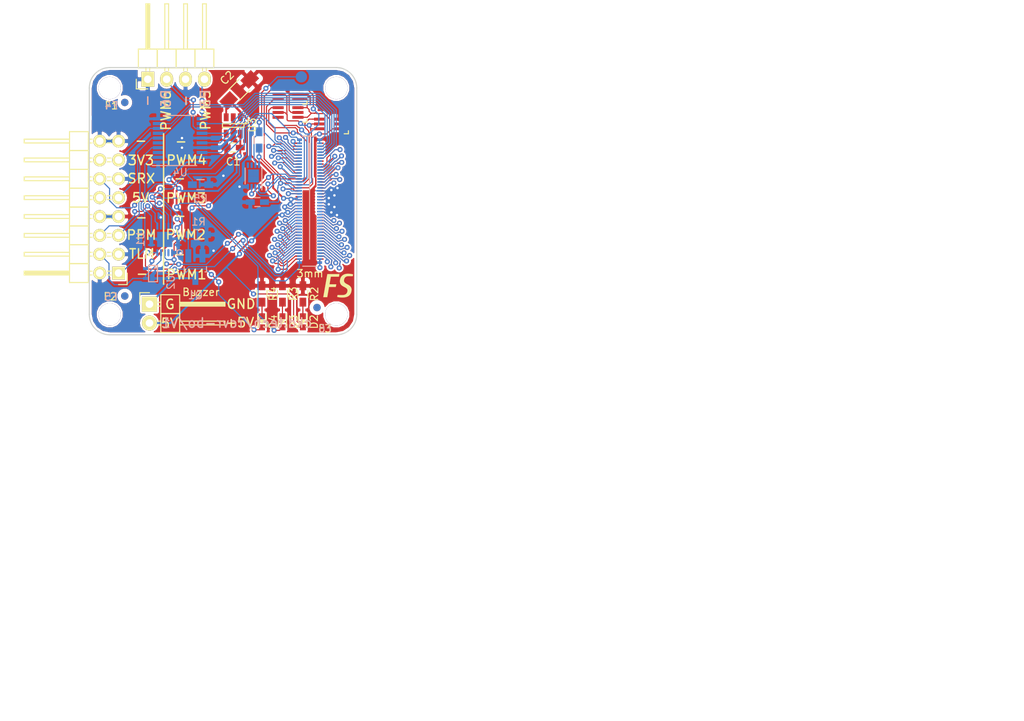
<source format=kicad_pcb>
(kicad_pcb (version 4) (host pcbnew 4.0.1-stable)
  (layers (0 F.Cu signal) (31 B.Cu signal) (34 B.Paste user) (35 F.Paste user) (36 B.SilkS user) (37 F.SilkS user) (38 B.Mask user) (39 F.Mask user) (44 Edge.Cuts user))
  (net 0 "")
  (net 1 /ExpansionPort/HEIGHT_1)
  (net 2 /ExpansionPort/HEIGHT_2)
  (net 3 /ExpansionPort/NEW_HEIGHT_4)
  (net 4 /ExpansionPort/3V3_0.3A_LL)
  (net 5 /ExpansionPort/HEIGHT_4)
  (net 6 /ExpansionPort/si2c_SDA)
  (net 7 /ExpansionPort/si2c_SCL)
  (net 8 "Net-(PORT_IC1-Pad7)")
  (net 9 /ExpansionPort/NEW_HEIGHT_1)
  (net 10 /ExpansionPort/NEW_HEIGHT_2)
  (net 11 VCC)
  (net 12 GND)
  (net 13 /TELEM)
  (net 14 +5V)
  (net 15 "Net-(D2-Pad1)")
  (net 16 "Net-(D3-Pad1)")
  (net 17 /ExpansionPort/GPIO1)
  (net 18 "Net-(D4-Pad1)")
  (net 19 /3V)
  (net 20 /PWM4)
  (net 21 /RC_RX)
  (net 22 /5V)
  (net 23 /PWM3)
  (net 24 /PPM)
  (net 25 /PWM2)
  (net 26 /PWM1)
  (net 27 "Net-(P2-Pad1)")
  (net 28 /ExpansionPort/SPI1_MOSI)
  (net 29 /ExpansionPort/UART1_RX)
  (net 30 /ExpansionPort/TIMG1_CH1)
  (net 31 /ExpansionPort/TIM1)
  (net 32 /ExpansionPort/SPI1_MISO)
  (net 33 /ExpansionPort/SPI1_SCK)
  (net 34 /ExpansionPort/SPI1_NSS)
  (net 35 /ExpansionPort/SPI2_MOSI)
  (net 36 /ExpansionPort/SPI2_MISO)
  (net 37 /ExpansionPort/SPI2_SCK)
  (net 38 /ExpansionPort/SPI2_NSS)
  (net 39 /ExpansionPort/SPI3_MOSI)
  (net 40 /ExpansionPort/SPI3_MISO)
  (net 41 /ExpansionPort/SPI3_SCK)
  (net 42 /ExpansionPort/SPI3_NSS)
  (net 43 /ExpansionPort/CAN_LO)
  (net 44 /ExpansionPort/CAN_HI)
  (net 45 /ExpansionPort/RESET)
  (net 46 /ExpansionPort/BOOT)
  (net 47 /ExpansionPort/SDMMC1_CMD)
  (net 48 /ExpansionPort/SDMMC1_CK)
  (net 49 /ExpansionPort/SDMMC1_D3)
  (net 50 /ExpansionPort/SDMMC1_D2)
  (net 51 /ExpansionPort/SDMMC1_D1)
  (net 52 /ExpansionPort/SDMMC1_D0)
  (net 53 /ExpansionPort/ADC2)
  (net 54 /ExpansionPort/ADC1)
  (net 55 /ExpansionPort/TIMG2_CH4)
  (net 56 /ExpansionPort/TIMG2_CH3)
  (net 57 /ExpansionPort/TIMG2_CH2)
  (net 58 /ExpansionPort/TIMG2_CH1)
  (net 59 /ExpansionPort/TIMG1_CH4)
  (net 60 /ExpansionPort/TIMG1_CH3)
  (net 61 /ExpansionPort/TIMG1_CH2)
  (net 62 /ExpansionPort/TIM2)
  (net 63 /ExpansionPort/TIM3)
  (net 64 /ExpansionPort/TIM4)
  (net 65 /ExpansionPort/GPIO2)
  (net 66 /ExpansionPort/GPIO3)
  (net 67 /ExpansionPort/GPIO4)
  (net 68 /ExpansionPort/GPIO5)
  (net 69 /ExpansionPort/GPIO6)
  (net 70 /ExpansionPort/i2c_SDA)
  (net 71 /ExpansionPort/i2c_SCL)
  (net 72 /ExpansionPort/3V3_0.3A_E)
  (net 73 /ExpansionPort/+BATT)
  (net 74 /ExpansionPort/UART8_TX)
  (net 75 /ExpansionPort/UART8_RX)
  (net 76 /ExpansionPort/UART7_TX)
  (net 77 /ExpansionPort/UART7_RX)
  (net 78 /ExpansionPort/UART6_TX)
  (net 79 /ExpansionPort/UART6_RX)
  (net 80 /ExpansionPort/UART5_TX)
  (net 81 /ExpansionPort/UART5_RX)
  (net 82 /ExpansionPort/UART4_TX)
  (net 83 /ExpansionPort/UART4_RX)
  (net 84 /ExpansionPort/UART3_TX)
  (net 85 /ExpansionPort/UART3_RX)
  (net 86 /ExpansionPort/UART2_TX)
  (net 87 /ExpansionPort/UART2_RX)
  (net 88 /ExpansionPort/UART1_TX)
  (net 89 "Net-(PORT_OUT1-Pad45)")
  (net 90 "Net-(PORT_OUT1-Pad46)")
  (net 91 "Net-(PORT_OUT1-Pad47)")
  (net 92 "Net-(PORT_OUT1-Pad48)")
  (net 93 "Net-(PORT_OUT1-Pad28)")
  (net 94 "Net-(PORT_OUT1-Pad27)")
  (net 95 "Net-(PORT_OUT1-Pad26)")
  (net 96 "Net-(PORT_OUT1-Pad25)")
  (net 97 "Net-(PORT_OUT1-Pad10)")
  (net 98 "Net-(PORT_OUT1-Pad9)")
  (net 99 "Net-(PORT_OUT1-Pad4)")
  (net 100 "Net-(PORT_OUT1-Pad41)")
  (net 101 "Net-(PORT_OUT1-Pad42)")
  (net 102 "Net-(PORT_OUT1-Pad43)")
  (net 103 "Net-(PORT_OUT1-Pad44)")
  (net 104 /PWM6)
  (net 105 /PWM5)
  (net 106 "Net-(U1-Pad3)")
  (net 107 "Net-(U4-Pad3)")
  (net 108 "Net-(U4-Pad5)")
  (module macrofab:Fiducial (layer B.Cu) (at 134.775 94.7)
    (fp_text reference F4 (at -1.8 0.425) (layer B.SilkS) (effects (justify mirror)))
    (fp_text value 1mm)
    (pad "" smd circle (at 0 0) (size 1 1) (layers B.Cu B.Paste B.Mask) (clearance 0.5))
  )
  (module macrofab:Fiducial (layer B.Cu) (at 134.775 120.775)
    (fp_text reference F5 (at -1.85 0.125) (layer B.SilkS) (effects (justify mirror)))
    (fp_text value 1mm)
    (pad "" smd circle (at 0 0) (size 1 1) (layers B.Cu B.Paste B.Mask) (clearance 0.5))
  )
  (module macrofab:Fiducial (layer B.Cu) (at 160.65 122.325)
    (fp_text reference F6 (at 1.075 2.825) (layer B.SilkS) (effects (justify mirror)))
    (fp_text value 1mm)
    (pad "" smd circle (at 0 0) (size 1 1) (layers B.Cu B.Paste B.Mask) (clearance 0.5))
  )
  (module macrofab:Fiducial (layer F.Cu) (at 160.65 122.325)
    (fp_text reference F3 (at 1.075 2.85) (layer F.SilkS))
    (fp_text value 1mm)
    (pad "" smd circle (at 0 0) (size 1 1) (layers F.Cu F.Paste F.Mask) (clearance 0.5))
  )
  (module macrofab:Fiducial (layer F.Cu) (at 134.775 120.775)
    (fp_text reference F2 (at -1.95 0.075) (layer F.SilkS))
    (fp_text value 1mm)
    (pad "" smd circle (at 0 0) (size 1 1) (layers F.Cu F.Paste F.Mask) (clearance 0.5))
  )
  (module hirose-df40:DF40-80pin-Header (layer B.Cu) (at 159.65 108)
    (fp_text reference PORT_IN1 hide)
    (fp_text value CKD_SANDWICH hide)
    (pad 80 smd rect (at 1.355 7.8) (size 0.66 0.23) (layers B.Cu B.Paste B.Mask) (net 28 /ExpansionPort/SPI1_MOSI))
    (pad 40 smd rect (at -1.355 7.8) (size 0.66 0.23) (layers B.Cu B.Paste B.Mask) (net 29 /ExpansionPort/UART1_RX))
    (pad 41 smd rect (at 1.355 -7.8) (size 0.66 0.23) (layers B.Cu B.Paste B.Mask) (net 30 /ExpansionPort/TIMG1_CH1))
    (pad 1 smd rect (at -1.355 -7.8) (size 0.66 0.23) (layers B.Cu B.Paste B.Mask) (net 31 /ExpansionPort/TIM1))
    (pad 79 smd rect (at 1.355 7.4) (size 0.66 0.23) (layers B.Cu B.Paste B.Mask) (net 32 /ExpansionPort/SPI1_MISO))
    (pad 78 smd rect (at 1.355 7) (size 0.66 0.23) (layers B.Cu B.Paste B.Mask) (net 33 /ExpansionPort/SPI1_SCK))
    (pad 77 smd rect (at 1.355 6.6) (size 0.66 0.23) (layers B.Cu B.Paste B.Mask) (net 34 /ExpansionPort/SPI1_NSS))
    (pad 76 smd rect (at 1.355 6.2) (size 0.66 0.23) (layers B.Cu B.Paste B.Mask) (net 35 /ExpansionPort/SPI2_MOSI))
    (pad 75 smd rect (at 1.355 5.8) (size 0.66 0.23) (layers B.Cu B.Paste B.Mask) (net 36 /ExpansionPort/SPI2_MISO))
    (pad 74 smd rect (at 1.355 5.4) (size 0.66 0.23) (layers B.Cu B.Paste B.Mask) (net 37 /ExpansionPort/SPI2_SCK))
    (pad 73 smd rect (at 1.355 5) (size 0.66 0.23) (layers B.Cu B.Paste B.Mask) (net 38 /ExpansionPort/SPI2_NSS))
    (pad 72 smd rect (at 1.355 4.6) (size 0.66 0.23) (layers B.Cu B.Paste B.Mask) (net 39 /ExpansionPort/SPI3_MOSI))
    (pad 71 smd rect (at 1.355 4.2) (size 0.66 0.23) (layers B.Cu B.Paste B.Mask) (net 40 /ExpansionPort/SPI3_MISO))
    (pad 70 smd rect (at 1.355 3.8) (size 0.66 0.23) (layers B.Cu B.Paste B.Mask) (net 41 /ExpansionPort/SPI3_SCK))
    (pad 69 smd rect (at 1.355 3.4) (size 0.66 0.23) (layers B.Cu B.Paste B.Mask) (net 42 /ExpansionPort/SPI3_NSS))
    (pad 68 smd rect (at 1.355 3) (size 0.66 0.23) (layers B.Cu B.Paste B.Mask) (net 43 /ExpansionPort/CAN_LO))
    (pad 67 smd rect (at 1.355 2.6) (size 0.66 0.23) (layers B.Cu B.Paste B.Mask) (net 44 /ExpansionPort/CAN_HI))
    (pad 66 smd rect (at 1.355 2.2) (size 0.66 0.23) (layers B.Cu B.Paste B.Mask) (net 45 /ExpansionPort/RESET))
    (pad 65 smd rect (at 1.355 1.8) (size 0.66 0.23) (layers B.Cu B.Paste B.Mask) (net 46 /ExpansionPort/BOOT))
    (pad 64 smd rect (at 1.355 1.4) (size 0.66 0.23) (layers B.Cu B.Paste B.Mask) (net 12 GND))
    (pad 63 smd rect (at 1.355 1) (size 0.66 0.23) (layers B.Cu B.Paste B.Mask) (net 12 GND))
    (pad 62 smd rect (at 1.355 0.6) (size 0.66 0.23) (layers B.Cu B.Paste B.Mask) (net 12 GND))
    (pad 61 smd rect (at 1.355 0.2) (size 0.66 0.23) (layers B.Cu B.Paste B.Mask) (net 12 GND))
    (pad 60 smd rect (at 1.355 -0.2) (size 0.66 0.23) (layers B.Cu B.Paste B.Mask) (net 12 GND))
    (pad 59 smd rect (at 1.355 -0.6) (size 0.66 0.23) (layers B.Cu B.Paste B.Mask) (net 12 GND))
    (pad 58 smd rect (at 1.355 -1) (size 0.66 0.23) (layers B.Cu B.Paste B.Mask) (net 12 GND))
    (pad 57 smd rect (at 1.355 -1.4) (size 0.66 0.23) (layers B.Cu B.Paste B.Mask) (net 12 GND))
    (pad 56 smd rect (at 1.355 -1.8) (size 0.66 0.23) (layers B.Cu B.Paste B.Mask) (net 47 /ExpansionPort/SDMMC1_CMD))
    (pad 55 smd rect (at 1.355 -2.2) (size 0.66 0.23) (layers B.Cu B.Paste B.Mask) (net 48 /ExpansionPort/SDMMC1_CK))
    (pad 54 smd rect (at 1.355 -2.6) (size 0.66 0.23) (layers B.Cu B.Paste B.Mask) (net 49 /ExpansionPort/SDMMC1_D3))
    (pad 53 smd rect (at 1.355 -3) (size 0.66 0.23) (layers B.Cu B.Paste B.Mask) (net 50 /ExpansionPort/SDMMC1_D2))
    (pad 52 smd rect (at 1.355 -3.4) (size 0.66 0.23) (layers B.Cu B.Paste B.Mask) (net 51 /ExpansionPort/SDMMC1_D1))
    (pad 51 smd rect (at 1.355 -3.8) (size 0.66 0.23) (layers B.Cu B.Paste B.Mask) (net 52 /ExpansionPort/SDMMC1_D0))
    (pad 50 smd rect (at 1.355 -4.2) (size 0.66 0.23) (layers B.Cu B.Paste B.Mask) (net 53 /ExpansionPort/ADC2))
    (pad 49 smd rect (at 1.355 -4.6) (size 0.66 0.23) (layers B.Cu B.Paste B.Mask) (net 54 /ExpansionPort/ADC1))
    (pad 48 smd rect (at 1.355 -5) (size 0.66 0.23) (layers B.Cu B.Paste B.Mask) (net 55 /ExpansionPort/TIMG2_CH4))
    (pad 47 smd rect (at 1.355 -5.4) (size 0.66 0.23) (layers B.Cu B.Paste B.Mask) (net 56 /ExpansionPort/TIMG2_CH3))
    (pad 46 smd rect (at 1.355 -5.8) (size 0.66 0.23) (layers B.Cu B.Paste B.Mask) (net 57 /ExpansionPort/TIMG2_CH2))
    (pad 45 smd rect (at 1.355 -6.2) (size 0.66 0.23) (layers B.Cu B.Paste B.Mask) (net 58 /ExpansionPort/TIMG2_CH1))
    (pad 44 smd rect (at 1.355 -6.6) (size 0.66 0.23) (layers B.Cu B.Paste B.Mask) (net 59 /ExpansionPort/TIMG1_CH4))
    (pad 43 smd rect (at 1.355 -7) (size 0.66 0.23) (layers B.Cu B.Paste B.Mask) (net 60 /ExpansionPort/TIMG1_CH3))
    (pad 42 smd rect (at 1.355 -7.4) (size 0.66 0.23) (layers B.Cu B.Paste B.Mask) (net 61 /ExpansionPort/TIMG1_CH2))
    (pad 41 smd rect (at 1.355 -8.2) (size 0.66 0.35) (drill (offset 0 -0.075)) (layers B.Cu B.Paste B.Mask) (net 30 /ExpansionPort/TIMG1_CH1))
    (pad 1 smd rect (at -1.355 -8.2) (size 0.66 0.35) (drill (offset 0 -0.075)) (layers B.Cu B.Paste B.Mask) (net 31 /ExpansionPort/TIM1))
    (pad 80 smd rect (at 1.355 8.2) (size 0.66 0.35) (drill (offset 0 0.075)) (layers B.Cu B.Paste B.Mask) (net 28 /ExpansionPort/SPI1_MOSI))
    (pad 40 smd rect (at -1.355 8.2) (size 0.66 0.35) (drill (offset 0 0.075)) (layers B.Cu B.Paste B.Mask) (net 29 /ExpansionPort/UART1_RX))
    (pad 2 smd rect (at -1.355 -7.4) (size 0.66 0.23) (layers B.Cu B.Paste B.Mask) (net 62 /ExpansionPort/TIM2))
    (pad 3 smd rect (at -1.355 -7) (size 0.66 0.23) (layers B.Cu B.Paste B.Mask) (net 63 /ExpansionPort/TIM3))
    (pad 4 smd rect (at -1.355 -6.6) (size 0.66 0.23) (layers B.Cu B.Paste B.Mask) (net 64 /ExpansionPort/TIM4))
    (pad 5 smd rect (at -1.355 -6.2) (size 0.66 0.23) (layers B.Cu B.Paste B.Mask) (net 17 /ExpansionPort/GPIO1))
    (pad 6 smd rect (at -1.355 -5.8) (size 0.66 0.23) (layers B.Cu B.Paste B.Mask) (net 65 /ExpansionPort/GPIO2))
    (pad 7 smd rect (at -1.355 -5.4) (size 0.66 0.23) (layers B.Cu B.Paste B.Mask) (net 66 /ExpansionPort/GPIO3))
    (pad 8 smd rect (at -1.355 -5) (size 0.66 0.23) (layers B.Cu B.Paste B.Mask) (net 67 /ExpansionPort/GPIO4))
    (pad 9 smd rect (at -1.355 -4.6) (size 0.66 0.23) (layers B.Cu B.Paste B.Mask) (net 68 /ExpansionPort/GPIO5))
    (pad 10 smd rect (at -1.355 -4.2) (size 0.66 0.23) (layers B.Cu B.Paste B.Mask) (net 69 /ExpansionPort/GPIO6))
    (pad 11 smd rect (at -1.355 -3.8) (size 0.66 0.23) (layers B.Cu B.Paste B.Mask) (net 70 /ExpansionPort/i2c_SDA))
    (pad 12 smd rect (at -1.355 -3.4) (size 0.66 0.23) (layers B.Cu B.Paste B.Mask) (net 71 /ExpansionPort/i2c_SCL))
    (pad 13 smd rect (at -1.355 -3) (size 0.66 0.23) (layers B.Cu B.Paste B.Mask) (net 5 /ExpansionPort/HEIGHT_4))
    (pad 14 smd rect (at -1.355 -2.6) (size 0.66 0.23) (layers B.Cu B.Paste B.Mask) (net 2 /ExpansionPort/HEIGHT_2))
    (pad 15 smd rect (at -1.355 -2.2) (size 0.66 0.23) (layers B.Cu B.Paste B.Mask) (net 1 /ExpansionPort/HEIGHT_1))
    (pad 16 smd rect (at -1.355 -1.8) (size 0.66 0.23) (layers B.Cu B.Paste B.Mask) (net 4 /ExpansionPort/3V3_0.3A_LL))
    (pad 17 smd rect (at -1.355 -1.4) (size 0.66 0.23) (layers B.Cu B.Paste B.Mask) (net 72 /ExpansionPort/3V3_0.3A_E))
    (pad 18 smd rect (at -1.355 -1) (size 0.66 0.23) (layers B.Cu B.Paste B.Mask) (net 73 /ExpansionPort/+BATT))
    (pad 19 smd rect (at -1.355 -0.6) (size 0.66 0.23) (layers B.Cu B.Paste B.Mask) (net 14 +5V))
    (pad 20 smd rect (at -1.355 -0.2) (size 0.66 0.23) (layers B.Cu B.Paste B.Mask) (net 14 +5V))
    (pad 21 smd rect (at -1.355 0.2) (size 0.66 0.23) (layers B.Cu B.Paste B.Mask) (net 14 +5V))
    (pad 22 smd rect (at -1.355 0.6) (size 0.66 0.23) (layers B.Cu B.Paste B.Mask) (net 14 +5V))
    (pad 23 smd rect (at -1.355 1) (size 0.66 0.23) (layers B.Cu B.Paste B.Mask) (net 14 +5V))
    (pad 24 smd rect (at -1.355 1.4) (size 0.66 0.23) (layers B.Cu B.Paste B.Mask) (net 14 +5V))
    (pad 25 smd rect (at -1.355 1.8) (size 0.66 0.23) (layers B.Cu B.Paste B.Mask) (net 74 /ExpansionPort/UART8_TX))
    (pad 26 smd rect (at -1.355 2.2) (size 0.66 0.23) (layers B.Cu B.Paste B.Mask) (net 75 /ExpansionPort/UART8_RX))
    (pad 27 smd rect (at -1.355 2.6) (size 0.66 0.23) (layers B.Cu B.Paste B.Mask) (net 76 /ExpansionPort/UART7_TX))
    (pad 28 smd rect (at -1.355 3) (size 0.66 0.23) (layers B.Cu B.Paste B.Mask) (net 77 /ExpansionPort/UART7_RX))
    (pad 29 smd rect (at -1.355 3.4) (size 0.66 0.23) (layers B.Cu B.Paste B.Mask) (net 78 /ExpansionPort/UART6_TX))
    (pad 30 smd rect (at -1.355 3.8) (size 0.66 0.23) (layers B.Cu B.Paste B.Mask) (net 79 /ExpansionPort/UART6_RX))
    (pad 31 smd rect (at -1.355 4.2) (size 0.66 0.23) (layers B.Cu B.Paste B.Mask) (net 80 /ExpansionPort/UART5_TX))
    (pad 32 smd rect (at -1.355 4.6) (size 0.66 0.23) (layers B.Cu B.Paste B.Mask) (net 81 /ExpansionPort/UART5_RX))
    (pad 33 smd rect (at -1.355 5) (size 0.66 0.23) (layers B.Cu B.Paste B.Mask) (net 82 /ExpansionPort/UART4_TX))
    (pad 34 smd rect (at -1.355 5.4) (size 0.66 0.23) (layers B.Cu B.Paste B.Mask) (net 83 /ExpansionPort/UART4_RX))
    (pad 35 smd rect (at -1.355 5.8) (size 0.66 0.23) (layers B.Cu B.Paste B.Mask) (net 84 /ExpansionPort/UART3_TX))
    (pad 36 smd rect (at -1.355 6.2) (size 0.66 0.23) (layers B.Cu B.Paste B.Mask) (net 85 /ExpansionPort/UART3_RX))
    (pad 37 smd rect (at -1.355 6.6) (size 0.66 0.23) (layers B.Cu B.Paste B.Mask) (net 86 /ExpansionPort/UART2_TX))
    (pad 38 smd rect (at -1.355 7) (size 0.66 0.23) (layers B.Cu B.Paste B.Mask) (net 87 /ExpansionPort/UART2_RX))
    (pad 39 smd rect (at -1.355 7.4) (size 0.66 0.23) (layers B.Cu B.Paste B.Mask) (net 88 /ExpansionPort/UART1_TX))
  )
  (module Mounting_Holes:MountingHole_3mm (layer F.Cu) (at 163.25 123.25)
    (fp_text reference REF** hide)
    (fp_text value MountingHole_3mm hide)
    (pad 1 thru_hole circle (at 0 0) (size 3 3) (drill 3) (layers))
  )
  (module Mounting_Holes:MountingHole_3mm (layer F.Cu) (at 132.75 123.25)
    (fp_text reference REF** hide)
    (fp_text value MountingHole_3mm hide)
    (pad 1 thru_hole circle (at 0 0) (size 3 3) (drill 3) (layers))
  )
  (module Mounting_Holes:MountingHole_3mm (layer F.Cu) (at 132.75 92.75)
    (fp_text reference REF** hide)
    (fp_text value MountingHole_3mm hide)
    (pad 1 thru_hole circle (at 0 0) (size 3 3) (drill 3) (layers))
  )
  (module Mounting_Holes:MountingHole_3mm (layer F.Cu) (at 163.25 92.75)
    (fp_text reference REF** hide)
    (fp_text value MountingHole_3mm hide)
    (pad 1 thru_hole circle (at 0 0) (size 3 3) (drill 3) (layers))
  )
  (module Housings_SOT-23_SOT-143_TSOT-6:SC-70-6_Handsoldering (layer F.Cu) (at 156.75 93.59976 90)
    (fp_text reference PORT_ANDOR1 hide)
    (fp_text value SN74LVC1G0832 hide)
    (pad 1 smd rect (at -0.65024 1.33096 90) (size 0.39878 1.50114) (layers F.Cu F.Paste F.Mask) (net 1 /ExpansionPort/HEIGHT_1))
    (pad 2 smd rect (at 0 1.33096 90) (size 0.39878 1.50114) (layers F.Cu F.Paste F.Mask) (net 12 GND))
    (pad 3 smd rect (at 0.65024 1.33096 90) (size 0.39878 1.50114) (layers F.Cu F.Paste F.Mask) (net 2 /ExpansionPort/HEIGHT_2))
    (pad 4 smd rect (at 0.65024 -1.33096 90) (size 0.39878 1.50114) (layers F.Cu F.Paste F.Mask) (net 3 /ExpansionPort/NEW_HEIGHT_4))
    (pad 5 smd rect (at 0 -1.33096 90) (size 0.39878 1.50114) (layers F.Cu F.Paste F.Mask) (net 4 /ExpansionPort/3V3_0.3A_LL))
    (pad 6 smd rect (at -0.65024 -1.33096 90) (size 0.39878 1.50114) (layers F.Cu F.Paste F.Mask) (net 5 /ExpansionPort/HEIGHT_4))
  )
  (module Capacitors_SMD:C_0603_HandSoldering (layer B.Cu) (at 152.625 108.125 180)
    (fp_text reference PORT_C1 hide)
    (fp_text value 0.1uF hide)
    (pad 1 smd rect (at -0.95 0 180) (size 1.2 0.75) (layers B.Cu B.Paste B.Mask) (net 4 /ExpansionPort/3V3_0.3A_LL))
    (pad 2 smd rect (at 0.95 0 180) (size 1.2 0.75) (layers B.Cu B.Paste B.Mask) (net 12 GND))
  )
  (module Housings_DFN_QFN:DFN-8-1EP_3x2mm_Pitch0.5mm (layer B.Cu) (at 152.1 104.6 90)
    (fp_text reference PORT_IC1 hide)
    (fp_text value AT24CS02-MAHM hide)
    (pad 1 smd rect (at -1.45 0.75 90) (size 0.75 0.3) (layers B.Cu B.Paste B.Mask) (net 1 /ExpansionPort/HEIGHT_1))
    (pad 2 smd rect (at -1.45 0.25 90) (size 0.75 0.3) (layers B.Cu B.Paste B.Mask) (net 2 /ExpansionPort/HEIGHT_2))
    (pad 3 smd rect (at -1.45 -0.25 90) (size 0.75 0.3) (layers B.Cu B.Paste B.Mask) (net 5 /ExpansionPort/HEIGHT_4))
    (pad 4 smd rect (at -1.45 -0.75 90) (size 0.75 0.3) (layers B.Cu B.Paste B.Mask) (net 12 GND))
    (pad 5 smd rect (at 1.45 -0.75 90) (size 0.75 0.3) (layers B.Cu B.Paste B.Mask) (net 6 /ExpansionPort/si2c_SDA))
    (pad 6 smd rect (at 1.45 -0.25 90) (size 0.75 0.3) (layers B.Cu B.Paste B.Mask) (net 7 /ExpansionPort/si2c_SCL))
    (pad 7 smd rect (at 1.45 0.25 90) (size 0.75 0.3) (layers B.Cu B.Paste B.Mask) (net 8 "Net-(PORT_IC1-Pad7)"))
    (pad 8 smd rect (at 1.45 0.75 90) (size 0.75 0.3) (layers B.Cu B.Paste B.Mask) (net 4 /ExpansionPort/3V3_0.3A_LL))
    (pad 9 smd rect (at 0.4375 -0.3625 90) (size 0.875 0.725) (layers B.Cu B.Paste B.Mask))
    (pad 9 smd rect (at 0.4375 0.3625 90) (size 0.875 0.725) (layers B.Cu B.Paste B.Mask))
    (pad 9 smd rect (at -0.4375 -0.3625 90) (size 0.875 0.725) (layers B.Cu B.Paste B.Mask))
    (pad 9 smd rect (at -0.4375 0.3625 90) (size 0.875 0.725) (layers B.Cu B.Paste B.Mask))
  )
  (module Housings_SOT-23_SOT-143_TSOT-6:SC-70-6_Handsoldering (layer F.Cu) (at 162.33096 97.59976 90)
    (fp_text reference PORT_INV1 hide)
    (fp_text value SN74LVC1G58 hide)
    (pad 1 smd rect (at -0.65024 1.33096 90) (size 0.39878 1.50114) (layers F.Cu F.Paste F.Mask) (net 1 /ExpansionPort/HEIGHT_1))
    (pad 2 smd rect (at 0 1.33096 90) (size 0.39878 1.50114) (layers F.Cu F.Paste F.Mask) (net 12 GND))
    (pad 3 smd rect (at 0.65024 1.33096 90) (size 0.39878 1.50114) (layers F.Cu F.Paste F.Mask) (net 12 GND))
    (pad 4 smd rect (at 0.65024 -1.33096 90) (size 0.39878 1.50114) (layers F.Cu F.Paste F.Mask) (net 9 /ExpansionPort/NEW_HEIGHT_1))
    (pad 5 smd rect (at 0 -1.33096 90) (size 0.39878 1.50114) (layers F.Cu F.Paste F.Mask) (net 4 /ExpansionPort/3V3_0.3A_LL))
    (pad 6 smd rect (at -0.65024 -1.33096 90) (size 0.39878 1.50114) (layers F.Cu F.Paste F.Mask) (net 4 /ExpansionPort/3V3_0.3A_LL))
  )
  (module Resistors_SMD:R_0603_HandSoldering (layer B.Cu) (at 152.85 99.75 270)
    (fp_text reference PORT_R1 hide)
    (fp_text value 10k hide)
    (pad 1 smd rect (at -1.1 0 270) (size 1.2 0.9) (layers B.Cu B.Paste B.Mask) (net 8 "Net-(PORT_IC1-Pad7)"))
    (pad 2 smd rect (at 1.1 0 270) (size 1.2 0.9) (layers B.Cu B.Paste B.Mask) (net 4 /ExpansionPort/3V3_0.3A_LL))
  )
  (module Housings_SOT-23_SOT-143_TSOT-6:SC-70-6_Handsoldering (layer F.Cu) (at 156.75 96.04976 90)
    (fp_text reference PORT_XOR1 hide)
    (fp_text value SN74LVC1G58 hide)
    (pad 1 smd rect (at -0.65024 1.33096 90) (size 0.39878 1.50114) (layers F.Cu F.Paste F.Mask) (net 1 /ExpansionPort/HEIGHT_1))
    (pad 2 smd rect (at 0 1.33096 90) (size 0.39878 1.50114) (layers F.Cu F.Paste F.Mask) (net 12 GND))
    (pad 3 smd rect (at 0.65024 1.33096 90) (size 0.39878 1.50114) (layers F.Cu F.Paste F.Mask) (net 1 /ExpansionPort/HEIGHT_1))
    (pad 4 smd rect (at 0.65024 -1.33096 90) (size 0.39878 1.50114) (layers F.Cu F.Paste F.Mask) (net 10 /ExpansionPort/NEW_HEIGHT_2))
    (pad 5 smd rect (at 0 -1.33096 90) (size 0.39878 1.50114) (layers F.Cu F.Paste F.Mask) (net 4 /ExpansionPort/3V3_0.3A_LL))
    (pad 6 smd rect (at -0.65024 -1.33096 90) (size 0.39878 1.50114) (layers F.Cu F.Paste F.Mask) (net 2 /ExpansionPort/HEIGHT_2))
  )
  (module Measurement_Points:Measurement_Point_Round-SMD-Pad_Small (layer B.Cu) (at 158.55 91.25)
    (fp_text reference PORT_P1 hide)
    (fp_text value CONN_01X01 hide)
    (pad 1 smd circle (at 0 0) (size 1.524 1.524) (layers B.Cu B.Paste B.Mask) (net 8 "Net-(PORT_IC1-Pad7)"))
  )
  (module Capacitors_SMD:C_0603_HandSoldering (layer F.Cu) (at 149.375 100.775 180)
    (fp_text reference C1 (at 0 -1.9 180) (layer F.SilkS))
    (fp_text value 1uF)
    (pad 1 smd rect (at -0.95 0 180) (size 1.2 0.75) (layers F.Cu F.Paste F.Mask) (net 11 VCC))
    (pad 2 smd rect (at 0.95 0 180) (size 1.2 0.75) (layers F.Cu F.Paste F.Mask) (net 12 GND))
  )
  (module Capacitors_SMD:C_1206_HandSoldering (layer F.Cu) (at 150.175 93.014214 45)
    (fp_text reference C2 (at 0 -2.3 45) (layer F.SilkS))
    (fp_text value 10uF)
    (pad 1 smd rect (at -2 0 45) (size 2 1.6) (layers F.Cu F.Paste F.Mask) (net 14 +5V))
    (pad 2 smd rect (at 2 0 45) (size 2 1.6) (layers F.Cu F.Paste F.Mask) (net 12 GND))
  )
  (module LEDs:LED_0603 (layer F.Cu) (at 158.75 124.25 270)
    (fp_text reference D2 (at 0 -1.5 270) (layer F.SilkS))
    (fp_text value Green)
    (pad 2 smd rect (at 0.7493 0 90) (size 0.79756 0.79756) (layers F.Cu F.Paste F.Mask) (net 14 +5V))
    (pad 1 smd rect (at -0.7493 0 90) (size 0.79756 0.79756) (layers F.Cu F.Paste F.Mask) (net 15 "Net-(D2-Pad1)"))
  )
  (module LEDs:LED_0603 (layer F.Cu) (at 156 124.2493 270)
    (fp_text reference D3 (at 0 -1.5 270) (layer F.SilkS))
    (fp_text value Yellow)
    (pad 2 smd rect (at 0.7493 0 90) (size 0.79756 0.79756) (layers F.Cu F.Paste F.Mask) (net 11 VCC))
    (pad 1 smd rect (at -0.7493 0 90) (size 0.79756 0.79756) (layers F.Cu F.Paste F.Mask) (net 16 "Net-(D3-Pad1)"))
  )
  (module LEDs:LED_0603 (layer F.Cu) (at 153.25 124.25 270)
    (fp_text reference D4 (at 0 -1.5 270) (layer F.SilkS))
    (fp_text value Red)
    (pad 2 smd rect (at 0.7493 0 90) (size 0.79756 0.79756) (layers F.Cu F.Paste F.Mask) (net 17 /ExpansionPort/GPIO1))
    (pad 1 smd rect (at -0.7493 0 90) (size 0.79756 0.79756) (layers F.Cu F.Paste F.Mask) (net 18 "Net-(D4-Pad1)"))
  )
  (module Pin_Headers:Pin_Header_Angled_2x08 (layer F.Cu) (at 133.94 117.685 180)
    (fp_text reference P1 hide)
    (fp_text value CONN_02X08)
    (pad 1 thru_hole rect (at 0 0 180) (size 1.7272 1.7272) (drill 1.016) (layers *.Cu *.Mask F.SilkS) (net 26 /PWM1))
    (pad 2 thru_hole oval (at 2.54 0 180) (size 1.7272 1.7272) (drill 1.016) (layers *.Cu *.Mask F.SilkS) (net 12 GND))
    (pad 3 thru_hole oval (at 0 2.54 180) (size 1.7272 1.7272) (drill 1.016) (layers *.Cu *.Mask F.SilkS) (net 12 GND))
    (pad 4 thru_hole oval (at 2.54 2.54 180) (size 1.7272 1.7272) (drill 1.016) (layers *.Cu *.Mask F.SilkS) (net 13 /TELEM))
    (pad 5 thru_hole oval (at 0 5.08 180) (size 1.7272 1.7272) (drill 1.016) (layers *.Cu *.Mask F.SilkS) (net 25 /PWM2))
    (pad 6 thru_hole oval (at 2.54 5.08 180) (size 1.7272 1.7272) (drill 1.016) (layers *.Cu *.Mask F.SilkS) (net 24 /PPM))
    (pad 7 thru_hole oval (at 0 7.62 180) (size 1.7272 1.7272) (drill 1.016) (layers *.Cu *.Mask F.SilkS) (net 12 GND))
    (pad 8 thru_hole oval (at 2.54 7.62 180) (size 1.7272 1.7272) (drill 1.016) (layers *.Cu *.Mask F.SilkS) (net 12 GND))
    (pad 9 thru_hole oval (at 0 10.16 180) (size 1.7272 1.7272) (drill 1.016) (layers *.Cu *.Mask F.SilkS) (net 23 /PWM3))
    (pad 10 thru_hole oval (at 2.54 10.16 180) (size 1.7272 1.7272) (drill 1.016) (layers *.Cu *.Mask F.SilkS) (net 22 /5V))
    (pad 11 thru_hole oval (at 0 12.7 180) (size 1.7272 1.7272) (drill 1.016) (layers *.Cu *.Mask F.SilkS) (net 12 GND))
    (pad 12 thru_hole oval (at 2.54 12.7 180) (size 1.7272 1.7272) (drill 1.016) (layers *.Cu *.Mask F.SilkS) (net 21 /RC_RX))
    (pad 13 thru_hole oval (at 0 15.24 180) (size 1.7272 1.7272) (drill 1.016) (layers *.Cu *.Mask F.SilkS) (net 20 /PWM4))
    (pad 14 thru_hole oval (at 2.54 15.24 180) (size 1.7272 1.7272) (drill 1.016) (layers *.Cu *.Mask F.SilkS) (net 19 /3V))
    (pad 15 thru_hole oval (at 0 17.78 180) (size 1.7272 1.7272) (drill 1.016) (layers *.Cu *.Mask F.SilkS) (net 12 GND))
    (pad 16 thru_hole oval (at 2.54 17.78 180) (size 1.7272 1.7272) (drill 1.016) (layers *.Cu *.Mask F.SilkS) (net 12 GND))
  )
  (module Pin_Headers:Pin_Header_Angled_1x02 (layer F.Cu) (at 138.1 121.875)
    (fp_text reference P2 hide)
    (fp_text value CONN_01X02)
    (pad 1 thru_hole rect (at 0 0) (size 2.032 2.032) (drill 1.016) (layers *.Cu *.Mask F.SilkS) (net 27 "Net-(P2-Pad1)"))
    (pad 2 thru_hole oval (at 0 2.54) (size 2.032 2.032) (drill 1.016) (layers *.Cu *.Mask F.SilkS) (net 14 +5V))
  )
  (module TO_SOT_Packages_SMD:SOT-23_Handsoldering (layer B.Cu) (at 144.275 116.875)
    (fp_text reference Q1 (at 0 3.81) (layer B.SilkS) (effects (justify mirror)))
    (fp_text value Q_NMOS_GSD)
    (pad 1 smd rect (at -0.95 -1.50114) (size 0.8001 1.80086) (layers B.Cu B.Paste B.Mask) (net 65 /ExpansionPort/GPIO2))
    (pad 2 smd rect (at 0.95 -1.50114) (size 0.8001 1.80086) (layers B.Cu B.Paste B.Mask) (net 12 GND))
    (pad 3 smd rect (at 0 1.50114) (size 0.8001 1.80086) (layers B.Cu B.Paste B.Mask) (net 27 "Net-(P2-Pad1)"))
  )
  (module Resistors_SMD:R_0603_HandSoldering (layer F.Cu) (at 158.75 120.5 90)
    (fp_text reference R2 (at 0 1.55 90) (layer F.SilkS))
    (fp_text value 1k)
    (pad 1 smd rect (at -1.1 0 90) (size 1.2 0.9) (layers F.Cu F.Paste F.Mask) (net 15 "Net-(D2-Pad1)"))
    (pad 2 smd rect (at 1.1 0 90) (size 1.2 0.9) (layers F.Cu F.Paste F.Mask) (net 12 GND))
  )
  (module Resistors_SMD:R_0603_HandSoldering (layer F.Cu) (at 156 120.5 90)
    (fp_text reference R3 (at 0.025 1.45 90) (layer F.SilkS))
    (fp_text value 1k)
    (pad 1 smd rect (at -1.1 0 90) (size 1.2 0.9) (layers F.Cu F.Paste F.Mask) (net 16 "Net-(D3-Pad1)"))
    (pad 2 smd rect (at 1.1 0 90) (size 1.2 0.9) (layers F.Cu F.Paste F.Mask) (net 12 GND))
  )
  (module Resistors_SMD:R_0603_HandSoldering (layer F.Cu) (at 153.25 120.5 90)
    (fp_text reference R4 (at 0.025 1.475 90) (layer F.SilkS))
    (fp_text value 1k)
    (pad 1 smd rect (at -1.1 0 90) (size 1.2 0.9) (layers F.Cu F.Paste F.Mask) (net 18 "Net-(D4-Pad1)"))
    (pad 2 smd rect (at 1.1 0 90) (size 1.2 0.9) (layers F.Cu F.Paste F.Mask) (net 12 GND))
  )
  (module Resistors_SMD:R_0603_HandSoldering (layer B.Cu) (at 144.975 105.775)
    (fp_text reference R5 (at 0 1.9) (layer B.SilkS) (effects (justify mirror)))
    (fp_text value 10K)
    (pad 1 smd rect (at -1.1 0) (size 1.2 0.9) (layers B.Cu B.Paste B.Mask) (net 17 /ExpansionPort/GPIO1))
    (pad 2 smd rect (at 1.1 0) (size 1.2 0.9) (layers B.Cu B.Paste B.Mask) (net 12 GND))
  )
  (module ti-gate:QFN-14-3.5x3.5mm (layer B.Cu) (at 140.15 113.15 90)
    (fp_text reference U1 (at 0 -3.25 90) (layer B.SilkS) (effects (justify mirror)))
    (fp_text value 74LS86)
    (pad 1 smd oval (at -0.75 1.795 90) (size 0.28 0.99) (layers B.Cu B.Paste B.Mask) (net 12 GND))
    (pad 2 smd oval (at -1.795 1 90) (size 0.99 0.28) (layers B.Cu B.Paste B.Mask) (net 12 GND))
    (pad 3 smd oval (at -1.795 0.5 90) (size 0.99 0.28) (layers B.Cu B.Paste B.Mask) (net 106 "Net-(U1-Pad3)"))
    (pad 4 smd oval (at -1.795 0 90) (size 0.99 0.28) (layers B.Cu B.Paste B.Mask) (net 17 /ExpansionPort/GPIO1))
    (pad 5 smd oval (at -1.795 -0.5 90) (size 0.99 0.28) (layers B.Cu B.Paste B.Mask) (net 13 /TELEM))
    (pad 6 smd oval (at -1.795 -1 90) (size 0.99 0.28) (layers B.Cu B.Paste B.Mask) (net 87 /ExpansionPort/UART2_RX))
    (pad 7 smd oval (at -0.75 -1.795 90) (size 0.28 0.99) (layers B.Cu B.Paste B.Mask) (net 12 GND))
    (pad 8 smd oval (at 0.75 -1.795 90) (size 0.28 0.99) (layers B.Cu B.Paste B.Mask) (net 31 /ExpansionPort/TIM1))
    (pad 9 smd oval (at 1.795 -1 90) (size 0.99 0.28) (layers B.Cu B.Paste B.Mask) (net 24 /PPM))
    (pad 10 smd oval (at 1.795 -0.5 90) (size 0.99 0.28) (layers B.Cu B.Paste B.Mask) (net 12 GND))
    (pad 11 smd oval (at 1.795 0 90) (size 0.99 0.28) (layers B.Cu B.Paste B.Mask) (net 29 /ExpansionPort/UART1_RX))
    (pad 12 smd oval (at 1.795 0.5 90) (size 0.99 0.28) (layers B.Cu B.Paste B.Mask) (net 17 /ExpansionPort/GPIO1))
    (pad 13 smd oval (at 1.795 1 90) (size 0.99 0.28) (layers B.Cu B.Paste B.Mask) (net 21 /RC_RX))
    (pad 14 smd oval (at 0.75 1.795 90) (size 0.28 0.99) (layers B.Cu B.Paste B.Mask) (net 11 VCC))
    (pad 7 smd rect (at 0 0 90) (size 2.05 2.05) (layers B.Cu B.Paste B.Mask) (net 12 GND))
  )
  (module TO_SOT_Packages_SMD:SOT-23-5 (layer F.Cu) (at 149.375 97.8 270)
    (fp_text reference U3 (at -0.05 -2.55 270) (layer F.SilkS))
    (fp_text value TLV70233DBV)
    (pad 1 smd rect (at -1.1 -0.95 270) (size 1.06 0.65) (layers F.Cu F.Paste F.Mask) (net 14 +5V))
    (pad 2 smd rect (at -1.1 0 270) (size 1.06 0.65) (layers F.Cu F.Paste F.Mask) (net 12 GND))
    (pad 3 smd rect (at -1.1 0.95 270) (size 1.06 0.65) (layers F.Cu F.Paste F.Mask) (net 14 +5V))
    (pad 4 smd rect (at 1.1 0.95 270) (size 1.06 0.65) (layers F.Cu F.Paste F.Mask))
    (pad 5 smd rect (at 1.1 -0.95 270) (size 1.06 0.65) (layers F.Cu F.Paste F.Mask) (net 11 VCC))
  )
  (module Pin_Headers:Pin_Header_Angled_1x04 (layer F.Cu) (at 137.875 91.575 90)
    (fp_text reference P3 hide)
    (fp_text value CONN_01X04)
    (pad 1 thru_hole rect (at 0 0 90) (size 2.032 1.7272) (drill 1.016) (layers *.Cu *.Mask F.SilkS) (net 12 GND))
    (pad 2 thru_hole oval (at 0 2.54 90) (size 2.032 1.7272) (drill 1.016) (layers *.Cu *.Mask F.SilkS) (net 104 /PWM6))
    (pad 3 thru_hole oval (at 0 5.08 90) (size 2.032 1.7272) (drill 1.016) (layers *.Cu *.Mask F.SilkS) (net 12 GND))
    (pad 4 thru_hole oval (at 0 7.62 90) (size 2.032 1.7272) (drill 1.016) (layers *.Cu *.Mask F.SilkS) (net 105 /PWM5))
  )
  (module hirose-df40:DF40-3-4mm-80pin-Receptacle (layer F.Cu) (at 159.65 108)
    (fp_text reference PORT_OUT1 hide)
    (fp_text value CKD_SANDWICH)
    (pad 41 smd rect (at 1.54 -7.8) (size 0.7 0.2) (layers F.Cu F.Paste F.Mask) (net 100 "Net-(PORT_OUT1-Pad41)"))
    (pad 42 smd rect (at 1.54 -7.4) (size 0.7 0.2) (layers F.Cu F.Paste F.Mask) (net 101 "Net-(PORT_OUT1-Pad42)"))
    (pad 43 smd rect (at 1.54 -7) (size 0.7 0.2) (layers F.Cu F.Paste F.Mask) (net 102 "Net-(PORT_OUT1-Pad43)"))
    (pad 44 smd rect (at 1.54 -6.6) (size 0.7 0.2) (layers F.Cu F.Paste F.Mask) (net 103 "Net-(PORT_OUT1-Pad44)"))
    (pad 45 smd rect (at 1.54 -6.2) (size 0.7 0.2) (layers F.Cu F.Paste F.Mask) (net 89 "Net-(PORT_OUT1-Pad45)"))
    (pad 46 smd rect (at 1.54 -5.8) (size 0.7 0.2) (layers F.Cu F.Paste F.Mask) (net 90 "Net-(PORT_OUT1-Pad46)"))
    (pad 47 smd rect (at 1.54 -5.4) (size 0.7 0.2) (layers F.Cu F.Paste F.Mask) (net 91 "Net-(PORT_OUT1-Pad47)"))
    (pad 48 smd rect (at 1.54 -5) (size 0.7 0.2) (layers F.Cu F.Paste F.Mask) (net 92 "Net-(PORT_OUT1-Pad48)"))
    (pad 49 smd rect (at 1.54 -4.6) (size 0.7 0.2) (layers F.Cu F.Paste F.Mask) (net 54 /ExpansionPort/ADC1))
    (pad 50 smd rect (at 1.54 -4.2) (size 0.7 0.2) (layers F.Cu F.Paste F.Mask) (net 53 /ExpansionPort/ADC2))
    (pad 60 smd rect (at 1.54 -0.2) (size 0.7 0.2) (layers F.Cu F.Paste F.Mask) (net 12 GND))
    (pad 59 smd rect (at 1.54 -0.6) (size 0.7 0.2) (layers F.Cu F.Paste F.Mask) (net 12 GND))
    (pad 58 smd rect (at 1.54 -1) (size 0.7 0.2) (layers F.Cu F.Paste F.Mask) (net 12 GND))
    (pad 57 smd rect (at 1.54 -1.4) (size 0.7 0.2) (layers F.Cu F.Paste F.Mask) (net 12 GND))
    (pad 56 smd rect (at 1.54 -1.8) (size 0.7 0.2) (layers F.Cu F.Paste F.Mask) (net 47 /ExpansionPort/SDMMC1_CMD))
    (pad 55 smd rect (at 1.54 -2.2) (size 0.7 0.2) (layers F.Cu F.Paste F.Mask) (net 48 /ExpansionPort/SDMMC1_CK))
    (pad 54 smd rect (at 1.54 -2.6) (size 0.7 0.2) (layers F.Cu F.Paste F.Mask) (net 49 /ExpansionPort/SDMMC1_D3))
    (pad 53 smd rect (at 1.54 -3) (size 0.7 0.2) (layers F.Cu F.Paste F.Mask) (net 50 /ExpansionPort/SDMMC1_D2))
    (pad 52 smd rect (at 1.54 -3.4) (size 0.7 0.2) (layers F.Cu F.Paste F.Mask) (net 51 /ExpansionPort/SDMMC1_D1))
    (pad 51 smd rect (at 1.54 -3.8) (size 0.7 0.2) (layers F.Cu F.Paste F.Mask) (net 52 /ExpansionPort/SDMMC1_D0))
    (pad 61 smd rect (at 1.54 0.2) (size 0.7 0.2) (layers F.Cu F.Paste F.Mask) (net 12 GND))
    (pad 62 smd rect (at 1.54 0.6) (size 0.7 0.2) (layers F.Cu F.Paste F.Mask) (net 12 GND))
    (pad 63 smd rect (at 1.54 1) (size 0.7 0.2) (layers F.Cu F.Paste F.Mask) (net 12 GND))
    (pad 64 smd rect (at 1.54 1.4) (size 0.7 0.2) (layers F.Cu F.Paste F.Mask) (net 12 GND))
    (pad 65 smd rect (at 1.54 1.8) (size 0.7 0.2) (layers F.Cu F.Paste F.Mask) (net 46 /ExpansionPort/BOOT))
    (pad 66 smd rect (at 1.54 2.2) (size 0.7 0.2) (layers F.Cu F.Paste F.Mask) (net 45 /ExpansionPort/RESET))
    (pad 67 smd rect (at 1.54 2.6) (size 0.7 0.2) (layers F.Cu F.Paste F.Mask) (net 44 /ExpansionPort/CAN_HI))
    (pad 68 smd rect (at 1.54 3) (size 0.7 0.2) (layers F.Cu F.Paste F.Mask) (net 43 /ExpansionPort/CAN_LO))
    (pad 69 smd rect (at 1.54 3.4) (size 0.7 0.2) (layers F.Cu F.Paste F.Mask) (net 42 /ExpansionPort/SPI3_NSS))
    (pad 70 smd rect (at 1.54 3.8) (size 0.7 0.2) (layers F.Cu F.Paste F.Mask) (net 41 /ExpansionPort/SPI3_SCK))
    (pad 80 smd rect (at 1.54 7.8) (size 0.7 0.2) (layers F.Cu F.Paste F.Mask) (net 28 /ExpansionPort/SPI1_MOSI))
    (pad 79 smd rect (at 1.54 7.4) (size 0.7 0.2) (layers F.Cu F.Paste F.Mask) (net 32 /ExpansionPort/SPI1_MISO))
    (pad 78 smd rect (at 1.54 7) (size 0.7 0.2) (layers F.Cu F.Paste F.Mask) (net 33 /ExpansionPort/SPI1_SCK))
    (pad 77 smd rect (at 1.54 6.6) (size 0.7 0.2) (layers F.Cu F.Paste F.Mask) (net 34 /ExpansionPort/SPI1_NSS))
    (pad 76 smd rect (at 1.54 6.2) (size 0.7 0.2) (layers F.Cu F.Paste F.Mask) (net 35 /ExpansionPort/SPI2_MOSI))
    (pad 75 smd rect (at 1.54 5.8) (size 0.7 0.2) (layers F.Cu F.Paste F.Mask) (net 36 /ExpansionPort/SPI2_MISO))
    (pad 74 smd rect (at 1.54 5.4) (size 0.7 0.2) (layers F.Cu F.Paste F.Mask) (net 37 /ExpansionPort/SPI2_SCK))
    (pad 73 smd rect (at 1.54 5) (size 0.7 0.2) (layers F.Cu F.Paste F.Mask) (net 38 /ExpansionPort/SPI2_NSS))
    (pad 72 smd rect (at 1.54 4.6) (size 0.7 0.2) (layers F.Cu F.Paste F.Mask) (net 39 /ExpansionPort/SPI3_MOSI))
    (pad 71 smd rect (at 1.54 4.2) (size 0.7 0.2) (layers F.Cu F.Paste F.Mask) (net 40 /ExpansionPort/SPI3_MISO))
    (pad 31 smd rect (at -1.54 4.2) (size 0.7 0.2) (layers F.Cu F.Paste F.Mask) (net 76 /ExpansionPort/UART7_TX))
    (pad 32 smd rect (at -1.54 4.6) (size 0.7 0.2) (layers F.Cu F.Paste F.Mask) (net 77 /ExpansionPort/UART7_RX))
    (pad 33 smd rect (at -1.54 5) (size 0.7 0.2) (layers F.Cu F.Paste F.Mask) (net 78 /ExpansionPort/UART6_TX))
    (pad 34 smd rect (at -1.54 5.4) (size 0.7 0.2) (layers F.Cu F.Paste F.Mask) (net 79 /ExpansionPort/UART6_RX))
    (pad 35 smd rect (at -1.54 5.8) (size 0.7 0.2) (layers F.Cu F.Paste F.Mask) (net 80 /ExpansionPort/UART5_TX))
    (pad 36 smd rect (at -1.54 6.2) (size 0.7 0.2) (layers F.Cu F.Paste F.Mask) (net 81 /ExpansionPort/UART5_RX))
    (pad 37 smd rect (at -1.54 6.6) (size 0.7 0.2) (layers F.Cu F.Paste F.Mask) (net 82 /ExpansionPort/UART4_TX))
    (pad 38 smd rect (at -1.54 7) (size 0.7 0.2) (layers F.Cu F.Paste F.Mask) (net 83 /ExpansionPort/UART4_RX))
    (pad 39 smd rect (at -1.54 7.4) (size 0.7 0.2) (layers F.Cu F.Paste F.Mask) (net 84 /ExpansionPort/UART3_TX))
    (pad 40 smd rect (at -1.54 7.8) (size 0.7 0.2) (layers F.Cu F.Paste F.Mask) (net 85 /ExpansionPort/UART3_RX))
    (pad 30 smd rect (at -1.54 3.8) (size 0.7 0.2) (layers F.Cu F.Paste F.Mask) (net 75 /ExpansionPort/UART8_RX))
    (pad 29 smd rect (at -1.54 3.4) (size 0.7 0.2) (layers F.Cu F.Paste F.Mask) (net 74 /ExpansionPort/UART8_TX))
    (pad 28 smd rect (at -1.54 3) (size 0.7 0.2) (layers F.Cu F.Paste F.Mask) (net 93 "Net-(PORT_OUT1-Pad28)"))
    (pad 27 smd rect (at -1.54 2.6) (size 0.7 0.2) (layers F.Cu F.Paste F.Mask) (net 94 "Net-(PORT_OUT1-Pad27)"))
    (pad 26 smd rect (at -1.54 2.2) (size 0.7 0.2) (layers F.Cu F.Paste F.Mask) (net 95 "Net-(PORT_OUT1-Pad26)"))
    (pad 25 smd rect (at -1.54 1.8) (size 0.7 0.2) (layers F.Cu F.Paste F.Mask) (net 96 "Net-(PORT_OUT1-Pad25)"))
    (pad 24 smd rect (at -1.54 1.4) (size 0.7 0.2) (layers F.Cu F.Paste F.Mask) (net 14 +5V))
    (pad 23 smd rect (at -1.54 1) (size 0.7 0.2) (layers F.Cu F.Paste F.Mask) (net 14 +5V))
    (pad 22 smd rect (at -1.54 0.6) (size 0.7 0.2) (layers F.Cu F.Paste F.Mask) (net 14 +5V))
    (pad 21 smd rect (at -1.54 0.2) (size 0.7 0.2) (layers F.Cu F.Paste F.Mask) (net 14 +5V))
    (pad 11 smd rect (at -1.54 -3.8) (size 0.7 0.2) (layers F.Cu F.Paste F.Mask) (net 70 /ExpansionPort/i2c_SDA))
    (pad 12 smd rect (at -1.54 -3.4) (size 0.7 0.2) (layers F.Cu F.Paste F.Mask) (net 71 /ExpansionPort/i2c_SCL))
    (pad 13 smd rect (at -1.54 -3) (size 0.7 0.2) (layers F.Cu F.Paste F.Mask) (net 3 /ExpansionPort/NEW_HEIGHT_4))
    (pad 14 smd rect (at -1.54 -2.6) (size 0.7 0.2) (layers F.Cu F.Paste F.Mask) (net 10 /ExpansionPort/NEW_HEIGHT_2))
    (pad 15 smd rect (at -1.54 -2.2) (size 0.7 0.2) (layers F.Cu F.Paste F.Mask) (net 9 /ExpansionPort/NEW_HEIGHT_1))
    (pad 16 smd rect (at -1.54 -1.8) (size 0.7 0.2) (layers F.Cu F.Paste F.Mask) (net 4 /ExpansionPort/3V3_0.3A_LL))
    (pad 17 smd rect (at -1.54 -1.4) (size 0.7 0.2) (layers F.Cu F.Paste F.Mask) (net 72 /ExpansionPort/3V3_0.3A_E))
    (pad 18 smd rect (at -1.54 -1) (size 0.7 0.2) (layers F.Cu F.Paste F.Mask) (net 73 /ExpansionPort/+BATT))
    (pad 19 smd rect (at -1.54 -0.6) (size 0.7 0.2) (layers F.Cu F.Paste F.Mask) (net 14 +5V))
    (pad 20 smd rect (at -1.54 -0.2) (size 0.7 0.2) (layers F.Cu F.Paste F.Mask) (net 14 +5V))
    (pad 10 smd rect (at -1.54 -4.2) (size 0.7 0.2) (layers F.Cu F.Paste F.Mask) (net 97 "Net-(PORT_OUT1-Pad10)"))
    (pad 9 smd rect (at -1.54 -4.6) (size 0.7 0.2) (layers F.Cu F.Paste F.Mask) (net 98 "Net-(PORT_OUT1-Pad9)"))
    (pad 8 smd rect (at -1.54 -5) (size 0.7 0.2) (layers F.Cu F.Paste F.Mask) (net 69 /ExpansionPort/GPIO6))
    (pad 7 smd rect (at -1.54 -5.4) (size 0.7 0.2) (layers F.Cu F.Paste F.Mask) (net 68 /ExpansionPort/GPIO5))
    (pad 6 smd rect (at -1.54 -5.8) (size 0.7 0.2) (layers F.Cu F.Paste F.Mask) (net 67 /ExpansionPort/GPIO4))
    (pad 5 smd rect (at -1.54 -6.2) (size 0.7 0.2) (layers F.Cu F.Paste F.Mask) (net 66 /ExpansionPort/GPIO3))
    (pad 4 smd rect (at -1.54 -6.6) (size 0.7 0.2) (layers F.Cu F.Paste F.Mask) (net 99 "Net-(PORT_OUT1-Pad4)"))
    (pad 3 smd rect (at -1.54 -7) (size 0.7 0.2) (layers F.Cu F.Paste F.Mask) (net 64 /ExpansionPort/TIM4))
    (pad 2 smd rect (at -1.54 -7.4) (size 0.7 0.2) (layers F.Cu F.Paste F.Mask) (net 63 /ExpansionPort/TIM3))
    (pad 1 smd rect (at -1.54 -7.8) (size 0.7 0.2) (layers F.Cu F.Paste F.Mask) (net 62 /ExpansionPort/TIM2))
  )
  (module TO_SOT_Packages_SMD:SC-70-5 (layer B.Cu) (at 138.575 117.75 270)
    (fp_text reference U2 (at 1.175 -2.4 270) (layer B.SilkS) (effects (justify mirror)))
    (fp_text value NC7SZ125)
    (pad 1 smd rect (at -0.6604 -1.016 270) (size 0.4064 0.6604) (layers B.Cu B.Paste B.Mask) (net 86 /ExpansionPort/UART2_TX))
    (pad 3 smd rect (at 0.6604 -1.016 270) (size 0.4064 0.6604) (layers B.Cu B.Paste B.Mask) (net 12 GND))
    (pad 2 smd rect (at 0 -1.016 270) (size 0.4064 0.6604) (layers B.Cu B.Paste B.Mask) (net 17 /ExpansionPort/GPIO1))
    (pad 4 smd rect (at 0.6604 1.016 270) (size 0.4064 0.6604) (layers B.Cu B.Paste B.Mask) (net 13 /TELEM))
    (pad 5 smd rect (at -0.6604 1.016 270) (size 0.4064 0.6604) (layers B.Cu B.Paste B.Mask) (net 11 VCC))
  )
  (module Housings_SSOP:TSSOP-20_4.4x6.5mm_Pitch0.65mm (layer B.Cu) (at 142.225 99.825)
    (fp_text reference U4 (at 0 4.3) (layer B.SilkS) (effects (justify mirror)))
    (fp_text value 74LS244)
    (pad 1 smd rect (at -2.95 2.925) (size 1.45 0.45) (layers B.Cu B.Paste B.Mask) (net 12 GND))
    (pad 2 smd rect (at -2.95 2.275) (size 1.45 0.45) (layers B.Cu B.Paste B.Mask) (net 26 /PWM1))
    (pad 3 smd rect (at -2.95 1.625) (size 1.45 0.45) (layers B.Cu B.Paste B.Mask) (net 107 "Net-(U4-Pad3)"))
    (pad 4 smd rect (at -2.95 0.975) (size 1.45 0.45) (layers B.Cu B.Paste B.Mask) (net 25 /PWM2))
    (pad 5 smd rect (at -2.95 0.325) (size 1.45 0.45) (layers B.Cu B.Paste B.Mask) (net 108 "Net-(U4-Pad5)"))
    (pad 6 smd rect (at -2.95 -0.325) (size 1.45 0.45) (layers B.Cu B.Paste B.Mask) (net 23 /PWM3))
    (pad 7 smd rect (at -2.95 -0.975) (size 1.45 0.45) (layers B.Cu B.Paste B.Mask) (net 58 /ExpansionPort/TIMG2_CH1))
    (pad 8 smd rect (at -2.95 -1.625) (size 1.45 0.45) (layers B.Cu B.Paste B.Mask) (net 20 /PWM4))
    (pad 9 smd rect (at -2.95 -2.275) (size 1.45 0.45) (layers B.Cu B.Paste B.Mask) (net 57 /ExpansionPort/TIMG2_CH2))
    (pad 10 smd rect (at -2.95 -2.925) (size 1.45 0.45) (layers B.Cu B.Paste B.Mask) (net 12 GND))
    (pad 11 smd rect (at 2.95 -2.925) (size 1.45 0.45) (layers B.Cu B.Paste B.Mask) (net 105 /PWM5))
    (pad 12 smd rect (at 2.95 -2.275) (size 1.45 0.45) (layers B.Cu B.Paste B.Mask) (net 59 /ExpansionPort/TIMG1_CH4))
    (pad 13 smd rect (at 2.95 -1.625) (size 1.45 0.45) (layers B.Cu B.Paste B.Mask) (net 104 /PWM6))
    (pad 14 smd rect (at 2.95 -0.975) (size 1.45 0.45) (layers B.Cu B.Paste B.Mask) (net 60 /ExpansionPort/TIMG1_CH3))
    (pad 15 smd rect (at 2.95 -0.325) (size 1.45 0.45) (layers B.Cu B.Paste B.Mask) (net 12 GND))
    (pad 16 smd rect (at 2.95 0.325) (size 1.45 0.45) (layers B.Cu B.Paste B.Mask) (net 61 /ExpansionPort/TIMG1_CH2))
    (pad 17 smd rect (at 2.95 0.975) (size 1.45 0.45) (layers B.Cu B.Paste B.Mask) (net 12 GND))
    (pad 18 smd rect (at 2.95 1.625) (size 1.45 0.45) (layers B.Cu B.Paste B.Mask) (net 30 /ExpansionPort/TIMG1_CH1))
    (pad 19 smd rect (at 2.95 2.275) (size 1.45 0.45) (layers B.Cu B.Paste B.Mask) (net 12 GND))
    (pad 20 smd rect (at 2.95 2.925) (size 1.45 0.45) (layers B.Cu B.Paste B.Mask) (net 11 VCC))
  )
  (module Resistors_SMD:R_0603_HandSoldering (layer B.Cu) (at 144.675 112.5)
    (fp_text reference R1 (at 0.025 -1.725) (layer B.SilkS) (effects (justify mirror)))
    (fp_text value 10K)
    (pad 1 smd rect (at -1.1 0) (size 1.2 0.9) (layers B.Cu B.Paste B.Mask) (net 65 /ExpansionPort/GPIO2))
    (pad 2 smd rect (at 1.1 0) (size 1.2 0.9) (layers B.Cu B.Paste B.Mask) (net 12 GND))
  )
  (module macrofab:Fiducial (layer F.Cu) (at 134.775 94.7)
    (fp_text reference F1 (at -1.8 0.425) (layer F.SilkS))
    (fp_text value 1mm)
    (pad "" smd circle (at 0 0) (size 1 1) (layers F.Cu F.Paste F.Mask) (clearance 0.5))
  )
  (module flightstack:fs-4mm (layer F.Cu) (at 163.5 119.375)
    (fp_text reference G*** hide)
    (fp_text value LOGO hide)
  )
  (module chickadee:chickadee_2mm_fcu (layer F.Cu) (at 133.15 96.975)
    (fp_text reference G*** hide)
    (fp_text value LOGO hide)
    (fp_poly (pts (xy -1.50211 -0.956524) (xy -1.480393 -0.956179) (xy -1.461445 -0.95546) (xy -1.444235 -0.954281) (xy -1.42773 -0.952559) (xy -1.410899 -0.95021) (xy -1.392708 -0.94715) (xy -1.377648 -0.944355) (xy -1.337289 -0.935604) (xy -1.295394 -0.924586) (xy -1.253941 -0.911875) (xy -1.214907 -0.898043) (xy -1.207105 -0.89501) (xy -1.177497 -0.88322) (xy -1.14844 -0.871469) (xy -1.119668 -0.859632) (xy -1.090917 -0.847586) (xy -1.061919 -0.835207) (xy -1.032409 -0.822372) (xy -1.002121 -0.808957) (xy -0.97079 -0.794838) (xy -0.938149 -0.779891) (xy -0.903933 -0.763992) (xy -0.867876 -0.747019) (xy -0.829712 -0.728847) (xy -0.789176 -0.709352) (xy -0.746001 -0.688411) (xy -0.699922 -0.6659) (xy -0.650673 -0.641695) (xy -0.597987 -0.615673) (xy -0.541601 -0.58771) (xy -0.481246 -0.557682) (xy -0.465667 -0.549917) (xy -0.413659 -0.524037) (xy -0.3656 -0.500226) (xy -0.321145 -0.478325) (xy -0.27995 -0.458175) (xy -0.241669 -0.439617) (xy -0.205957 -0.422491) (xy -0.172469 -0.406639) (xy -0.14086 -0.391901) (xy -0.110786 -0.378118) (xy -0.081901 -0.365131) (xy -0.05386 -0.352779) (xy -0.026318 -0.340905) (xy 0.001069 -0.329349) (xy 0.028648 -0.317952) (xy 0.056761 -0.306554) (xy 0.085756 -0.294996) (xy 0.091784 -0.292614) (xy 0.109241 -0.285659) (xy 0.125202 -0.279167) (xy 0.139121 -0.273373) (xy 0.15045 -0.268508) (xy 0.158645 -0.264805) (xy 0.163158 -0.262497) (xy 0.163869 -0.261925) (xy 0.162563 -0.259168) (xy 0.15818 -0.253749) (xy 0.15127 -0.246205) (xy 0.142385 -0.237076) (xy 0.132075 -0.226901) (xy 0.12089 -0.216218) (xy 0.10938 -0.205567) (xy 0.098096 -0.195485) (xy 0.087588 -0.186513) (xy 0.083204 -0.182938) (xy 0.032211 -0.144812) (xy -0.023145 -0.108621) (xy -0.082775 -0.074402) (xy -0.146594 -0.04219) (xy -0.214513 -0.012022) (xy -0.286445 0.016066) (xy -0.362304 0.04204) (xy -0.442002 0.065862) (xy -0.525451 0.087496) (xy -0.612565 0.106907) (xy -0.626533 0.109744) (xy -0.686331 0.120927) (xy -0.742312 0.129711) (xy -0.794846 0.136122) (xy -0.844302 0.140187) (xy -0.89105 0.141931) (xy -0.935458 0.141382) (xy -0.977897 0.138567) (xy -0.997625 0.136425) (xy -1.042521 0.129163) (xy -1.083907 0.118835) (xy -1.121726 0.105475) (xy -1.155921 0.089116) (xy -1.186435 0.069792) (xy -1.213212 0.047535) (xy -1.236195 0.022379) (xy -1.255327 -0.005643) (xy -1.26248 -0.018814) (xy -1.271131 -0.03793) (xy -1.27813 -0.058008) (xy -1.283742 -0.080053) (xy -1.28823 -0.105072) (xy -1.291222 -0.12819) (xy -1.292983 -0.143896) (xy -1.340153 -0.148008) (xy -1.354896 -0.149286) (xy -1.368084 -0.150417) (xy -1.378921 -0.151333) (xy -1.386612 -0.151967) (xy -1.390361 -0.152253) (xy -1.39049 -0.152259) (xy -1.392531 -0.153687) (xy -1.392227 -0.154714) (xy -1.393472 -0.155749) (xy -1.398086 -0.156013) (xy -1.404679 -0.155621) (xy -1.411863 -0.154688) (xy -1.418249 -0.153328) (xy -1.42119 -0.152325) (xy -1.424967 -0.151285) (xy -1.43272 -0.149598) (xy -1.443655 -0.147423) (xy -1.456978 -0.144915) (xy -1.471893 -0.142232) (xy -1.475619 -0.14158) (xy -1.531495 -0.132318) (xy -1.58458 -0.124519) (xy -1.636618 -0.117952) (xy -1.689348 -0.112382) (xy -1.705429 -0.110884) (xy -1.720809 -0.109791) (xy -1.739464 -0.108945) (xy -1.760467 -0.108347) (xy -1.782891 -0.107997) (xy -1.805808 -0.107895) (xy -1.828294 -0.108042) (xy -1.849419 -0.108438) (xy -1.868259 -0.109083) (xy -1.883886 -0.109978) (xy -1.892905 -0.11081) (xy -1.942844 -0.11743) (xy -1.991432 -0.125582) (xy -2.039954 -0.135532) (xy -2.089696 -0.14755) (xy -2.141945 -0.161904) (xy -2.152555 -0.165004) (xy -2.168052 -0.169659) (xy -2.179471 -0.173326) (xy -2.187414 -0.176244) (xy -2.192486 -0.178654) (xy -2.195286 -0.180796) (xy -2.196278 -0.182422) (xy -2.196934 -0.185928) (xy -2.198011 -0.193672) (xy -2.199443 -0.20508) (xy -2.201159 -0.219578) (xy -2.203094 -0.236591) (xy -2.205177 -0.255544) (xy -2.207296 -0.275418) (xy -2.209759 -0.299194) (xy -2.211684 -0.318571) (xy -2.213099 -0.333957) (xy -2.214032 -0.345756) (xy -2.214511 -0.354377) (xy -2.214564 -0.360224) (xy -2.214217 -0.363706) (xy -2.2135 -0.365227) (xy -2.213435 -0.365272) (xy -2.209181 -0.366841) (xy -2.202429 -0.368377) (xy -2.200395 -0.36872) (xy -2.192683 -0.370111) (xy -2.180991 -0.372482) (xy -2.166039 -0.375668) (xy -2.148549 -0.379505) (xy -2.12924 -0.383829) (xy -2.108835 -0.388477) (xy -2.088054 -0.393284) (xy -2.067617 -0.398086) (xy -2.048246 -0.40272) (xy -2.030661 -0.407021) (xy -2.017486 -0.410336) (xy -1.947112 -0.429097) (xy -1.88129 -0.448185) (xy -1.81974 -0.467695) (xy -1.762181 -0.48772) (xy -1.708334 -0.508354) (xy -1.657918 -0.529691) (xy -1.64979 -0.533339) (xy -1.601328 -0.556964) (xy -1.551977 -0.584213) (xy -1.502917 -0.614337) (xy -1.455327 -0.646583) (xy -1.410384 -0.680203) (xy -1.380067 -0.705061) (xy -1.367955 -0.715595) (xy -1.355384 -0.726849) (xy -1.342845 -0.738347) (xy -1.33083 -0.749616) (xy -1.319829 -0.760182) (xy -1.310335 -0.769571) (xy -1.302839 -0.777309) (xy -1.297832 -0.782923) (xy -1.295806 -0.785938) (xy -1.295849 -0.786262) (xy -1.29939 -0.788009) (xy -1.306909 -0.790668) (xy -1.317679 -0.794027) (xy -1.330975 -0.797871) (xy -1.346069 -0.801985) (xy -1.362235 -0.806155) (xy -1.369181 -0.807875) (xy -1.417115 -0.817755) (xy -1.465253 -0.823934) (xy -1.514063 -0.8264) (xy -1.564013 -0.82514) (xy -1.615573 -0.820143) (xy -1.66921 -0.811395) (xy -1.725395 -0.798885) (xy -1.726731 -0.798551) (xy -1.78385 -0.782272) (xy -1.838616 -0.762779) (xy -1.890827 -0.740229) (xy -1.940278 -0.71478) (xy -1.986768 -0.686589) (xy -2.030093 -0.655814) (xy -2.07005 -0.622612) (xy -2.106438 -0.587142) (xy -2.139052 -0.54956) (xy -2.167689 -0.510023) (xy -2.192148 -0.468691) (xy -2.212225 -0.425719) (xy -2.214627 -0.419704) (xy -2.222196 -0.400352) (xy -2.323646 -0.303798) (xy -2.342169 -0.286154) (xy -2.35962 -0.269503) (xy -2.375689 -0.254143) (xy -2.390064 -0.240373) (xy -2.402434 -0.228492) (xy -2.412488 -0.218798) (xy -2.419915 -0.211591) (xy -2.424404 -0.207168) (xy -2.425676 -0.205826) (xy -2.423649 -0.204596) (xy -2.417613 -0.201599) (xy -2.407984 -0.197029) (xy -2.395176 -0.191076) (xy -2.379605 -0.183931) (xy -2.361686 -0.175787) (xy -2.341836 -0.166835) (xy -2.320469 -0.157265) (xy -2.31536 -0.154987) (xy -2.204464 -0.105564) (xy -2.192917 -0.064272) (xy -2.187359 -0.0451) (xy -2.18061 -0.022941) (xy -2.173088 0.000919) (xy -2.165209 0.025195) (xy -2.157389 0.048602) (xy -2.150047 0.069855) (xy -2.143878 0.086919) (xy -2.140142 0.096304) (xy -2.137043 0.102115) (xy -2.13385 0.105417) (xy -2.129945 0.107241) (xy -2.124938 0.10804) (xy -2.115804 0.108683) (xy -2.10325 0.109172) (xy -2.087986 0.109507) (xy -2.07072 0.10969) (xy -2.052158 0.109724) (xy -2.033011 0.109608) (xy -2.013986 0.109345) (xy -1.995791 0.108937) (xy -1.979134 0.108384) (xy -1.964724 0.107689) (xy -1.953381 0.106863) (xy -1.841649 0.094774) (xy -1.773162 0.085603) (xy -1.743868 0.081189) (xy -1.718621 0.076868) (xy -1.69664 0.072428) (xy -1.677143 0.067653) (xy -1.659349 0.062331) (xy -1.642477 0.056246) (xy -1.625745 0.049184) (xy -1.608372 0.040933) (xy -1.606248 0.039873) (xy -1.567924 0.018252) (xy -1.530341 -0.007693) (xy -1.494131 -0.037447) (xy -1.459927 -0.070498) (xy -1.432637 -0.10112) (xy -1.419981 -0.116365) (xy -1.419981 -0.108013) (xy -1.419288 -0.097812) (xy -1.417375 -0.0842) (xy -1.414488 -0.068376) (xy -1.410873 -0.051538) (xy -1.406778 -0.034886) (xy -1.40245 -0.019619) (xy -1.400595 -0.013827) (xy -1.384555 0.026904) (xy -1.364678 0.064716) (xy -1.341022 0.099558) (xy -1.31365 0.131374) (xy -1.28262 0.160111) (xy -1.247994 0.185717) (xy -1.209832 0.208137) (xy -1.168195 0.227319) (xy -1.123143 0.243209) (xy -1.103086 0.248923) (xy -1.067259 0.257339) (xy -1.030385 0.263721) (xy -0.991593 0.268166) (xy -0.950012 0.270775) (xy -0.904772 0.271646) (xy -0.903514 0.271647) (xy -0.868422 0.271229) (xy -0.834337 0.269929) (xy -0.800467 0.267658) (xy -0.766018 0.264326) (xy -0.730197 0.259845) (xy -0.69221 0.254126) (xy -0.651265 0.24708) (xy -0.606567 0.238618) (xy -0.603552 0.238025) (xy -0.518906 0.219934) (xy -0.436963 0.199615) (xy -0.357888 0.177142) (xy -0.281847 0.152591) (xy -0.209005 0.126036) (xy -0.139526 0.097553) (xy -0.073576 0.067216) (xy -0.01132 0.035101) (xy 0.047077 0.001282) (xy 0.10145 -0.034166) (xy 0.151633 -0.071167) (xy 0.197462 -0.109648) (xy 0.22981 -0.140368) (xy 0.240875 -0.151786) (xy 0.252189 -0.163971) (xy 0.262638 -0.175689) (xy 0.271104 -0.185706) (xy 0.273352 -0.188531) (xy 0.280273 -0.197406) (xy 0.286408 -0.205246) (xy 0.290943 -0.211011) (xy 0.292705 -0.213225) (xy 0.294587 -0.215251) (xy 0.29687 -0.216314) (xy 0.300577 -0.216409) (xy 0.306727 -0.21553) (xy 0.316345 -0.213671) (xy 0.319314 -0.213071) (xy 0.390473 -0.201114) (xy 0.462069 -0.193949) (xy 0.534224 -0.191568) (xy 0.607057 -0.193965) (xy 0.618067 -0.194738) (xy 0.67588 -0.199585) (xy 0.738159 -0.205779) (xy 0.80473 -0.21329) (xy 0.87542 -0.222088) (xy 0.950056 -0.232142) (xy 1.028464 -0.243424) (xy 1.110473 -0.255903) (xy 1.195908 -0.26955) (xy 1.284598 -0.284333) (xy 1.376368 -0.300224) (xy 1.471045 -0.317192) (xy 1.568458 -0.335208) (xy 1.668432 -0.354242) (xy 1.770795 -0.374263) (xy 1.875373 -0.395241) (xy 1.981995 -0.417148) (xy 2.090485 -0.439952) (xy 2.200672 -0.463624) (xy 2.305352 -0.486577) (xy 2.335862 -0.493334) (xy 2.362069 -0.499017) (xy 2.384406 -0.503534) (xy 2.403307 -0.506792) (xy 2.419208 -0.5087) (xy 2.432541 -0.509165) (xy 2.44374 -0.508095) (xy 2.45324 -0.505397) (xy 2.461475 -0.50098) (xy 2.468879 -0.494751) (xy 2.475886 -0.486618) (xy 2.482929 -0.476489) (xy 2.490443 -0.464271) (xy 2.498862 -0.449872) (xy 2.501797 -0.444826) (xy 2.527352 -0.399722) (xy 2.551306 -0.354979) (xy 2.573386 -0.311167) (xy 2.593323 -0.268858) (xy 2.610844 -0.228621) (xy 2.62568 -0.191027) (xy 2.635187 -0.163982) (xy 2.645789 -0.128042) (xy 2.653137 -0.094502) (xy 2.657251 -0.063519) (xy 2.65815 -0.03525) (xy 2.655853 -0.00985) (xy 2.650378 0.012523) (xy 2.641744 0.031713) (xy 2.629969 0.047563) (xy 2.615074 0.059917) (xy 2.607857 0.064043) (xy 2.600908 0.067306) (xy 2.593331 0.070302) (xy 2.584879 0.073051) (xy 2.575307 0.075572) (xy 2.564372 0.077884) (xy 2.551826 0.080007) (xy 2.537427 0.08196) (xy 2.520927 0.083761) (xy 2.502084 0.085431) (xy 2.48065 0.086989) (xy 2.456383 0.088454) (xy 2.429035 0.089845) (xy 2.398363 0.091181) (xy 2.364121 0.092483) (xy 2.326065 0.093769) (xy 2.283949 0.095058) (xy 2.237529 0.09637) (xy 2.186558 0.097724) (xy 2.177143 0.097967) (xy 2.093433 0.100256) (xy 2.014179 0.102711) (xy 1.938999 0.105352) (xy 1.867513 0.108202) (xy 1.79934 0.111281) (xy 1.734099 0.114609) (xy 1.671411 0.118209) (xy 1.610893 0.122101) (xy 1.552165 0.126306) (xy 1.494847 0.130846) (xy 1.438558 0.13574) (xy 1.382917 0.141011) (xy 1.364343 0.142866) (xy 1.276092 0.15235) (xy 1.190744 0.162702) (xy 1.107787 0.174038) (xy 1.026707 0.186474) (xy 0.946991 0.200127) (xy 0.868125 0.215112) (xy 0.789598 0.231546) (xy 0.710894 0.249545) (xy 0.631502 0.269225) (xy 0.550908 0.290703) (xy 0.468599 0.314095) (xy 0.384062 0.339516) (xy 0.296783 0.367083) (xy 0.206249 0.396912) (xy 0.134257 0.421406) (xy 0.100067 0.433412) (xy 0.067474 0.445361) (xy 0.036018 0.457474) (xy 0.005241 0.469971) (xy -0.025317 0.48307) (xy -0.056114 0.496991) (xy -0.08761 0.511955) (xy -0.120264 0.52818) (xy -0.154534 0.545887) (xy -0.19088 0.565295) (xy -0.229761 0.586623) (xy -0.271635 0.610092) (xy -0.316962 0.63592) (xy -0.33141 0.644224) (xy -0.371607 0.667353) (xy -0.40793 0.688218) (xy -0.440685 0.706989) (xy -0.47018 0.723834) (xy -0.496721 0.738923) (xy -0.520614 0.752425) (xy -0.542168 0.76451) (xy -0.561689 0.775347) (xy -0.579484 0.785105) (xy -0.59586 0.793953) (xy -0.611124 0.802061) (xy -0.625583 0.809598) (xy -0.639543 0.816734) (xy -0.653313 0.823637) (xy -0.667198 0.830478) (xy -0.681506 0.837425) (xy -0.682761 0.838031) (xy -0.729005 0.859588) (xy -0.772629 0.878276) (xy -0.814572 0.894365) (xy -0.855777 0.908123) (xy -0.897182 0.919819) (xy -0.93973 0.929722) (xy -0.984361 0.938101) (xy -1.032015 0.945226) (xy -1.076476 0.950592) (xy -1.104581 0.95317) (xy -1.136087 0.9552) (xy -1.169583 0.956643) (xy -1.20366 0.957463) (xy -1.236906 0.957622) (xy -1.267912 0.957082) (xy -1.288143 0.956234) (xy -1.342689 0.951679) (xy -1.397859 0.944053) (xy -1.452838 0.933561) (xy -1.506811 0.920409) (xy -1.558964 0.904801) (xy -1.608482 0.886941) (xy -1.654549 0.867036) (xy -1.666966 0.861) (xy -1.722495 0.830655) (xy -1.776819 0.795709) (xy -1.829841 0.75627) (xy -1.881466 0.712446) (xy -1.931598 0.664345) (xy -1.980141 0.612076) (xy -2.026999 0.555746) (xy -2.072076 0.495465) (xy -2.115277 0.431339) (xy -2.156505 0.363477) (xy -2.195665 0.291987) (xy -2.226585 0.229852) (xy -2.23916 0.202482) (xy -2.251243 0.174118) (xy -2.263182 0.143873) (xy -2.275324 0.110861) (xy -2.288016 0.074197) (xy -2.290995 0.065315) (xy -2.296254 0.049237) (xy -2.301811 0.03169) (xy -2.307423 0.01349) (xy -2.312851 -0.004544) (xy -2.317851 -0.021595) (xy -2.322182 -0.036844) (xy -2.325603 -0.049475) (xy -2.327871 -0.05867) (xy -2.328427 -0.061331) (xy -2.329914 -0.069259) (xy -2.470221 -0.125878) (xy -2.494893 -0.135852) (xy -2.518212 -0.145313) (xy -2.539795 -0.154103) (xy -2.559259 -0.162066) (xy -2.576219 -0.169042) (xy -2.590293 -0.174875) (xy -2.601096 -0.179405) (xy -2.608246 -0.182476) (xy -2.611359 -0.18393) (xy -2.611461 -0.184007) (xy -2.609856 -0.185824) (xy -2.604918 -0.190594) (xy -2.596929 -0.198059) (xy -2.586175 -0.207961) (xy -2.572939 -0.22004) (xy -2.557506 -0.234038) (xy -2.540159 -0.249697) (xy -2.521184 -0.266757) (xy -2.500863 -0.284961) (xy -2.483461 -0.300501) (xy -2.458764 -0.322533) (xy -2.437429 -0.341591) (xy -2.419202 -0.35792) (xy -2.40383 -0.371761) (xy -2.39106 -0.383358) (xy -2.380639 -0.392954) (xy -2.372314 -0.400791) (xy -2.365831 -0.407113) (xy -2.360938 -0.412161) (xy -2.357381 -0.41618) (xy -2.354908 -0.419412) (xy -2.353264 -0.422099) (xy -2.352198 -0.424485) (xy -2.351455 -0.426813) (xy -2.351329 -0.42727) (xy -2.346934 -0.441361) (xy -2.340693 -0.45847) (xy -2.333101 -0.477383) (xy -2.324658 -0.496886) (xy -2.315859 -0.515765) (xy -2.311337 -0.524877) (xy -2.289087 -0.564792) (xy -2.263559 -0.603278) (xy -2.234286 -0.640972) (xy -2.200801 -0.678512) (xy -2.191788 -0.687875) (xy -2.153725 -0.724587) (xy -2.114448 -0.757833) (xy -2.07313 -0.788207) (xy -2.028948 -0.816304) (xy -1.981076 -0.842717) (xy -1.966686 -0.849998) (xy -1.92002 -0.871853) (xy -1.873382 -0.89094) (xy -1.825929 -0.907515) (xy -1.776818 -0.921834) (xy -1.725208 -0.934154) (xy -1.670255 -0.944731) (xy -1.638391 -0.949884) (xy -1.624789 -0.951886) (xy -1.612907 -0.95344) (xy -1.601787 -0.954603) (xy -1.590472 -0.955434) (xy -1.578005 -0.955989) (xy -1.56343 -0.956328) (xy -1.545789 -0.956507) (xy -1.527629 -0.956577) (xy -1.50211 -0.956524)) (layer F.Cu) (width 0.01))
  )
  (gr_text P5 (at 145.625 94.175 90) (layer B.SilkS) (effects (font (size 1.27 1.27) (thickness 0.2)) (justify mirror)))
  (gr_text - (at 142.925 94.475 90) (layer B.SilkS) (effects (font (size 1.27 1.27) (thickness 0.2)) (justify mirror)))
  (gr_text P6 (at 140.325 94.2 90) (layer B.SilkS) (effects (font (size 1.27 1.27) (thickness 0.2)) (justify mirror)))
  (gr_text - (at 137.775 94.45 90) (layer B.SilkS) (effects (font (size 1.27 1.27) (thickness 0.2)) (justify mirror)))
  (gr_text ckd.tech/rcvr-bo/v1 (at 149.85 124.4) (layer B.SilkS) (effects (font (size 1.27 1.27) (thickness 0.2)) (justify mirror)))
  (gr_line (start 140 98.925) (end 140 119.175) (layer F.SilkS) (width 0.2))
  (gr_text G (at 140.85 121.9) (layer F.SilkS) (effects (font (size 1.27 1.27) (thickness 0.2))))
  (gr_text 5V (at 140.8 124.45) (layer F.SilkS) (effects (font (size 1.27 1.27) (thickness 0.2))))
  (gr_text GND (at 150.425 121.85) (layer F.SilkS) (effects (font (size 1.27 1.27) (thickness 0.2))))
  (gr_text +5V (at 150.25 124.35) (layer F.SilkS) (effects (font (size 1.27 1.27) (thickness 0.2))))
  (gr_text Buzzer (at 145.025 120.25) (layer F.SilkS) (effects (font (size 1 1))))
  (gr_text - (at 142.925 94.475 90) (layer F.SilkS) (effects (font (size 1.27 1.27) (thickness 0.2))))
  (gr_text - (at 137.775 94.45 90) (layer F.SilkS) (effects (font (size 1.27 1.27) (thickness 0.2))))
  (gr_text PWM5 (at 145.65 95.725 90) (layer F.SilkS) (effects (font (size 1.27 1.27) (thickness 0.2))))
  (gr_text PWM6 (at 140.325 95.8 90) (layer F.SilkS) (effects (font (size 1.27 1.27) (thickness 0.2))))
  (gr_text PWM1 (at 143.075 117.875) (layer F.SilkS) (effects (font (size 1.27 1.27) (thickness 0.2))))
  (gr_text - (at 142.15 115.125) (layer F.SilkS) (effects (font (size 1.27 1.27) (thickness 0.2))))
  (gr_text PWM2 (at 142.975 112.5) (layer F.SilkS) (effects (font (size 1.27 1.27) (thickness 0.2))))
  (gr_text - (at 142.225 109.95) (layer F.SilkS) (effects (font (size 1.27 1.27) (thickness 0.2))))
  (gr_text PWM3 (at 143.025 107.575) (layer F.SilkS) (effects (font (size 1.27 1.27) (thickness 0.2))))
  (gr_text - (at 142.175 104.9) (layer F.SilkS) (effects (font (size 1.27 1.27) (thickness 0.2))))
  (gr_text PWM4 (at 143.075 102.475) (layer F.SilkS) (effects (font (size 1.27 1.27) (thickness 0.2))))
  (gr_text - (at 142.35 99.925) (layer F.SilkS) (effects (font (size 1.27 1.27) (thickness 0.2))))
  (gr_text - (at 137.1 117.75) (layer F.SilkS) (effects (font (size 1.27 1.27) (thickness 0.2))))
  (gr_text TLM (at 137.075 115.1) (layer F.SilkS) (effects (font (size 1.27 1.27) (thickness 0.2))))
  (gr_text PPM (at 137.025 112.55) (layer F.SilkS) (effects (font (size 1.27 1.27) (thickness 0.2))))
  (gr_text - (at 137 110.15) (layer F.SilkS) (effects (font (size 1.27 1.27) (thickness 0.2))))
  (gr_text 5V (at 136.9 107.55) (layer F.SilkS) (effects (font (size 1.27 1.27) (thickness 0.2))))
  (gr_text SRX (at 137 104.95) (layer F.SilkS) (effects (font (size 1.27 1.27) (thickness 0.2))))
  (gr_text 3V3 (at 136.95 102.5) (layer F.SilkS) (effects (font (size 1.27 1.27) (thickness 0.2))))
  (gr_text - (at 136.95 99.825) (layer F.SilkS) (effects (font (size 1.27 1.27) (thickness 0.2))))
  (gr_text 3mm (at 159.7 117.75) (layer F.SilkS) (effects (font (size 1 1))))
  (gr_arc (start 132.75 123.25) (end 132.75 126) (angle 90) (layer Edge.Cuts) (width 0.15))
  (gr_arc (start 163.25 123.25) (end 166 123.25) (angle 90) (layer Edge.Cuts) (width 0.15))
  (gr_arc (start 163.25 92.75) (end 163.25 90) (angle 90) (layer Edge.Cuts) (width 0.15))
  (gr_arc (start 132.75 92.75) (end 130 92.75) (angle 90) (layer Edge.Cuts) (width 0.15))
  (gr_line (start 132.75 126) (end 163.25 126) (angle 90) (layer Edge.Cuts) (width 0.15))
  (gr_line (start 130 92.75) (end 130 123.25) (angle 90) (layer Edge.Cuts) (width 0.15))
  (gr_line (start 166 92.75) (end 166 123.25) (angle 90) (layer Edge.Cuts) (width 0.15))
  (gr_line (start 132.75 90) (end 163.25 90) (angle 90) (layer Edge.Cuts) (width 0.15))
  (segment (start 160.403499 96.146501) (end 159.9 96.146501) (width 0.1524) (layer F.Cu) (net 1))
  (segment (start 159.9 96.146501) (end 159.850679 96.146501) (width 0.1524) (layer F.Cu) (net 1))
  (segment (start 158.08096 96.7) (end 159.346501 96.7) (width 0.1524) (layer F.Cu) (net 1))
  (segment (start 159.346501 96.7) (end 159.9 96.146501) (width 0.1524) (layer F.Cu) (net 1))
  (segment (start 159.323122 94.326878) (end 159.246244 94.25) (width 0.1524) (layer F.Cu) (net 1))
  (segment (start 159.246244 94.25) (end 158.08096 94.25) (width 0.1524) (layer F.Cu) (net 1))
  (segment (start 159.323122 95.39952) (end 159.323122 94.326878) (width 0.1524) (layer F.Cu) (net 1))
  (segment (start 159.850679 96.146501) (end 159.591091 95.886914) (width 0.1524) (layer F.Cu) (net 1))
  (segment (start 159.591091 95.886914) (end 159.591091 95.667489) (width 0.1524) (layer F.Cu) (net 1))
  (segment (start 159.591091 95.667489) (end 159.323122 95.39952) (width 0.1524) (layer F.Cu) (net 1))
  (segment (start 159.323122 95.39952) (end 158.08096 95.39952) (width 0.1524) (layer F.Cu) (net 1))
  (segment (start 163.66192 98.25) (end 162.75895 98.25) (width 0.1524) (layer F.Cu) (net 1))
  (segment (start 162.50895 98.5) (end 162.375 98.5) (width 0.1524) (layer F.Cu) (net 1))
  (segment (start 162.75895 98.25) (end 162.50895 98.5) (width 0.1524) (layer F.Cu) (net 1))
  (segment (start 160.975 98.944704) (end 161.930296 98.944704) (width 0.1524) (layer F.Cu) (net 1))
  (segment (start 161.930296 98.944704) (end 162.375 98.5) (width 0.1524) (layer F.Cu) (net 1))
  (segment (start 162.375 98.5) (end 162.375 96.963078) (width 0.1524) (layer F.Cu) (net 1))
  (segment (start 162.375 96.963078) (end 161.608424 96.196502) (width 0.1524) (layer F.Cu) (net 1))
  (segment (start 161.608424 96.196502) (end 160.625678 96.196502) (width 0.1524) (layer F.Cu) (net 1))
  (segment (start 160.625678 96.196502) (end 160.514088 96.084912) (width 0.1524) (layer F.Cu) (net 1))
  (segment (start 160.514088 96.084912) (end 160.465088 96.084912) (width 0.1524) (layer F.Cu) (net 1))
  (segment (start 160.465088 96.084912) (end 160.403499 96.146501) (width 0.1524) (layer F.Cu) (net 1))
  (segment (start 152.85 106.675) (end 152.85 106.05) (width 0.1524) (layer B.Cu) (net 1))
  (segment (start 158.295 105.8) (end 157.225001 105.8) (width 0.1524) (layer B.Cu) (net 1))
  (segment (start 157.225001 105.8) (end 156.909623 105.484622) (width 0.1524) (layer B.Cu) (net 1))
  (segment (start 156.909623 105.484622) (end 156.622488 105.484622) (width 0.1524) (layer B.Cu) (net 1))
  (segment (start 156.622488 105.484622) (end 156.144767 105.006901) (width 0.1524) (layer B.Cu) (net 1))
  (segment (start 156.144767 105.006901) (end 155.473212 105.006901) (width 0.1524) (layer B.Cu) (net 1))
  (segment (start 155.473212 105.006901) (end 155.176032 105.304081) (width 0.1524) (layer B.Cu) (net 1))
  (segment (start 155.176032 105.304081) (end 155.176032 105.353144) (width 0.1524) (layer B.Cu) (net 1))
  (segment (start 155.176032 105.353144) (end 153.629176 106.9) (width 0.1524) (layer B.Cu) (net 1))
  (segment (start 153.629176 106.9) (end 153.075 106.9) (width 0.1524) (layer B.Cu) (net 1))
  (segment (start 153.075 106.9) (end 152.85 106.675) (width 0.1524) (layer B.Cu) (net 1))
  (segment (start 160.403499 96.146501) (end 160.249321 96.146501) (width 0.1524) (layer F.Cu) (net 1))
  (segment (start 159.945189 99.489582) (end 160.490067 98.944704) (width 0.1524) (layer B.Cu) (net 1))
  (segment (start 159.945189 105.385878) (end 159.945189 99.489582) (width 0.1524) (layer B.Cu) (net 1))
  (segment (start 160.490067 98.944704) (end 160.975 98.944704) (width 0.1524) (layer B.Cu) (net 1))
  (segment (start 159.531067 105.8) (end 159.945189 105.385878) (width 0.1524) (layer B.Cu) (net 1))
  (segment (start 158.295 105.8) (end 159.531067 105.8) (width 0.1524) (layer B.Cu) (net 1))
  (via (at 160.975 98.944704) (size 0.6858) (drill 0.3302) (layers F.Cu B.Cu) (net 1))
  (segment (start 158.46192 95.24952) (end 158.61192 95.39952) (width 0.1524) (layer F.Cu) (net 1))
  (segment (start 158.61192 94.26192) (end 158.6 94.25) (width 0.1524) (layer F.Cu) (net 1))
  (segment (start 158.578716 98.401928) (end 158.235817 98.059029) (width 0.1524) (layer F.Cu) (net 2))
  (segment (start 158.235817 98.059029) (end 158.145452 98.059029) (width 0.1524) (layer F.Cu) (net 2))
  (segment (start 158.145452 98.059029) (end 157.878499 97.792076) (width 0.1524) (layer F.Cu) (net 2))
  (segment (start 156.159326 97.792076) (end 155.41904 97.05179) (width 0.1524) (layer F.Cu) (net 2))
  (segment (start 157.878499 97.792076) (end 156.159326 97.792076) (width 0.1524) (layer F.Cu) (net 2))
  (segment (start 155.41904 97.05179) (end 155.41904 96.7) (width 0.1524) (layer F.Cu) (net 2))
  (segment (start 160.153765 95.567327) (end 160.153478 95.56704) (width 0.1524) (layer F.Cu) (net 2))
  (segment (start 160.153478 95.56704) (end 160.153478 93.738108) (width 0.1524) (layer F.Cu) (net 2))
  (segment (start 159.36489 92.94952) (end 158.08096 92.94952) (width 0.1524) (layer F.Cu) (net 2))
  (segment (start 160.153478 93.738108) (end 159.36489 92.94952) (width 0.1524) (layer F.Cu) (net 2))
  (segment (start 159.589348 98.95) (end 159.126788 98.95) (width 0.1524) (layer B.Cu) (net 2))
  (segment (start 158.921615 98.744827) (end 158.578716 98.401928) (width 0.1524) (layer B.Cu) (net 2))
  (segment (start 159.126788 98.95) (end 158.921615 98.744827) (width 0.1524) (layer B.Cu) (net 2))
  (via (at 158.578716 98.401928) (size 0.6858) (drill 0.3302) (layers F.Cu B.Cu) (net 2))
  (segment (start 153.019822 107.275889) (end 154.293547 107.275889) (width 0.1524) (layer B.Cu) (net 2))
  (segment (start 152.35 106.606067) (end 153.019822 107.275889) (width 0.1524) (layer B.Cu) (net 2))
  (segment (start 154.293547 107.275889) (end 154.77848 107.275889) (width 0.1524) (layer B.Cu) (net 2))
  (segment (start 152.35 106.05) (end 152.35 106.606067) (width 0.1524) (layer B.Cu) (net 2))
  (segment (start 154.435581 106.93299) (end 154.77848 107.275889) (width 0.1524) (layer F.Cu) (net 2))
  (segment (start 154.038851 106.53626) (end 154.435581 106.93299) (width 0.1524) (layer F.Cu) (net 2))
  (via (at 154.77848 107.275889) (size 0.6858) (drill 0.3302) (layers F.Cu B.Cu) (net 2))
  (segment (start 154.038851 105.675582) (end 154.038851 106.53626) (width 0.1524) (layer F.Cu) (net 2))
  (segment (start 156.723744 105.154811) (end 156.271023 104.70209) (width 0.1524) (layer B.Cu) (net 2))
  (segment (start 154.373464 105.675582) (end 154.038851 105.675582) (width 0.1524) (layer B.Cu) (net 2))
  (segment (start 156.271023 104.70209) (end 155.346956 104.70209) (width 0.1524) (layer B.Cu) (net 2))
  (segment (start 158.295 105.4) (end 157.3 105.4) (width 0.1524) (layer B.Cu) (net 2))
  (segment (start 157.054811 105.154811) (end 156.723744 105.154811) (width 0.1524) (layer B.Cu) (net 2))
  (segment (start 157.3 105.4) (end 157.054811 105.154811) (width 0.1524) (layer B.Cu) (net 2))
  (segment (start 155.346956 104.70209) (end 154.373464 105.675582) (width 0.1524) (layer B.Cu) (net 2))
  (via (at 154.038851 105.675582) (size 0.6858) (drill 0.3302) (layers F.Cu B.Cu) (net 2))
  (segment (start 160.496664 95.910226) (end 160.153765 95.567327) (width 0.1524) (layer B.Cu) (net 2))
  (segment (start 160.892899 96.306461) (end 160.496664 95.910226) (width 0.1524) (layer B.Cu) (net 2))
  (segment (start 160.892899 97.646449) (end 160.892899 96.306461) (width 0.1524) (layer B.Cu) (net 2))
  (segment (start 159.589348 98.95) (end 160.892899 97.646449) (width 0.1524) (layer B.Cu) (net 2))
  (via (at 160.153765 95.567327) (size 0.6858) (drill 0.3302) (layers F.Cu B.Cu) (net 2))
  (segment (start 158.808467 105.4) (end 159.3 104.908467) (width 0.1524) (layer B.Cu) (net 2))
  (segment (start 158.295 105.4) (end 158.808467 105.4) (width 0.1524) (layer B.Cu) (net 2))
  (segment (start 159.3 99.239348) (end 159.589348 98.95) (width 0.1524) (layer B.Cu) (net 2))
  (segment (start 159.3 104.908467) (end 159.3 99.239348) (width 0.1524) (layer B.Cu) (net 2))
  (segment (start 156.225 105) (end 153.546501 102.321501) (width 0.1524) (layer F.Cu) (net 3))
  (segment (start 153.546501 102.321501) (end 153.546501 93.903499) (width 0.1524) (layer F.Cu) (net 3))
  (segment (start 158.11 105) (end 156.225 105) (width 0.1524) (layer F.Cu) (net 3))
  (segment (start 153.546501 93.903499) (end 154.50048 92.94952) (width 0.1524) (layer F.Cu) (net 3))
  (segment (start 154.50048 92.94952) (end 155.41904 92.94952) (width 0.1524) (layer F.Cu) (net 3))
  (segment (start 154.50048 92.94952) (end 154.5 92.95) (width 0.1524) (layer F.Cu) (net 3))
  (segment (start 155.93808 92.94952) (end 155.9376 92.95) (width 0.1524) (layer F.Cu) (net 3))
  (segment (start 155.747533 105.578402) (end 155.747533 104.950007) (width 0.1524) (layer F.Cu) (net 4))
  (segment (start 153.182945 102.377853) (end 152.840046 102.034954) (width 0.1524) (layer F.Cu) (net 4))
  (segment (start 153.182945 102.385419) (end 153.182945 102.377853) (width 0.1524) (layer F.Cu) (net 4))
  (segment (start 155.747533 104.950007) (end 153.182945 102.385419) (width 0.1524) (layer F.Cu) (net 4))
  (segment (start 156.32201 93.59976) (end 155.41904 93.59976) (width 0.1524) (layer F.Cu) (net 4))
  (segment (start 156.595189 93.872939) (end 156.32201 93.59976) (width 0.1524) (layer F.Cu) (net 4))
  (segment (start 156.595189 96.322939) (end 156.595189 93.872939) (width 0.1524) (layer F.Cu) (net 4))
  (segment (start 156.625 96.35275) (end 156.595189 96.322939) (width 0.1524) (layer F.Cu) (net 4))
  (segment (start 156.625 97.05) (end 156.625 96.35275) (width 0.1524) (layer F.Cu) (net 4))
  (segment (start 156.625 96.35275) (end 156.32201 96.04976) (width 0.1524) (layer F.Cu) (net 4))
  (segment (start 156.32201 96.04976) (end 155.41904 96.04976) (width 0.1524) (layer F.Cu) (net 4))
  (segment (start 156.757101 97.182101) (end 156.625 97.05) (width 0.1524) (layer F.Cu) (net 4))
  (segment (start 158.45 97.525) (end 158.107101 97.182101) (width 0.1524) (layer F.Cu) (net 4))
  (segment (start 158.107101 97.182101) (end 156.757101 97.182101) (width 0.1524) (layer F.Cu) (net 4))
  (segment (start 159.6 97.775) (end 158.7 97.775) (width 0.1524) (layer B.Cu) (net 4))
  (via (at 158.45 97.525) (size 0.6858) (drill 0.3302) (layers F.Cu B.Cu) (net 4))
  (segment (start 158.7 97.775) (end 158.45 97.525) (width 0.1524) (layer B.Cu) (net 4))
  (segment (start 159.825 98.25) (end 159.825 98.534622) (width 0.1524) (layer F.Cu) (net 4))
  (segment (start 159.825 98.534622) (end 159.9 98.609622) (width 0.1524) (layer F.Cu) (net 4))
  (segment (start 161 98.25) (end 159.825 98.25) (width 0.1524) (layer F.Cu) (net 4))
  (segment (start 159.825 98.25) (end 159.775 98.3) (width 0.1524) (layer F.Cu) (net 4))
  (segment (start 159.775 98.3) (end 159.775 97.95) (width 0.1524) (layer F.Cu) (net 4))
  (segment (start 159.775 97.95) (end 159.6 97.775) (width 0.1524) (layer F.Cu) (net 4))
  (segment (start 158.11 106.2) (end 159.531067 106.2) (width 0.1524) (layer F.Cu) (net 4))
  (segment (start 159.531067 106.2) (end 160.05962 105.671447) (width 0.1524) (layer F.Cu) (net 4))
  (segment (start 160.05962 105.671447) (end 160.05962 104.997487) (width 0.1524) (layer F.Cu) (net 4))
  (segment (start 160.05962 104.997487) (end 159.9 104.837867) (width 0.1524) (layer F.Cu) (net 4))
  (segment (start 159.9 104.837867) (end 159.9 98.609622) (width 0.1524) (layer F.Cu) (net 4))
  (segment (start 159.77524 97.59976) (end 159.6 97.775) (width 0.1524) (layer F.Cu) (net 4))
  (segment (start 161 97.59976) (end 159.77524 97.59976) (width 0.1524) (layer F.Cu) (net 4))
  (via (at 159.6 97.775) (size 0.6858) (drill 0.3302) (layers F.Cu B.Cu) (net 4))
  (segment (start 152.85 103.15) (end 152.85 102.044908) (width 0.1524) (layer B.Cu) (net 4))
  (segment (start 152.85 102.044908) (end 152.840046 102.034954) (width 0.1524) (layer B.Cu) (net 4))
  (segment (start 152.85 100.85) (end 152.85 102.025) (width 0.1524) (layer B.Cu) (net 4))
  (segment (start 152.85 102.025) (end 152.840046 102.034954) (width 0.1524) (layer B.Cu) (net 4))
  (via (at 152.840046 102.034954) (size 0.6858) (drill 0.3302) (layers F.Cu B.Cu) (net 4))
  (segment (start 155.475 108.05) (end 155.4 108.125) (width 0.1524) (layer B.Cu) (net 4))
  (segment (start 155.4 108.125) (end 153.575 108.125) (width 0.1524) (layer B.Cu) (net 4))
  (segment (start 155.475 106.7) (end 155.475 108.05) (width 0.1524) (layer B.Cu) (net 4))
  (segment (start 155.35 106.225) (end 155.35 106.575) (width 0.1524) (layer B.Cu) (net 4))
  (segment (start 155.35 106.575) (end 155.475 106.7) (width 0.1524) (layer B.Cu) (net 4))
  (segment (start 155.404634 106.170366) (end 155.35 106.225) (width 0.1524) (layer B.Cu) (net 4))
  (segment (start 155.747533 105.578402) (end 155.404634 105.921301) (width 0.1524) (layer B.Cu) (net 4))
  (segment (start 155.404634 105.921301) (end 155.404634 106.170366) (width 0.1524) (layer B.Cu) (net 4))
  (segment (start 157.760316 106.224) (end 157.114718 105.578402) (width 0.1524) (layer F.Cu) (net 4))
  (segment (start 156.783367 105.789433) (end 156.443497 105.789433) (width 0.1524) (layer B.Cu) (net 4))
  (via (at 155.747533 105.578402) (size 0.685801) (drill 0.330201) (layers F.Cu B.Cu) (net 4))
  (segment (start 157.114718 105.578402) (end 156.232466 105.578402) (width 0.1524) (layer F.Cu) (net 4))
  (segment (start 158.110316 106.224) (end 157.760316 106.224) (width 0.1524) (layer F.Cu) (net 4))
  (segment (start 157.148745 106.104811) (end 157.098744 106.104811) (width 0.1524) (layer B.Cu) (net 4))
  (segment (start 156.232466 105.578402) (end 155.747533 105.578402) (width 0.1524) (layer B.Cu) (net 4))
  (segment (start 158.110316 106.224) (end 157.267934 106.224) (width 0.1524) (layer B.Cu) (net 4))
  (segment (start 157.098744 106.104811) (end 156.783367 105.789433) (width 0.1524) (layer B.Cu) (net 4))
  (segment (start 156.443497 105.789433) (end 156.232466 105.578402) (width 0.1524) (layer B.Cu) (net 4))
  (segment (start 156.232466 105.578402) (end 155.747533 105.578402) (width 0.1524) (layer F.Cu) (net 4))
  (segment (start 157.267934 106.224) (end 157.148745 106.104811) (width 0.1524) (layer B.Cu) (net 4))
  (segment (start 153.851311 95.266549) (end 153.851311 97.651311) (width 0.1524) (layer F.Cu) (net 5))
  (via (at 157.452391 98.810463) (size 0.6858) (drill 0.3302) (layers F.Cu B.Cu) (net 5))
  (segment (start 158.95 104.8274) (end 158.95 99.5) (width 0.1524) (layer B.Cu) (net 5))
  (segment (start 154.86786 94.25) (end 153.851311 95.266549) (width 0.1524) (layer F.Cu) (net 5))
  (segment (start 158.295 105) (end 158.7774 105) (width 0.1524) (layer B.Cu) (net 5))
  (segment (start 158.7774 105) (end 158.95 104.8274) (width 0.1524) (layer B.Cu) (net 5))
  (segment (start 155.010463 98.810463) (end 156.967458 98.810463) (width 0.1524) (layer F.Cu) (net 5))
  (segment (start 158.95 99.5) (end 158.398639 98.948639) (width 0.1524) (layer B.Cu) (net 5))
  (segment (start 155.41904 94.25) (end 154.86786 94.25) (width 0.1524) (layer F.Cu) (net 5))
  (segment (start 156.967458 98.810463) (end 157.452391 98.810463) (width 0.1524) (layer F.Cu) (net 5))
  (segment (start 158.398639 98.948639) (end 158.0755 98.948639) (width 0.1524) (layer B.Cu) (net 5))
  (segment (start 158.0755 98.948639) (end 157.937324 98.810463) (width 0.1524) (layer B.Cu) (net 5))
  (segment (start 153.851311 97.651311) (end 155.010463 98.810463) (width 0.1524) (layer F.Cu) (net 5))
  (segment (start 157.937324 98.810463) (end 157.452391 98.810463) (width 0.1524) (layer B.Cu) (net 5))
  (segment (start 157.8126 105) (end 157.662599 104.849999) (width 0.1524) (layer B.Cu) (net 5))
  (segment (start 154.573712 104.361227) (end 154.470322 104.464617) (width 0.1524) (layer B.Cu) (net 5))
  (segment (start 154.470322 104.464617) (end 154.127423 104.807516) (width 0.1524) (layer B.Cu) (net 5))
  (segment (start 156.895518 104.849998) (end 156.406747 104.361227) (width 0.1524) (layer B.Cu) (net 5))
  (segment (start 156.406747 104.361227) (end 154.573712 104.361227) (width 0.1524) (layer B.Cu) (net 5))
  (segment (start 157.662599 104.849999) (end 156.895518 104.849998) (width 0.1524) (layer B.Cu) (net 5))
  (segment (start 158.295 105) (end 157.8126 105) (width 0.1524) (layer B.Cu) (net 5))
  (segment (start 154.067484 104.807516) (end 154.127423 104.807516) (width 0.1524) (layer F.Cu) (net 5))
  (via (at 154.127423 104.807516) (size 0.6858) (drill 0.3302) (layers F.Cu B.Cu) (net 5))
  (segment (start 151.85 107.025) (end 154.067484 104.807516) (width 0.1524) (layer F.Cu) (net 5))
  (segment (start 155.8 94.25) (end 155.24882 94.25) (width 0.1524) (layer F.Cu) (net 5))
  (segment (start 151.85 107.025) (end 151.85 106.05) (width 0.1524) (layer B.Cu) (net 5))
  (via (at 151.85 107.025) (size 0.6858) (drill 0.3302) (layers F.Cu B.Cu) (net 5))
  (segment (start 153.775 92.8) (end 155.325 91.25) (width 0.1524) (layer B.Cu) (net 8))
  (segment (start 155.325 91.25) (end 158.55 91.25) (width 0.1524) (layer B.Cu) (net 8))
  (segment (start 153.2 96.565067) (end 153.2 93.375) (width 0.1524) (layer F.Cu) (net 8))
  (segment (start 153.2 93.375) (end 153.775 92.8) (width 0.1524) (layer F.Cu) (net 8))
  (via (at 153.775 92.8) (size 0.6858) (drill 0.3302) (layers F.Cu B.Cu) (net 8))
  (segment (start 152.875 97.375) (end 152.875 96.890067) (width 0.1524) (layer F.Cu) (net 8))
  (segment (start 152.875 96.890067) (end 153.2 96.565067) (width 0.1524) (layer F.Cu) (net 8))
  (via (at 152.875 97.375) (size 0.6858) (drill 0.3302) (layers F.Cu B.Cu) (net 8))
  (segment (start 152.85 98.65) (end 152.85 97.4) (width 0.1524) (layer B.Cu) (net 8))
  (segment (start 152.85 97.4) (end 152.875 97.375) (width 0.1524) (layer B.Cu) (net 8))
  (segment (start 152.35 102.6226) (end 152.171399 102.443999) (width 0.1524) (layer B.Cu) (net 8))
  (segment (start 152.171399 99.478601) (end 152.85 98.8) (width 0.1524) (layer B.Cu) (net 8))
  (segment (start 152.35 103.15) (end 152.35 102.6226) (width 0.1524) (layer B.Cu) (net 8))
  (segment (start 152.171399 102.443999) (end 152.171399 99.478601) (width 0.1524) (layer B.Cu) (net 8))
  (segment (start 152.85 98.8) (end 152.85 98.65) (width 0.1524) (layer B.Cu) (net 8))
  (segment (start 158.5 91.2) (end 158.55 91.25) (width 0.1524) (layer B.Cu) (net 8))
  (segment (start 159.520189 98.660878) (end 159.520189 98.541013) (width 0.1524) (layer F.Cu) (net 9))
  (segment (start 159.595189 98.735878) (end 159.520189 98.660878) (width 0.1524) (layer F.Cu) (net 9))
  (segment (start 159.595189 104.964123) (end 159.595189 98.735878) (width 0.1524) (layer F.Cu) (net 9))
  (segment (start 158.759312 105.8) (end 159.595189 104.964123) (width 0.1524) (layer F.Cu) (net 9))
  (segment (start 159.579656 96.94952) (end 160.09703 96.94952) (width 0.1524) (layer F.Cu) (net 9))
  (segment (start 159.028498 98.049322) (end 159.028498 97.500678) (width 0.1524) (layer F.Cu) (net 9))
  (segment (start 158.11 105.8) (end 158.759312 105.8) (width 0.1524) (layer F.Cu) (net 9))
  (segment (start 160.09703 96.94952) (end 161 96.94952) (width 0.1524) (layer F.Cu) (net 9))
  (segment (start 159.520189 98.541013) (end 159.028498 98.049322) (width 0.1524) (layer F.Cu) (net 9))
  (segment (start 159.028498 97.500678) (end 159.579656 96.94952) (width 0.1524) (layer F.Cu) (net 9))
  (segment (start 161.63808 96.94952) (end 161.0869 96.94952) (width 0.1524) (layer F.Cu) (net 9))
  (segment (start 154.156121 95.759469) (end 154.51607 95.39952) (width 0.1524) (layer F.Cu) (net 10))
  (segment (start 154.156121 97.456121) (end 154.156121 95.759469) (width 0.1524) (layer F.Cu) (net 10))
  (segment (start 158.007214 98.67625) (end 158.007214 98.359103) (width 0.1524) (layer F.Cu) (net 10))
  (segment (start 154.51607 95.39952) (end 155.41904 95.39952) (width 0.1524) (layer F.Cu) (net 10))
  (segment (start 154.796887 98.096887) (end 154.156121 97.456121) (width 0.1524) (layer F.Cu) (net 10))
  (segment (start 158.007214 98.359103) (end 157.744998 98.096887) (width 0.1524) (layer F.Cu) (net 10))
  (segment (start 159.290378 104.722022) (end 159.290378 99.959414) (width 0.1524) (layer F.Cu) (net 10))
  (segment (start 158.6124 105.4) (end 159.290378 104.722022) (width 0.1524) (layer F.Cu) (net 10))
  (segment (start 157.744998 98.096887) (end 154.796887 98.096887) (width 0.1524) (layer F.Cu) (net 10))
  (segment (start 158.11 105.4) (end 158.6124 105.4) (width 0.1524) (layer F.Cu) (net 10))
  (segment (start 159.290378 99.959414) (end 158.007214 98.67625) (width 0.1524) (layer F.Cu) (net 10))
  (segment (start 143.086761 102.75) (end 141.07191 104.764851) (width 0.254) (layer B.Cu) (net 11))
  (segment (start 142.05 106.275) (end 140.88275 105.10775) (width 0.254) (layer F.Cu) (net 11))
  (segment (start 145.175 102.75) (end 143.086761 102.75) (width 0.254) (layer B.Cu) (net 11))
  (segment (start 140.88275 105.10775) (end 140.729011 105.10775) (width 0.254) (layer F.Cu) (net 11))
  (segment (start 141.07191 104.764851) (end 140.729011 105.10775) (width 0.254) (layer B.Cu) (net 11))
  (via (at 140.729011 105.10775) (size 0.6858) (drill 0.3302) (layers F.Cu B.Cu) (net 11))
  (segment (start 142.392899 106.617899) (end 142.05 106.275) (width 0.254) (layer B.Cu) (net 11))
  (segment (start 147.332101 106.617899) (end 142.392899 106.617899) (width 0.254) (layer B.Cu) (net 11))
  (segment (start 150.183375 101.908375) (end 149.840476 102.251274) (width 0.254) (layer B.Cu) (net 11))
  (segment (start 141.75 108.775) (end 141.75 106.575) (width 0.254) (layer F.Cu) (net 11))
  (via (at 142.05 106.275) (size 0.6858) (drill 0.3302) (layers F.Cu B.Cu) (net 11))
  (segment (start 141.75 106.575) (end 142.05 106.275) (width 0.254) (layer F.Cu) (net 11))
  (segment (start 149.840476 102.251274) (end 149.840476 104.109524) (width 0.254) (layer B.Cu) (net 11))
  (segment (start 149.840476 104.109524) (end 147.332101 106.617899) (width 0.254) (layer B.Cu) (net 11))
  (segment (start 142.092899 109.117899) (end 141.75 108.775) (width 0.254) (layer B.Cu) (net 11))
  (segment (start 142.472301 110.927699) (end 142.472301 109.497301) (width 0.254) (layer B.Cu) (net 11))
  (segment (start 142.472301 109.497301) (end 142.092899 109.117899) (width 0.254) (layer B.Cu) (net 11))
  (segment (start 141.825 111.575) (end 142.472301 110.927699) (width 0.254) (layer B.Cu) (net 11))
  (segment (start 152.7 123.225) (end 152.7 116.775) (width 0.1524) (layer B.Cu) (net 11))
  (segment (start 142.242899 108.282101) (end 142.092899 108.432101) (width 0.1524) (layer B.Cu) (net 11))
  (segment (start 154.875 125.4) (end 152.7 123.225) (width 0.1524) (layer B.Cu) (net 11))
  (segment (start 144.207101 108.282101) (end 142.242899 108.282101) (width 0.1524) (layer B.Cu) (net 11))
  (segment (start 142.092899 108.432101) (end 141.75 108.775) (width 0.1524) (layer B.Cu) (net 11))
  (segment (start 152.7 116.775) (end 144.207101 108.282101) (width 0.1524) (layer B.Cu) (net 11))
  (via (at 141.75 108.775) (size 0.6858) (drill 0.3302) (layers F.Cu B.Cu) (net 11))
  (segment (start 154.875 125.4) (end 155.5986 125.4) (width 0.1524) (layer F.Cu) (net 11))
  (segment (start 155.5986 125.4) (end 156 124.9986) (width 0.1524) (layer F.Cu) (net 11))
  (via (at 154.875 125.4) (size 0.6858) (drill 0.3302) (layers F.Cu B.Cu) (net 11))
  (segment (start 138.426735 116.348865) (end 138.426735 116.060979) (width 0.254) (layer B.Cu) (net 11))
  (segment (start 137.559 117.0896) (end 137.686 117.0896) (width 0.254) (layer B.Cu) (net 11))
  (segment (start 138.769634 115.71808) (end 138.426735 116.060979) (width 0.254) (layer F.Cu) (net 11))
  (segment (start 141.825 112.662714) (end 138.769634 115.71808) (width 0.254) (layer F.Cu) (net 11))
  (segment (start 137.686 117.0896) (end 138.426735 116.348865) (width 0.254) (layer B.Cu) (net 11))
  (segment (start 141.825 111.575) (end 141.825 112.662714) (width 0.254) (layer F.Cu) (net 11))
  (via (at 138.426735 116.060979) (size 0.6858) (drill 0.3302) (layers F.Cu B.Cu) (net 11))
  (segment (start 150.325 100.775) (end 150.325 101.76675) (width 0.254) (layer F.Cu) (net 11))
  (via (at 150.183375 101.908375) (size 0.6858) (drill 0.3302) (layers F.Cu B.Cu) (net 11))
  (segment (start 150.325 101.76675) (end 150.183375 101.908375) (width 0.254) (layer F.Cu) (net 11))
  (segment (start 141.825 111.575) (end 141.825 112.28) (width 0.254) (layer B.Cu) (net 11))
  (via (at 141.825 111.575) (size 0.6858) (drill 0.3302) (layers F.Cu B.Cu) (net 11))
  (segment (start 141.825 112.28) (end 141.945 112.4) (width 0.254) (layer B.Cu) (net 11))
  (segment (start 150.325 98.9) (end 150.325 100.775) (width 0.254) (layer F.Cu) (net 11))
  (segment (start 148.05 104.575) (end 148.475 104.15) (width 0.1524) (layer F.Cu) (net 12))
  (segment (start 146.075 105.775) (end 146.85 105.775) (width 0.1524) (layer B.Cu) (net 12))
  (segment (start 146.85 105.775) (end 148.05 104.575) (width 0.1524) (layer B.Cu) (net 12))
  (via (at 148.05 104.575) (size 0.6858) (drill 0.3302) (layers F.Cu B.Cu) (net 12))
  (segment (start 142.475 99.5) (end 142.475 99.015067) (width 0.1524) (layer F.Cu) (net 12))
  (segment (start 145.175 99.5) (end 142.475 99.5) (width 0.1524) (layer B.Cu) (net 12))
  (via (at 142.475 99.5) (size 0.6858) (drill 0.3302) (layers F.Cu B.Cu) (net 12))
  (segment (start 142.475 100.8) (end 142.475 100.625) (width 0.1524) (layer F.Cu) (net 12))
  (segment (start 145.175 100.8) (end 142.475 100.8) (width 0.1524) (layer B.Cu) (net 12))
  (via (at 142.475 100.8) (size 0.6858) (drill 0.3302) (layers F.Cu B.Cu) (net 12))
  (segment (start 146.725 114.675) (end 146.725 114.190067) (width 0.1524) (layer F.Cu) (net 12))
  (segment (start 145.225 115.37386) (end 146.02614 115.37386) (width 0.1524) (layer B.Cu) (net 12))
  (segment (start 146.02614 115.37386) (end 146.725 114.675) (width 0.1524) (layer B.Cu) (net 12))
  (via (at 146.725 114.675) (size 0.6858) (drill 0.3302) (layers F.Cu B.Cu) (net 12))
  (segment (start 156.9 93.625) (end 156.9 91.975) (width 0.1524) (layer F.Cu) (net 12))
  (segment (start 156.9 93.625) (end 156.92524 93.59976) (width 0.1524) (layer F.Cu) (net 12))
  (segment (start 156.92524 93.59976) (end 158.08096 93.59976) (width 0.1524) (layer F.Cu) (net 12))
  (segment (start 156.9 95.77177) (end 156.9 93.625) (width 0.1524) (layer F.Cu) (net 12))
  (segment (start 158.08096 96.04976) (end 157.17799 96.04976) (width 0.1524) (layer F.Cu) (net 12))
  (segment (start 157.17799 96.04976) (end 156.9 95.77177) (width 0.1524) (layer F.Cu) (net 12))
  (segment (start 163.66192 97.59976) (end 165.12476 97.59976) (width 0.1524) (layer F.Cu) (net 12))
  (segment (start 150.225 106.05) (end 151.35 106.05) (width 0.254) (layer B.Cu) (net 12))
  (via (at 150.225 106.05) (size 0.6858) (drill 0.3302) (layers F.Cu B.Cu) (net 12))
  (segment (start 142.275 115.025) (end 143.05 115.025) (width 0.254) (layer F.Cu) (net 12))
  (segment (start 141.945 114.695) (end 142.275 115.025) (width 0.254) (layer B.Cu) (net 12))
  (via (at 142.275 115.025) (size 0.6858) (drill 0.3302) (layers F.Cu B.Cu) (net 12))
  (segment (start 141.945 113.9) (end 141.945 114.695) (width 0.254) (layer B.Cu) (net 12))
  (segment (start 139.625 110.175) (end 139.25 110.175) (width 0.1524) (layer F.Cu) (net 12))
  (segment (start 139.65 111.355) (end 139.65 110.2) (width 0.1524) (layer B.Cu) (net 12))
  (segment (start 139.65 110.2) (end 139.625 110.175) (width 0.1524) (layer B.Cu) (net 12))
  (via (at 139.625 110.175) (size 0.6858) (drill 0.3302) (layers F.Cu B.Cu) (net 12))
  (segment (start 161.190316 106.624) (end 163.01045 106.624) (width 0.1524) (layer F.Cu) (net 12))
  (segment (start 161.190316 106.624) (end 163.01045 106.624) (width 0.1524) (layer B.Cu) (net 12))
  (segment (start 163.01045 106.624) (end 163.061629 106.572821) (width 0.1524) (layer B.Cu) (net 12))
  (segment (start 163.01045 106.624) (end 163.061629 106.572821) (width 0.1524) (layer F.Cu) (net 12))
  (segment (start 163.061629 106.572821) (end 163.404528 106.229922) (width 0.1524) (layer F.Cu) (net 12))
  (via (at 163.404528 106.229922) (size 0.685801) (drill 0.330201) (layers F.Cu B.Cu) (net 12))
  (segment (start 163.061629 106.572821) (end 163.404528 106.229922) (width 0.1524) (layer B.Cu) (net 12))
  (segment (start 161.005 106.6) (end 160.5226 106.6) (width 0.1524) (layer B.Cu) (net 12))
  (via (at 162.579214 106.491109) (size 0.685801) (drill 0.330201) (layers F.Cu B.Cu) (net 12))
  (segment (start 161.190316 107.024) (end 161.540316 107.024) (width 0.1524) (layer B.Cu) (net 12))
  (segment (start 161.540316 107.024) (end 162.406505 106.287883) (width 0.1524) (layer B.Cu) (net 12))
  (segment (start 162.406505 106.287883) (end 162.579214 106.491109) (width 0.1524) (layer B.Cu) (net 12))
  (segment (start 161.190316 107.024) (end 161.540316 107.024) (width 0.1524) (layer F.Cu) (net 12))
  (segment (start 161.540316 107.024) (end 162.406505 106.287883) (width 0.1524) (layer F.Cu) (net 12))
  (segment (start 162.406505 106.287883) (end 162.579214 106.491109) (width 0.1524) (layer F.Cu) (net 12))
  (via (at 162.993938 107.218712) (size 0.685801) (drill 0.330201) (layers F.Cu B.Cu) (net 12))
  (segment (start 161.190316 107.424) (end 161.540316 107.424) (width 0.1524) (layer B.Cu) (net 12))
  (segment (start 161.540316 107.424) (end 162.11976 106.931569) (width 0.1524) (layer B.Cu) (net 12))
  (segment (start 162.11976 106.931569) (end 162.408598 107.036104) (width 0.1524) (layer B.Cu) (net 12))
  (segment (start 162.408598 107.036104) (end 162.993938 107.218712) (width 0.1524) (layer B.Cu) (net 12))
  (segment (start 161.190316 107.424) (end 161.540316 107.424) (width 0.1524) (layer F.Cu) (net 12))
  (segment (start 161.540316 107.424) (end 162.11976 106.931569) (width 0.1524) (layer F.Cu) (net 12))
  (segment (start 162.11976 106.931569) (end 162.408598 107.036104) (width 0.1524) (layer F.Cu) (net 12))
  (segment (start 162.408598 107.036104) (end 162.993938 107.218712) (width 0.1524) (layer F.Cu) (net 12))
  (via (at 162.237982 107.5811) (size 0.685801) (drill 0.330201) (layers F.Cu B.Cu) (net 12))
  (segment (start 161.190316 107.824) (end 161.540316 107.824) (width 0.1524) (layer B.Cu) (net 12))
  (segment (start 161.540316 107.824) (end 162.065274 107.377873) (width 0.1524) (layer B.Cu) (net 12))
  (segment (start 162.065274 107.377873) (end 162.237982 107.5811) (width 0.1524) (layer B.Cu) (net 12))
  (segment (start 161.190316 107.824) (end 161.540316 107.824) (width 0.1524) (layer F.Cu) (net 12))
  (segment (start 161.540316 107.824) (end 162.065274 107.377873) (width 0.1524) (layer F.Cu) (net 12))
  (segment (start 162.065274 107.377873) (end 162.237982 107.5811) (width 0.1524) (layer F.Cu) (net 12))
  (via (at 162.237982 108.419301) (size 0.685801) (drill 0.330201) (layers F.Cu B.Cu) (net 12))
  (segment (start 161.190316 108.176401) (end 161.540316 108.176401) (width 0.1524) (layer B.Cu) (net 12))
  (segment (start 161.540316 108.176401) (end 162.065274 108.622527) (width 0.1524) (layer B.Cu) (net 12))
  (segment (start 162.065274 108.622527) (end 162.237982 108.419301) (width 0.1524) (layer B.Cu) (net 12))
  (segment (start 161.190316 108.176401) (end 161.540316 108.176401) (width 0.1524) (layer F.Cu) (net 12))
  (segment (start 161.540316 108.176401) (end 162.065274 108.622527) (width 0.1524) (layer F.Cu) (net 12))
  (segment (start 162.065274 108.622527) (end 162.237982 108.419301) (width 0.1524) (layer F.Cu) (net 12))
  (via (at 162.993938 108.781689) (size 0.685801) (drill 0.330201) (layers F.Cu B.Cu) (net 12))
  (segment (start 161.190316 108.576401) (end 161.540316 108.576401) (width 0.1524) (layer B.Cu) (net 12))
  (segment (start 161.540316 108.576401) (end 162.11976 109.068832) (width 0.1524) (layer B.Cu) (net 12))
  (segment (start 162.11976 109.068832) (end 162.408598 108.964297) (width 0.1524) (layer B.Cu) (net 12))
  (segment (start 162.408598 108.964297) (end 162.993938 108.781689) (width 0.1524) (layer B.Cu) (net 12))
  (segment (start 161.190316 108.576401) (end 161.540316 108.576401) (width 0.1524) (layer F.Cu) (net 12))
  (segment (start 161.540316 108.576401) (end 162.11976 109.068832) (width 0.1524) (layer F.Cu) (net 12))
  (segment (start 162.11976 109.068832) (end 162.408598 108.964297) (width 0.1524) (layer F.Cu) (net 12))
  (segment (start 162.408598 108.964297) (end 162.993938 108.781689) (width 0.1524) (layer F.Cu) (net 12))
  (via (at 162.579214 109.509292) (size 0.685801) (drill 0.330201) (layers F.Cu B.Cu) (net 12))
  (segment (start 161.190316 108.976401) (end 161.540316 108.976401) (width 0.1524) (layer B.Cu) (net 12))
  (segment (start 161.540316 108.976401) (end 162.406505 109.712518) (width 0.1524) (layer B.Cu) (net 12))
  (segment (start 162.406505 109.712518) (end 162.579214 109.509292) (width 0.1524) (layer B.Cu) (net 12))
  (segment (start 161.190316 108.976401) (end 161.540316 108.976401) (width 0.1524) (layer F.Cu) (net 12))
  (segment (start 161.540316 108.976401) (end 162.406505 109.712518) (width 0.1524) (layer F.Cu) (net 12))
  (segment (start 162.406505 109.712518) (end 162.579214 109.509292) (width 0.1524) (layer F.Cu) (net 12))
  (via (at 163.33517 109.87168) (size 0.685801) (drill 0.330201) (layers F.Cu B.Cu) (net 12))
  (segment (start 161.190316 109.376401) (end 161.540316 109.376401) (width 0.1524) (layer B.Cu) (net 12))
  (segment (start 161.540316 109.376401) (end 162.460992 110.158823) (width 0.1524) (layer B.Cu) (net 12))
  (segment (start 162.460992 110.158823) (end 162.74983 110.054287) (width 0.1524) (layer B.Cu) (net 12))
  (segment (start 162.74983 110.054287) (end 163.33517 109.87168) (width 0.1524) (layer B.Cu) (net 12))
  (segment (start 161.190316 109.376401) (end 161.540316 109.376401) (width 0.1524) (layer F.Cu) (net 12))
  (segment (start 161.540316 109.376401) (end 162.460992 110.158823) (width 0.1524) (layer F.Cu) (net 12))
  (segment (start 162.460992 110.158823) (end 162.74983 110.054287) (width 0.1524) (layer F.Cu) (net 12))
  (segment (start 162.74983 110.054287) (end 163.33517 109.87168) (width 0.1524) (layer F.Cu) (net 12))
  (segment (start 164.3 96.94952) (end 164.85118 96.94952) (width 0.1524) (layer F.Cu) (net 12))
  (segment (start 137.559 118.0548) (end 137.559 118.4104) (width 0.1524) (layer B.Cu) (net 13))
  (segment (start 139.65 115.9638) (end 137.559 118.0548) (width 0.1524) (layer B.Cu) (net 13))
  (segment (start 139.65 114.945) (end 139.65 115.9638) (width 0.1524) (layer B.Cu) (net 13))
  (segment (start 132.65 118.533682) (end 132.65 116.395) (width 0.1524) (layer B.Cu) (net 13))
  (segment (start 132.65 116.395) (end 131.4 115.145) (width 0.1524) (layer B.Cu) (net 13))
  (segment (start 135 119.25) (end 133.366318 119.25) (width 0.1524) (layer B.Cu) (net 13))
  (segment (start 133.366318 119.25) (end 132.65 118.533682) (width 0.1524) (layer B.Cu) (net 13))
  (segment (start 135.8396 118.4104) (end 135 119.25) (width 0.1524) (layer B.Cu) (net 13))
  (segment (start 137.559 118.4104) (end 135.8396 118.4104) (width 0.1524) (layer B.Cu) (net 13))
  (segment (start 156.721418 109.509292) (end 156.32785 109.509292) (width 0.1524) (layer B.Cu) (net 14))
  (segment (start 156.32785 109.509292) (end 155.965462 109.87168) (width 0.1524) (layer B.Cu) (net 14))
  (segment (start 156.306694 108.781689) (end 156.306694 109.094568) (width 0.1524) (layer B.Cu) (net 14))
  (segment (start 156.306694 109.094568) (end 156.721418 109.509292) (width 0.1524) (layer B.Cu) (net 14))
  (segment (start 157.06265 108.419301) (end 156.669082 108.419301) (width 0.1524) (layer B.Cu) (net 14))
  (segment (start 156.669082 108.419301) (end 156.306694 108.781689) (width 0.1524) (layer B.Cu) (net 14))
  (segment (start 157.149614 107.746752) (end 157.149614 108.332337) (width 0.1524) (layer B.Cu) (net 14))
  (segment (start 157.149614 108.332337) (end 157.06265 108.419301) (width 0.1524) (layer B.Cu) (net 14))
  (segment (start 156.149119 107.617123) (end 157.019985 107.617123) (width 0.1524) (layer B.Cu) (net 14))
  (segment (start 157.019985 107.617123) (end 157.149614 107.746752) (width 0.1524) (layer B.Cu) (net 14))
  (segment (start 153.073208 102.775) (end 152.7 102.775) (width 0.254) (layer F.Cu) (net 14))
  (segment (start 154.75 106.218004) (end 154.75 104.451791) (width 0.254) (layer F.Cu) (net 14))
  (segment (start 156.149119 107.617123) (end 154.75 106.218004) (width 0.254) (layer F.Cu) (net 14))
  (segment (start 149.397181 95.064823) (end 148.760786 94.428428) (width 0.254) (layer F.Cu) (net 14))
  (segment (start 154.75 104.451791) (end 153.073208 102.775) (width 0.254) (layer F.Cu) (net 14))
  (segment (start 152.7 102.775) (end 151.75 101.825) (width 0.254) (layer F.Cu) (net 14))
  (segment (start 151.75 101.825) (end 151.75 97.417642) (width 0.254) (layer F.Cu) (net 14))
  (segment (start 151.75 97.417642) (end 149.397181 95.064823) (width 0.254) (layer F.Cu) (net 14))
  (segment (start 157.5 121.15) (end 157.5 124.30048) (width 0.1524) (layer F.Cu) (net 14))
  (segment (start 157.5 124.30048) (end 158.19882 124.9993) (width 0.1524) (layer F.Cu) (net 14))
  (segment (start 158.19882 124.9993) (end 158.75 124.9993) (width 0.1524) (layer F.Cu) (net 14))
  (segment (start 156.85 120.5) (end 157.5 121.15) (width 0.1524) (layer F.Cu) (net 14))
  (segment (start 152.1 120.5) (end 156.85 120.5) (width 0.1524) (layer F.Cu) (net 14))
  (segment (start 148.375 116.947881) (end 149.876916 115.445965) (width 0.254) (layer B.Cu) (net 14))
  (segment (start 140.907881 124.415) (end 148.375 116.947881) (width 0.254) (layer B.Cu) (net 14))
  (segment (start 148.375 116.947881) (end 148.547881 116.947881) (width 0.1524) (layer B.Cu) (net 14))
  (segment (start 148.547881 116.947881) (end 152.1 120.5) (width 0.1524) (layer B.Cu) (net 14))
  (via (at 152.1 120.5) (size 0.6858) (drill 0.3302) (layers F.Cu B.Cu) (net 14))
  (segment (start 150.219815 114.755185) (end 150.219815 115.103066) (width 0.254) (layer F.Cu) (net 14))
  (via (at 150.219815 115.103066) (size 0.6858) (drill 0.3302) (layers F.Cu B.Cu) (net 14))
  (segment (start 149.876916 115.445965) (end 150.219815 115.103066) (width 0.254) (layer B.Cu) (net 14))
  (segment (start 151.629125 113.345875) (end 150.219815 114.755185) (width 0.254) (layer F.Cu) (net 14))
  (segment (start 138.1 124.415) (end 140.907881 124.415) (width 0.254) (layer B.Cu) (net 14))
  (segment (start 151.845559 113.345875) (end 151.846208 113.345226) (width 0.254) (layer F.Cu) (net 14))
  (segment (start 152.189107 113.002327) (end 151.846208 113.345226) (width 0.254) (layer B.Cu) (net 14))
  (segment (start 151.629125 113.345875) (end 151.845559 113.345875) (width 0.254) (layer F.Cu) (net 14))
  (via (at 151.846208 113.345226) (size 0.6858) (drill 0.3302) (layers F.Cu B.Cu) (net 14))
  (segment (start 155.965462 109.87168) (end 155.319754 109.87168) (width 0.254) (layer B.Cu) (net 14))
  (segment (start 155.319754 109.87168) (end 152.189107 113.002327) (width 0.254) (layer B.Cu) (net 14))
  (segment (start 150.325 96.7) (end 150.325 95.916) (width 0.254) (layer F.Cu) (net 14))
  (segment (start 150.325 95.916) (end 148.837428 94.428428) (width 0.254) (layer F.Cu) (net 14))
  (segment (start 148.837428 94.428428) (end 148.760786 94.428428) (width 0.254) (layer F.Cu) (net 14))
  (segment (start 148.425 96.7) (end 148.425 94.764214) (width 0.254) (layer F.Cu) (net 14))
  (segment (start 148.425 94.764214) (end 148.760786 94.428428) (width 0.254) (layer F.Cu) (net 14))
  (segment (start 158.110316 107.424) (end 157.917193 107.617123) (width 0.1524) (layer F.Cu) (net 14))
  (segment (start 157.917193 107.617123) (end 156.634052 107.617123) (width 0.1524) (layer F.Cu) (net 14))
  (segment (start 158.110316 107.824) (end 158.033068 107.746752) (width 0.1524) (layer B.Cu) (net 14))
  (segment (start 158.033068 107.746752) (end 157.634547 107.746752) (width 0.1524) (layer B.Cu) (net 14))
  (segment (start 158.110316 107.424) (end 157.917193 107.617123) (width 0.1524) (layer B.Cu) (net 14))
  (segment (start 157.634547 107.746752) (end 157.149614 107.746752) (width 0.1524) (layer F.Cu) (net 14))
  (segment (start 156.634052 107.617123) (end 156.149119 107.617123) (width 0.1524) (layer B.Cu) (net 14))
  (segment (start 156.634052 107.617123) (end 156.149119 107.617123) (width 0.1524) (layer F.Cu) (net 14))
  (segment (start 158.110316 107.824) (end 158.033068 107.746752) (width 0.1524) (layer F.Cu) (net 14))
  (via (at 157.149614 107.746752) (size 0.685801) (drill 0.330201) (layers F.Cu B.Cu) (net 14))
  (segment (start 157.634547 107.746752) (end 157.149614 107.746752) (width 0.1524) (layer B.Cu) (net 14))
  (via (at 156.149119 107.617123) (size 0.685801) (drill 0.330201) (layers F.Cu B.Cu) (net 14))
  (segment (start 158.033068 107.746752) (end 157.634547 107.746752) (width 0.1524) (layer F.Cu) (net 14))
  (segment (start 157.917193 107.617123) (end 156.634052 107.617123) (width 0.1524) (layer B.Cu) (net 14))
  (via (at 157.06265 108.419301) (size 0.685801) (drill 0.330201) (layers F.Cu B.Cu) (net 14))
  (segment (start 158.110316 108.176401) (end 157.760316 108.176401) (width 0.1524) (layer B.Cu) (net 14))
  (segment (start 157.760316 108.176401) (end 157.235359 108.622527) (width 0.1524) (layer B.Cu) (net 14))
  (segment (start 157.235359 108.622527) (end 157.06265 108.419301) (width 0.1524) (layer B.Cu) (net 14))
  (segment (start 158.110316 108.176401) (end 157.760316 108.176401) (width 0.1524) (layer F.Cu) (net 14))
  (segment (start 157.760316 108.176401) (end 157.235359 108.622527) (width 0.1524) (layer F.Cu) (net 14))
  (segment (start 157.235359 108.622527) (end 157.06265 108.419301) (width 0.1524) (layer F.Cu) (net 14))
  (via (at 156.306694 108.781689) (size 0.685801) (drill 0.330201) (layers F.Cu B.Cu) (net 14))
  (segment (start 158.110316 108.576401) (end 157.760316 108.576401) (width 0.1524) (layer B.Cu) (net 14))
  (segment (start 157.760316 108.576401) (end 157.180872 109.068832) (width 0.1524) (layer B.Cu) (net 14))
  (segment (start 157.180872 109.068832) (end 156.892034 108.964297) (width 0.1524) (layer B.Cu) (net 14))
  (segment (start 156.892034 108.964297) (end 156.306694 108.781689) (width 0.1524) (layer B.Cu) (net 14))
  (segment (start 158.110316 108.576401) (end 157.760316 108.576401) (width 0.1524) (layer F.Cu) (net 14))
  (segment (start 157.760316 108.576401) (end 157.180872 109.068832) (width 0.1524) (layer F.Cu) (net 14))
  (segment (start 157.180872 109.068832) (end 156.892034 108.964297) (width 0.1524) (layer F.Cu) (net 14))
  (segment (start 156.892034 108.964297) (end 156.306694 108.781689) (width 0.1524) (layer F.Cu) (net 14))
  (via (at 156.721418 109.509292) (size 0.685801) (drill 0.330201) (layers F.Cu B.Cu) (net 14))
  (segment (start 158.110316 108.976401) (end 157.760316 108.976401) (width 0.1524) (layer B.Cu) (net 14))
  (segment (start 157.760316 108.976401) (end 156.894127 109.712518) (width 0.1524) (layer B.Cu) (net 14))
  (segment (start 156.894127 109.712518) (end 156.721418 109.509292) (width 0.1524) (layer B.Cu) (net 14))
  (segment (start 158.110316 108.976401) (end 157.760316 108.976401) (width 0.1524) (layer F.Cu) (net 14))
  (segment (start 157.760316 108.976401) (end 156.894127 109.712518) (width 0.1524) (layer F.Cu) (net 14))
  (segment (start 156.894127 109.712518) (end 156.721418 109.509292) (width 0.1524) (layer F.Cu) (net 14))
  (via (at 155.965462 109.87168) (size 0.685801) (drill 0.330201) (layers F.Cu B.Cu) (net 14))
  (segment (start 158.110316 109.376401) (end 157.760316 109.376401) (width 0.1524) (layer B.Cu) (net 14))
  (segment (start 157.760316 109.376401) (end 156.83964 110.158823) (width 0.1524) (layer B.Cu) (net 14))
  (segment (start 156.83964 110.158823) (end 156.550802 110.054287) (width 0.1524) (layer B.Cu) (net 14))
  (segment (start 156.550802 110.054287) (end 155.965462 109.87168) (width 0.1524) (layer B.Cu) (net 14))
  (segment (start 158.110316 109.376401) (end 157.760316 109.376401) (width 0.1524) (layer F.Cu) (net 14))
  (segment (start 157.760316 109.376401) (end 156.83964 110.158823) (width 0.1524) (layer F.Cu) (net 14))
  (segment (start 156.83964 110.158823) (end 156.550802 110.054287) (width 0.1524) (layer F.Cu) (net 14))
  (segment (start 156.550802 110.054287) (end 155.965462 109.87168) (width 0.1524) (layer F.Cu) (net 14))
  (segment (start 158.75 121.6) (end 158.75 123.5007) (width 0.1524) (layer F.Cu) (net 15))
  (segment (start 156 123.5) (end 156 121.6) (width 0.1524) (layer F.Cu) (net 16))
  (segment (start 155.330959 99.993846) (end 155.377759 100.040646) (width 0.1524) (layer B.Cu) (net 17))
  (segment (start 155.249057 99.993846) (end 155.330959 99.993846) (width 0.1524) (layer B.Cu) (net 17))
  (segment (start 156.104067 100.281987) (end 157.64608 101.824) (width 0.1524) (layer B.Cu) (net 17))
  (segment (start 150.870189 100.400737) (end 150.870189 98.20292) (width 0.1524) (layer B.Cu) (net 17))
  (segment (start 155.377759 100.040646) (end 155.764067 100.040646) (width 0.1524) (layer B.Cu) (net 17))
  (segment (start 154.998677 98.14261) (end 154.998677 99.743466) (width 0.1524) (layer B.Cu) (net 17))
  (segment (start 157.64608 101.824) (end 158.110316 101.824) (width 0.1524) (layer B.Cu) (net 17))
  (segment (start 143.334933 104.3) (end 146.970926 104.3) (width 0.1524) (layer B.Cu) (net 17))
  (segment (start 146.970926 104.3) (end 150.870189 100.400737) (width 0.1524) (layer B.Cu) (net 17))
  (segment (start 150.870189 98.20292) (end 151.998687 97.074422) (width 0.1524) (layer B.Cu) (net 17))
  (segment (start 152.474422 96.498687) (end 153.354754 96.498687) (width 0.1524) (layer B.Cu) (net 17))
  (segment (start 155.764067 100.040646) (end 156.005407 100.281987) (width 0.1524) (layer B.Cu) (net 17))
  (segment (start 154.998677 99.743466) (end 155.249057 99.993846) (width 0.1524) (layer B.Cu) (net 17))
  (segment (start 143.275 104.359933) (end 143.334933 104.3) (width 0.1524) (layer B.Cu) (net 17))
  (segment (start 156.005407 100.281987) (end 156.104067 100.281987) (width 0.1524) (layer B.Cu) (net 17))
  (segment (start 151.998687 96.974422) (end 152.474422 96.498687) (width 0.1524) (layer B.Cu) (net 17))
  (segment (start 151.998687 97.074422) (end 151.998687 96.974422) (width 0.1524) (layer B.Cu) (net 17))
  (segment (start 153.354754 96.498687) (end 154.998677 98.14261) (width 0.1524) (layer B.Cu) (net 17))
  (segment (start 139.232099 106.692899) (end 139.574998 106.35) (width 0.1524) (layer F.Cu) (net 17))
  (segment (start 138.475 107.45) (end 139.232099 106.692899) (width 0.1524) (layer F.Cu) (net 17))
  (segment (start 140.059931 106.35) (end 139.574998 106.35) (width 0.1524) (layer B.Cu) (net 17))
  (segment (start 143.094245 104.359933) (end 141.104178 106.35) (width 0.1524) (layer B.Cu) (net 17))
  (segment (start 143.275 104.359933) (end 143.094245 104.359933) (width 0.1524) (layer B.Cu) (net 17))
  (segment (start 141.104178 106.35) (end 140.059931 106.35) (width 0.1524) (layer B.Cu) (net 17))
  (via (at 139.574998 106.35) (size 0.6858) (drill 0.3302) (layers F.Cu B.Cu) (net 17))
  (segment (start 139.534933 107.45) (end 141.825 109.740067) (width 0.1524) (layer B.Cu) (net 17))
  (segment (start 141.825 109.740067) (end 141.825 109.915067) (width 0.1524) (layer B.Cu) (net 17))
  (segment (start 142.167899 110.742899) (end 141.825 110.4) (width 0.1524) (layer F.Cu) (net 17))
  (segment (start 141.825 109.915067) (end 141.825 110.4) (width 0.1524) (layer B.Cu) (net 17))
  (segment (start 141.412625 115.878498) (end 141.412625 113.762375) (width 0.1524) (layer F.Cu) (net 17))
  (via (at 141.825 110.4) (size 0.6858) (drill 0.3302) (layers F.Cu B.Cu) (net 17))
  (segment (start 138.475 107.45) (end 139.534933 107.45) (width 0.1524) (layer B.Cu) (net 17))
  (segment (start 141.412625 113.762375) (end 142.45 112.725) (width 0.1524) (layer F.Cu) (net 17))
  (segment (start 142.45 112.725) (end 142.45 111.025) (width 0.1524) (layer F.Cu) (net 17))
  (segment (start 142.45 111.025) (end 142.167899 110.742899) (width 0.1524) (layer F.Cu) (net 17))
  (segment (start 152.175 125.325) (end 152.9243 125.325) (width 0.1524) (layer F.Cu) (net 17))
  (segment (start 152.9243 125.325) (end 153.25 124.9993) (width 0.1524) (layer F.Cu) (net 17))
  (segment (start 147.425 118.875) (end 147.425 120.575) (width 0.1524) (layer B.Cu) (net 17))
  (segment (start 147.425 120.575) (end 152.175 125.325) (width 0.1524) (layer B.Cu) (net 17))
  (via (at 152.175 125.325) (size 0.6858) (drill 0.3302) (layers F.Cu B.Cu) (net 17))
  (segment (start 146.425 117.875) (end 147.425 118.875) (width 0.1524) (layer F.Cu) (net 17))
  (via (at 147.425 118.875) (size 0.6858) (drill 0.3302) (layers F.Cu B.Cu) (net 17))
  (segment (start 144.5 117.124999) (end 145.674999 117.124999) (width 0.1524) (layer B.Cu) (net 17))
  (segment (start 145.674999 117.124999) (end 146.425 117.875) (width 0.1524) (layer B.Cu) (net 17))
  (via (at 146.425 117.875) (size 0.6858) (drill 0.3302) (layers F.Cu B.Cu) (net 17))
  (segment (start 144.487513 117.112512) (end 144.5 117.124999) (width 0.1524) (layer B.Cu) (net 17))
  (segment (start 142.875 117.75) (end 143.512487 117.112513) (width 0.1524) (layer B.Cu) (net 17))
  (segment (start 143.512487 117.112513) (end 144.487513 117.112512) (width 0.1524) (layer B.Cu) (net 17))
  (segment (start 140.0736 117.75) (end 142.875 117.75) (width 0.1524) (layer B.Cu) (net 17))
  (segment (start 140.436098 115.878498) (end 140.927692 115.878498) (width 0.1524) (layer B.Cu) (net 17))
  (segment (start 140.15 115.5924) (end 140.436098 115.878498) (width 0.1524) (layer B.Cu) (net 17))
  (segment (start 140.927692 115.878498) (end 141.412625 115.878498) (width 0.1524) (layer B.Cu) (net 17))
  (segment (start 140.15 114.945) (end 140.15 115.5924) (width 0.1524) (layer B.Cu) (net 17))
  (segment (start 141.412625 116.363431) (end 141.412625 115.878498) (width 0.1524) (layer B.Cu) (net 17))
  (segment (start 139.591 117.75) (end 140.0736 117.75) (width 0.1524) (layer B.Cu) (net 17))
  (segment (start 141.412625 116.410975) (end 141.412625 116.363431) (width 0.1524) (layer B.Cu) (net 17))
  (via (at 141.412625 115.878498) (size 0.6858) (drill 0.3302) (layers F.Cu B.Cu) (net 17))
  (segment (start 140.0736 117.75) (end 141.412625 116.410975) (width 0.1524) (layer B.Cu) (net 17))
  (segment (start 139.16449 108.843565) (end 138.86731 108.546385) (width 0.1524) (layer B.Cu) (net 17))
  (segment (start 140.65 109.87689) (end 139.616675 108.843565) (width 0.1524) (layer B.Cu) (net 17))
  (segment (start 139.616675 108.843565) (end 139.16449 108.843565) (width 0.1524) (layer B.Cu) (net 17))
  (segment (start 140.65 111.355) (end 140.65 109.87689) (width 0.1524) (layer B.Cu) (net 17))
  (segment (start 138.86731 108.546385) (end 138.86731 107.84231) (width 0.1524) (layer B.Cu) (net 17))
  (segment (start 138.817899 107.792899) (end 138.475 107.45) (width 0.1524) (layer B.Cu) (net 17))
  (segment (start 138.86731 107.84231) (end 138.817899 107.792899) (width 0.1524) (layer B.Cu) (net 17))
  (segment (start 143.275 104.5726) (end 143.275 104.359933) (width 0.1524) (layer B.Cu) (net 17))
  (segment (start 143.875 105.775) (end 143.875 105.1726) (width 0.1524) (layer B.Cu) (net 17))
  (segment (start 143.875 105.1726) (end 143.275 104.5726) (width 0.1524) (layer B.Cu) (net 17))
  (via (at 138.475 107.45) (size 0.6858) (drill 0.3302) (layers F.Cu B.Cu) (net 17))
  (segment (start 153.25 123.5007) (end 153.25 121.6) (width 0.1524) (layer F.Cu) (net 18))
  (segment (start 133.94 102.445) (end 138.185 98.2) (width 0.1524) (layer B.Cu) (net 20))
  (segment (start 138.185 98.2) (end 139.275 98.2) (width 0.1524) (layer B.Cu) (net 20))
  (segment (start 141.15 111.355) (end 141.15 110.070822) (width 0.1524) (layer B.Cu) (net 21))
  (segment (start 141.15 110.070822) (end 140.978499 109.899321) (width 0.1524) (layer B.Cu) (net 21))
  (segment (start 139.923745 108.272063) (end 139.438812 108.272063) (width 0.1524) (layer B.Cu) (net 21))
  (segment (start 140.978499 109.326817) (end 139.923745 108.272063) (width 0.1524) (layer B.Cu) (net 21))
  (segment (start 140.978499 109.899321) (end 140.978499 109.326817) (width 0.1524) (layer B.Cu) (net 21))
  (segment (start 136.100837 108.546246) (end 136.625582 108.021501) (width 0.1524) (layer F.Cu) (net 21))
  (segment (start 138.703317 108.021501) (end 138.953879 108.272063) (width 0.1524) (layer F.Cu) (net 21))
  (segment (start 138.953879 108.272063) (end 139.438812 108.272063) (width 0.1524) (layer F.Cu) (net 21))
  (segment (start 136.625582 108.021501) (end 138.703317 108.021501) (width 0.1524) (layer F.Cu) (net 21))
  (via (at 139.438812 108.272063) (size 0.6858) (drill 0.3302) (layers F.Cu B.Cu) (net 21))
  (segment (start 133.687687 108.889145) (end 135.757938 108.889145) (width 0.1524) (layer B.Cu) (net 21))
  (segment (start 135.757938 108.889145) (end 136.100837 108.546246) (width 0.1524) (layer B.Cu) (net 21))
  (segment (start 132.725 107.926458) (end 133.687687 108.889145) (width 0.1524) (layer B.Cu) (net 21))
  (via (at 136.100837 108.546246) (size 0.6858) (drill 0.3302) (layers F.Cu B.Cu) (net 21))
  (segment (start 131.4 104.985) (end 132.725 106.31) (width 0.1524) (layer B.Cu) (net 21))
  (segment (start 132.725 106.31) (end 132.725 107.926458) (width 0.1524) (layer B.Cu) (net 21))
  (segment (start 138.3976 99.5) (end 139.275 99.5) (width 0.1524) (layer B.Cu) (net 23))
  (segment (start 136.495189 101.402411) (end 138.3976 99.5) (width 0.1524) (layer B.Cu) (net 23))
  (segment (start 136.495189 104.969811) (end 136.495189 101.402411) (width 0.1524) (layer B.Cu) (net 23))
  (segment (start 133.94 107.525) (end 136.495189 104.969811) (width 0.1524) (layer B.Cu) (net 23))
  (segment (start 138.8576 109.653169) (end 138.196379 108.991948) (width 0.1524) (layer B.Cu) (net 24))
  (segment (start 138.196379 108.991948) (end 137.85348 108.649049) (width 0.1524) (layer B.Cu) (net 24))
  (segment (start 138.8576 110.7076) (end 138.8576 109.653169) (width 0.1524) (layer B.Cu) (net 24))
  (segment (start 139.15 111) (end 138.8576 110.7076) (width 0.1524) (layer B.Cu) (net 24))
  (segment (start 139.15 111.355) (end 139.15 111) (width 0.1524) (layer B.Cu) (net 24))
  (segment (start 136.609136 109.384132) (end 136.124203 109.384132) (width 0.1524) (layer F.Cu) (net 24))
  (segment (start 137.118397 109.384132) (end 136.609136 109.384132) (width 0.1524) (layer F.Cu) (net 24))
  (segment (start 134.668268 111.325) (end 136.124203 109.869065) (width 0.1524) (layer B.Cu) (net 24))
  (segment (start 132.68 111.325) (end 134.668268 111.325) (width 0.1524) (layer B.Cu) (net 24))
  (segment (start 136.124203 109.869065) (end 136.124203 109.384132) (width 0.1524) (layer B.Cu) (net 24))
  (segment (start 131.4 112.605) (end 132.68 111.325) (width 0.1524) (layer B.Cu) (net 24))
  (segment (start 137.85348 108.649049) (end 137.118397 109.384132) (width 0.1524) (layer F.Cu) (net 24))
  (via (at 136.124203 109.384132) (size 0.6858) (drill 0.3302) (layers F.Cu B.Cu) (net 24))
  (via (at 137.85348 108.649049) (size 0.6858) (drill 0.3302) (layers F.Cu B.Cu) (net 24))
  (segment (start 136.672357 109.175882) (end 136.672357 108.122216) (width 0.1524) (layer B.Cu) (net 25))
  (segment (start 136.8 102.3976) (end 138.3976 100.8) (width 0.1524) (layer B.Cu) (net 25))
  (segment (start 136.672357 108.122216) (end 136.8 107.994573) (width 0.1524) (layer B.Cu) (net 25))
  (segment (start 136.722357 109.822643) (end 136.722357 109.225882) (width 0.1524) (layer B.Cu) (net 25))
  (segment (start 133.94 112.605) (end 136.722357 109.822643) (width 0.1524) (layer B.Cu) (net 25))
  (segment (start 136.722357 109.225882) (end 136.672357 109.175882) (width 0.1524) (layer B.Cu) (net 25))
  (segment (start 136.8 107.994573) (end 136.8 102.3976) (width 0.1524) (layer B.Cu) (net 25))
  (segment (start 138.3976 100.8) (end 139.275 100.8) (width 0.1524) (layer B.Cu) (net 25))
  (segment (start 133.94 117.685) (end 134.294178 117.685) (width 0.1524) (layer B.Cu) (net 26))
  (segment (start 138.3976 102.1) (end 139.275 102.1) (width 0.1524) (layer B.Cu) (net 26))
  (segment (start 136.977168 109.049626) (end 136.977168 108.248472) (width 0.1524) (layer B.Cu) (net 26))
  (segment (start 136.977168 108.248472) (end 137.293876 107.931764) (width 0.1524) (layer B.Cu) (net 26))
  (segment (start 137.475 103.0226) (end 138.3976 102.1) (width 0.1524) (layer B.Cu) (net 26))
  (segment (start 137.475 106.742043) (end 137.475 103.0226) (width 0.1524) (layer B.Cu) (net 26))
  (segment (start 137.475 109.547458) (end 136.977168 109.049626) (width 0.1524) (layer B.Cu) (net 26))
  (segment (start 137.293876 107.931764) (end 137.293876 106.923166) (width 0.1524) (layer B.Cu) (net 26))
  (segment (start 137.475 114.504178) (end 137.475 109.547458) (width 0.1524) (layer B.Cu) (net 26))
  (segment (start 137.293876 106.923166) (end 137.475 106.742043) (width 0.1524) (layer B.Cu) (net 26))
  (segment (start 134.294178 117.685) (end 137.475 114.504178) (width 0.1524) (layer B.Cu) (net 26))
  (segment (start 144.275 118.37614) (end 141.59886 118.37614) (width 0.254) (layer B.Cu) (net 27))
  (segment (start 141.59886 118.37614) (end 138.1 121.875) (width 0.254) (layer B.Cu) (net 27))
  (segment (start 161.005 116.2) (end 161.005 116.905486) (width 0.1524) (layer B.Cu) (net 28))
  (segment (start 161.005 116.905486) (end 161.045015 116.945501) (width 0.1524) (layer B.Cu) (net 28))
  (segment (start 161.005 115.8) (end 161.005 116.2) (width 0.1524) (layer B.Cu) (net 28))
  (via (at 161.045015 116.945501) (size 0.685801) (drill 0.330201) (layers F.Cu B.Cu) (net 28))
  (segment (start 161.045015 115.8002) (end 161.045015 116.945501) (width 0.1524) (layer F.Cu) (net 28))
  (segment (start 158.255617 116.239383) (end 158.295 116.2) (width 0.1524) (layer B.Cu) (net 29))
  (segment (start 153.004811 116.754811) (end 154.975 118.725) (width 0.1524) (layer B.Cu) (net 29))
  (segment (start 153.004811 116.648744) (end 153.004811 116.754811) (width 0.1524) (layer B.Cu) (net 29))
  (segment (start 142.899422 107.323687) (end 143.679754 107.323687) (width 0.1524) (layer B.Cu) (net 29))
  (segment (start 142.627921 107.595189) (end 142.899422 107.323687) (width 0.1524) (layer B.Cu) (net 29))
  (segment (start 138.562499 108.672641) (end 138.562499 108.547641) (width 0.1524) (layer B.Cu) (net 29))
  (segment (start 139.257672 106.878498) (end 139.300676 106.921502) (width 0.1524) (layer B.Cu) (net 29))
  (segment (start 140.174365 107.595189) (end 142.627921 107.595189) (width 0.1524) (layer B.Cu) (net 29))
  (segment (start 139.300676 106.921502) (end 139.500678 106.921502) (width 0.1524) (layer B.Cu) (net 29))
  (segment (start 137.903498 107.88864) (end 137.903498 107.175678) (width 0.1524) (layer B.Cu) (net 29))
  (segment (start 137.903498 107.175678) (end 138.200678 106.878498) (width 0.1524) (layer B.Cu) (net 29))
  (segment (start 138.562499 108.547641) (end 137.903498 107.88864) (width 0.1524) (layer B.Cu) (net 29))
  (segment (start 154.975 118.725) (end 156.476118 118.725) (width 0.1524) (layer B.Cu) (net 29))
  (segment (start 139.038234 109.148376) (end 138.562499 108.672641) (width 0.1524) (layer B.Cu) (net 29))
  (segment (start 138.200678 106.878498) (end 139.257672 106.878498) (width 0.1524) (layer B.Cu) (net 29))
  (segment (start 139.4442 109.148376) (end 139.038234 109.148376) (width 0.1524) (layer B.Cu) (net 29))
  (segment (start 140.196502 110.661098) (end 140.196502 109.900678) (width 0.1524) (layer B.Cu) (net 29))
  (segment (start 139.500678 106.921502) (end 140.174365 107.595189) (width 0.1524) (layer B.Cu) (net 29))
  (segment (start 158.255617 116.945501) (end 158.255617 116.239383) (width 0.1524) (layer B.Cu) (net 29))
  (segment (start 156.476118 118.725) (end 158.255617 116.945501) (width 0.1524) (layer B.Cu) (net 29))
  (segment (start 140.196502 109.900678) (end 139.4442 109.148376) (width 0.1524) (layer B.Cu) (net 29))
  (segment (start 140.15 110.7076) (end 140.196502 110.661098) (width 0.1524) (layer B.Cu) (net 29))
  (segment (start 140.15 111.355) (end 140.15 110.7076) (width 0.1524) (layer B.Cu) (net 29))
  (segment (start 143.679754 107.323687) (end 153.004811 116.648744) (width 0.1524) (layer B.Cu) (net 29))
  (segment (start 158.295 116.2) (end 158.295 115.8) (width 0.1524) (layer B.Cu) (net 29))
  (segment (start 161.005 99.8) (end 161.1376 99.8) (width 0.1524) (layer B.Cu) (net 30))
  (segment (start 161.1376 99.8) (end 161.725945 99.211655) (width 0.1524) (layer B.Cu) (net 30))
  (segment (start 161.005 100.2) (end 161.005 99.8) (width 0.1524) (layer B.Cu) (net 30))
  (segment (start 147.726384 101.45) (end 146.0524 101.45) (width 0.1524) (layer B.Cu) (net 30))
  (segment (start 160.388911 94.994245) (end 152.912554 94.994245) (width 0.1524) (layer B.Cu) (net 30))
  (segment (start 150.260567 98.915817) (end 147.726384 101.45) (width 0.1524) (layer B.Cu) (net 30))
  (segment (start 150.260567 97.921233) (end 150.260567 98.915817) (width 0.1524) (layer B.Cu) (net 30))
  (segment (start 150.910567 97.271233) (end 150.260567 97.921233) (width 0.1524) (layer B.Cu) (net 30))
  (segment (start 150.910567 96.996232) (end 150.910567 97.271233) (width 0.1524) (layer B.Cu) (net 30))
  (segment (start 161.725945 96.331279) (end 160.388911 94.994245) (width 0.1524) (layer B.Cu) (net 30))
  (segment (start 161.725945 99.211655) (end 161.725945 96.331279) (width 0.1524) (layer B.Cu) (net 30))
  (segment (start 152.912554 94.994245) (end 150.910567 96.996232) (width 0.1524) (layer B.Cu) (net 30))
  (segment (start 146.0524 101.45) (end 145.175 101.45) (width 0.1524) (layer B.Cu) (net 30))
  (segment (start 138.355 109.996391) (end 137.281979 108.92337) (width 0.1524) (layer B.Cu) (net 31))
  (segment (start 156.880889 99.087709) (end 157.172623 99.379443) (width 0.1524) (layer B.Cu) (net 31))
  (segment (start 152.348166 96.193876) (end 154.5357 96.193876) (width 0.1524) (layer B.Cu) (net 31))
  (segment (start 140.774321 105.753499) (end 141.269612 105.753499) (width 0.1524) (layer B.Cu) (net 31))
  (segment (start 150.565378 98.076664) (end 151.693876 96.948166) (width 0.1524) (layer B.Cu) (net 31))
  (segment (start 137.281979 108.92337) (end 137.281979 108.374728) (width 0.1524) (layer B.Cu) (net 31))
  (segment (start 137.281979 108.374728) (end 137.598687 108.05802) (width 0.1524) (layer B.Cu) (net 31))
  (segment (start 141.269612 105.753499) (end 143.373111 103.65) (width 0.1524) (layer B.Cu) (net 31))
  (segment (start 137.598687 108.05802) (end 137.598687 107.049422) (width 0.1524) (layer B.Cu) (net 31))
  (segment (start 138.96961 105.678499) (end 140.699321 105.678499) (width 0.1524) (layer B.Cu) (net 31))
  (segment (start 151.693876 96.948166) (end 151.693876 96.848166) (width 0.1524) (layer B.Cu) (net 31))
  (segment (start 137.598687 107.049422) (end 138.96961 105.678499) (width 0.1524) (layer B.Cu) (net 31))
  (segment (start 143.373111 103.65) (end 146.388518 103.65) (width 0.1524) (layer B.Cu) (net 31))
  (segment (start 150.565378 99.47314) (end 150.565378 98.076664) (width 0.1524) (layer B.Cu) (net 31))
  (segment (start 146.388518 103.65) (end 150.565378 99.47314) (width 0.1524) (layer B.Cu) (net 31))
  (segment (start 154.5357 96.193876) (end 156.880889 98.539065) (width 0.1524) (layer B.Cu) (net 31))
  (segment (start 140.699321 105.678499) (end 140.774321 105.753499) (width 0.1524) (layer B.Cu) (net 31))
  (segment (start 157.874443 99.379443) (end 158.295 99.8) (width 0.1524) (layer B.Cu) (net 31))
  (segment (start 138.355 112.4) (end 138.355 109.996391) (width 0.1524) (layer B.Cu) (net 31))
  (segment (start 156.880889 98.539065) (end 156.880889 99.087709) (width 0.1524) (layer B.Cu) (net 31))
  (segment (start 157.172623 99.379443) (end 157.874443 99.379443) (width 0.1524) (layer B.Cu) (net 31))
  (segment (start 151.693876 96.848166) (end 152.348166 96.193876) (width 0.1524) (layer B.Cu) (net 31))
  (segment (start 158.295 100.2) (end 158.295 99.8) (width 0.1524) (layer B.Cu) (net 31))
  (via (at 162.035617 116.147324) (size 0.685801) (drill 0.330201) (layers F.Cu B.Cu) (net 32))
  (segment (start 161.190316 115.376401) (end 161.540316 115.376401) (width 0.1524) (layer B.Cu) (net 32))
  (segment (start 161.540316 115.376401) (end 162.208326 115.944098) (width 0.1524) (layer B.Cu) (net 32))
  (segment (start 162.208326 115.944098) (end 162.035617 116.147324) (width 0.1524) (layer B.Cu) (net 32))
  (segment (start 161.190316 115.376401) (end 161.540316 115.376401) (width 0.1524) (layer F.Cu) (net 32))
  (segment (start 161.540316 115.376401) (end 162.208326 115.944098) (width 0.1524) (layer F.Cu) (net 32))
  (segment (start 162.208326 115.944098) (end 162.035617 116.147324) (width 0.1524) (layer F.Cu) (net 32))
  (via (at 162.51181 116.834445) (size 0.685801) (drill 0.330201) (layers F.Cu B.Cu) (net 33))
  (segment (start 161.190316 114.976401) (end 161.540316 114.976401) (width 0.1524) (layer B.Cu) (net 33))
  (segment (start 161.540316 114.976401) (end 162.657575 115.925886) (width 0.1524) (layer B.Cu) (net 33))
  (segment (start 162.657575 115.925886) (end 162.600996 116.227803) (width 0.1524) (layer B.Cu) (net 33))
  (segment (start 162.600996 116.227803) (end 162.51181 116.834445) (width 0.1524) (layer B.Cu) (net 33))
  (segment (start 161.190316 114.976401) (end 161.540316 114.976401) (width 0.1524) (layer F.Cu) (net 33))
  (segment (start 161.540316 114.976401) (end 162.657575 115.925886) (width 0.1524) (layer F.Cu) (net 33))
  (segment (start 162.657575 115.925886) (end 162.600996 116.227803) (width 0.1524) (layer F.Cu) (net 33))
  (segment (start 162.600996 116.227803) (end 162.51181 116.834445) (width 0.1524) (layer F.Cu) (net 33))
  (via (at 163.166374 116.308281) (size 0.685801) (drill 0.330201) (layers F.Cu B.Cu) (net 34))
  (segment (start 161.190316 114.576401) (end 161.540316 114.576401) (width 0.1524) (layer B.Cu) (net 34))
  (segment (start 161.540316 114.576401) (end 163.339083 116.105055) (width 0.1524) (layer B.Cu) (net 34))
  (segment (start 163.339083 116.105055) (end 163.166374 116.308281) (width 0.1524) (layer B.Cu) (net 34))
  (segment (start 161.190316 114.576401) (end 161.540316 114.576401) (width 0.1524) (layer F.Cu) (net 34))
  (segment (start 161.540316 114.576401) (end 163.339083 116.105055) (width 0.1524) (layer F.Cu) (net 34))
  (segment (start 163.339083 116.105055) (end 163.166374 116.308281) (width 0.1524) (layer F.Cu) (net 34))
  (via (at 163.642567 116.995401) (size 0.685801) (drill 0.330201) (layers F.Cu B.Cu) (net 35))
  (segment (start 161.190316 114.176401) (end 161.540316 114.176401) (width 0.1524) (layer B.Cu) (net 35))
  (segment (start 161.540316 114.176401) (end 163.788332 116.086842) (width 0.1524) (layer B.Cu) (net 35))
  (segment (start 163.788332 116.086842) (end 163.731753 116.388759) (width 0.1524) (layer B.Cu) (net 35))
  (segment (start 163.731753 116.388759) (end 163.642567 116.995401) (width 0.1524) (layer B.Cu) (net 35))
  (segment (start 161.190316 114.176401) (end 161.540316 114.176401) (width 0.1524) (layer F.Cu) (net 35))
  (segment (start 161.540316 114.176401) (end 163.788332 116.086842) (width 0.1524) (layer F.Cu) (net 35))
  (segment (start 163.788332 116.086842) (end 163.731753 116.388759) (width 0.1524) (layer F.Cu) (net 35))
  (segment (start 163.731753 116.388759) (end 163.642567 116.995401) (width 0.1524) (layer F.Cu) (net 35))
  (via (at 164.626605 116.049236) (size 0.685801) (drill 0.330201) (layers F.Cu B.Cu) (net 36))
  (segment (start 161.190316 113.776401) (end 161.540316 113.776401) (width 0.1524) (layer B.Cu) (net 36))
  (segment (start 161.540316 113.776401) (end 164.453897 116.252462) (width 0.1524) (layer B.Cu) (net 36))
  (segment (start 164.453897 116.252462) (end 164.626605 116.049236) (width 0.1524) (layer B.Cu) (net 36))
  (segment (start 161.190316 113.776401) (end 161.540316 113.776401) (width 0.1524) (layer F.Cu) (net 36))
  (segment (start 161.540316 113.776401) (end 164.453897 116.252462) (width 0.1524) (layer F.Cu) (net 36))
  (segment (start 164.453897 116.252462) (end 164.626605 116.049236) (width 0.1524) (layer F.Cu) (net 36))
  (via (at 165.041329 115.321633) (size 0.685801) (drill 0.330201) (layers F.Cu B.Cu) (net 37))
  (segment (start 161.190316 113.376401) (end 161.540316 113.376401) (width 0.1524) (layer B.Cu) (net 37))
  (segment (start 161.540316 113.376401) (end 164.167151 115.608776) (width 0.1524) (layer B.Cu) (net 37))
  (segment (start 164.167151 115.608776) (end 164.455989 115.50424) (width 0.1524) (layer B.Cu) (net 37))
  (segment (start 164.455989 115.50424) (end 165.041329 115.321633) (width 0.1524) (layer B.Cu) (net 37))
  (segment (start 161.190316 113.376401) (end 161.540316 113.376401) (width 0.1524) (layer F.Cu) (net 37))
  (segment (start 161.540316 113.376401) (end 164.167151 115.608776) (width 0.1524) (layer F.Cu) (net 37))
  (segment (start 164.167151 115.608776) (end 164.455989 115.50424) (width 0.1524) (layer F.Cu) (net 37))
  (segment (start 164.455989 115.50424) (end 165.041329 115.321633) (width 0.1524) (layer F.Cu) (net 37))
  (via (at 164.285373 114.959245) (size 0.685801) (drill 0.330201) (layers F.Cu B.Cu) (net 38))
  (segment (start 161.190316 112.976401) (end 161.540316 112.976401) (width 0.1524) (layer B.Cu) (net 38))
  (segment (start 161.540316 112.976401) (end 164.112665 115.162471) (width 0.1524) (layer B.Cu) (net 38))
  (segment (start 164.112665 115.162471) (end 164.285373 114.959245) (width 0.1524) (layer B.Cu) (net 38))
  (segment (start 161.190316 112.976401) (end 161.540316 112.976401) (width 0.1524) (layer F.Cu) (net 38))
  (segment (start 161.540316 112.976401) (end 164.112665 115.162471) (width 0.1524) (layer F.Cu) (net 38))
  (segment (start 164.112665 115.162471) (end 164.285373 114.959245) (width 0.1524) (layer F.Cu) (net 38))
  (via (at 164.700097 114.231642) (size 0.685801) (drill 0.330201) (layers F.Cu B.Cu) (net 39))
  (segment (start 161.190316 112.576401) (end 161.540316 112.576401) (width 0.1524) (layer B.Cu) (net 39))
  (segment (start 161.540316 112.576401) (end 163.82592 114.518785) (width 0.1524) (layer B.Cu) (net 39))
  (segment (start 163.82592 114.518785) (end 164.114757 114.41425) (width 0.1524) (layer B.Cu) (net 39))
  (segment (start 164.114757 114.41425) (end 164.700097 114.231642) (width 0.1524) (layer B.Cu) (net 39))
  (segment (start 161.190316 112.576401) (end 161.540316 112.576401) (width 0.1524) (layer F.Cu) (net 39))
  (segment (start 161.540316 112.576401) (end 163.82592 114.518785) (width 0.1524) (layer F.Cu) (net 39))
  (segment (start 163.82592 114.518785) (end 164.114757 114.41425) (width 0.1524) (layer F.Cu) (net 39))
  (segment (start 164.114757 114.41425) (end 164.700097 114.231642) (width 0.1524) (layer F.Cu) (net 39))
  (via (at 163.944142 113.869254) (size 0.685801) (drill 0.330201) (layers F.Cu B.Cu) (net 40))
  (segment (start 161.190316 112.176401) (end 161.540316 112.176401) (width 0.1524) (layer B.Cu) (net 40))
  (segment (start 161.540316 112.176401) (end 163.771433 114.072481) (width 0.1524) (layer B.Cu) (net 40))
  (segment (start 163.771433 114.072481) (end 163.944142 113.869254) (width 0.1524) (layer B.Cu) (net 40))
  (segment (start 161.190316 112.176401) (end 161.540316 112.176401) (width 0.1524) (layer F.Cu) (net 40))
  (segment (start 161.540316 112.176401) (end 163.771433 114.072481) (width 0.1524) (layer F.Cu) (net 40))
  (segment (start 163.771433 114.072481) (end 163.944142 113.869254) (width 0.1524) (layer F.Cu) (net 40))
  (via (at 164.358866 113.141651) (size 0.685801) (drill 0.330201) (layers F.Cu B.Cu) (net 41))
  (segment (start 161.190316 111.776401) (end 161.540316 111.776401) (width 0.1524) (layer B.Cu) (net 41))
  (segment (start 161.540316 111.776401) (end 163.484688 113.428795) (width 0.1524) (layer B.Cu) (net 41))
  (segment (start 163.484688 113.428795) (end 163.773526 113.324259) (width 0.1524) (layer B.Cu) (net 41))
  (segment (start 163.773526 113.324259) (end 164.358866 113.141651) (width 0.1524) (layer B.Cu) (net 41))
  (segment (start 161.190316 111.776401) (end 161.540316 111.776401) (width 0.1524) (layer F.Cu) (net 41))
  (segment (start 161.540316 111.776401) (end 163.484688 113.428795) (width 0.1524) (layer F.Cu) (net 41))
  (segment (start 163.484688 113.428795) (end 163.773526 113.324259) (width 0.1524) (layer F.Cu) (net 41))
  (segment (start 163.773526 113.324259) (end 164.358866 113.141651) (width 0.1524) (layer F.Cu) (net 41))
  (via (at 163.60291 112.779264) (size 0.685801) (drill 0.330201) (layers F.Cu B.Cu) (net 42))
  (segment (start 161.190316 111.376401) (end 161.540316 111.376401) (width 0.1524) (layer B.Cu) (net 42))
  (segment (start 161.540316 111.376401) (end 163.430201 112.98249) (width 0.1524) (layer B.Cu) (net 42))
  (segment (start 163.430201 112.98249) (end 163.60291 112.779264) (width 0.1524) (layer B.Cu) (net 42))
  (segment (start 161.190316 111.376401) (end 161.540316 111.376401) (width 0.1524) (layer F.Cu) (net 42))
  (segment (start 161.540316 111.376401) (end 163.430201 112.98249) (width 0.1524) (layer F.Cu) (net 42))
  (segment (start 163.430201 112.98249) (end 163.60291 112.779264) (width 0.1524) (layer F.Cu) (net 42))
  (via (at 164.017634 112.051661) (size 0.685801) (drill 0.330201) (layers F.Cu B.Cu) (net 43))
  (segment (start 161.190316 110.976401) (end 161.540316 110.976401) (width 0.1524) (layer B.Cu) (net 43))
  (segment (start 161.540316 110.976401) (end 163.143456 112.338804) (width 0.1524) (layer B.Cu) (net 43))
  (segment (start 163.143456 112.338804) (end 163.432294 112.234268) (width 0.1524) (layer B.Cu) (net 43))
  (segment (start 163.432294 112.234268) (end 164.017634 112.051661) (width 0.1524) (layer B.Cu) (net 43))
  (segment (start 161.190316 110.976401) (end 161.540316 110.976401) (width 0.1524) (layer F.Cu) (net 43))
  (segment (start 161.540316 110.976401) (end 163.143456 112.338804) (width 0.1524) (layer F.Cu) (net 43))
  (segment (start 163.143456 112.338804) (end 163.432294 112.234268) (width 0.1524) (layer F.Cu) (net 43))
  (segment (start 163.432294 112.234268) (end 164.017634 112.051661) (width 0.1524) (layer F.Cu) (net 43))
  (via (at 163.261678 111.689273) (size 0.685801) (drill 0.330201) (layers F.Cu B.Cu) (net 44))
  (segment (start 161.190316 110.576401) (end 161.540316 110.576401) (width 0.1524) (layer B.Cu) (net 44))
  (segment (start 161.540316 110.576401) (end 163.088969 111.892499) (width 0.1524) (layer B.Cu) (net 44))
  (segment (start 163.088969 111.892499) (end 163.261678 111.689273) (width 0.1524) (layer B.Cu) (net 44))
  (segment (start 161.190316 110.576401) (end 161.540316 110.576401) (width 0.1524) (layer F.Cu) (net 44))
  (segment (start 161.540316 110.576401) (end 163.088969 111.892499) (width 0.1524) (layer F.Cu) (net 44))
  (segment (start 163.088969 111.892499) (end 163.261678 111.689273) (width 0.1524) (layer F.Cu) (net 44))
  (via (at 163.676402 110.96167) (size 0.685801) (drill 0.330201) (layers F.Cu B.Cu) (net 45))
  (segment (start 161.190316 110.176401) (end 161.540316 110.176401) (width 0.1524) (layer B.Cu) (net 45))
  (segment (start 161.540316 110.176401) (end 162.802224 111.248813) (width 0.1524) (layer B.Cu) (net 45))
  (segment (start 162.802224 111.248813) (end 163.091062 111.144278) (width 0.1524) (layer B.Cu) (net 45))
  (segment (start 163.091062 111.144278) (end 163.676402 110.96167) (width 0.1524) (layer B.Cu) (net 45))
  (segment (start 161.190316 110.176401) (end 161.540316 110.176401) (width 0.1524) (layer F.Cu) (net 45))
  (segment (start 161.540316 110.176401) (end 162.802224 111.248813) (width 0.1524) (layer F.Cu) (net 45))
  (segment (start 162.802224 111.248813) (end 163.091062 111.144278) (width 0.1524) (layer F.Cu) (net 45))
  (segment (start 163.091062 111.144278) (end 163.676402 110.96167) (width 0.1524) (layer F.Cu) (net 45))
  (via (at 162.920446 110.599282) (size 0.685801) (drill 0.330201) (layers F.Cu B.Cu) (net 46))
  (segment (start 161.190316 109.776401) (end 161.540316 109.776401) (width 0.1524) (layer B.Cu) (net 46))
  (segment (start 161.540316 109.776401) (end 162.747737 110.802509) (width 0.1524) (layer B.Cu) (net 46))
  (segment (start 162.747737 110.802509) (end 162.920446 110.599282) (width 0.1524) (layer B.Cu) (net 46))
  (segment (start 161.190316 109.776401) (end 161.540316 109.776401) (width 0.1524) (layer F.Cu) (net 46))
  (segment (start 161.540316 109.776401) (end 162.747737 110.802509) (width 0.1524) (layer F.Cu) (net 46))
  (segment (start 162.747737 110.802509) (end 162.920446 110.599282) (width 0.1524) (layer F.Cu) (net 46))
  (segment (start 162.436451 105.544961) (end 162.921384 105.544961) (width 0.1524) (layer F.Cu) (net 47))
  (segment (start 161.190316 106.224) (end 161.726716 106.224) (width 0.1524) (layer F.Cu) (net 47))
  (via (at 162.921384 105.544961) (size 0.685801) (drill 0.330201) (layers F.Cu B.Cu) (net 47))
  (segment (start 161.190316 106.224) (end 161.726718 106.224) (width 0.1524) (layer B.Cu) (net 47))
  (segment (start 162.405757 105.544961) (end 162.436451 105.544961) (width 0.1524) (layer B.Cu) (net 47))
  (segment (start 162.436451 105.544961) (end 162.921384 105.544961) (width 0.1524) (layer B.Cu) (net 47))
  (segment (start 162.405755 105.544961) (end 162.436451 105.544961) (width 0.1524) (layer F.Cu) (net 47))
  (segment (start 161.726716 106.224) (end 162.405755 105.544961) (width 0.1524) (layer F.Cu) (net 47))
  (segment (start 161.726718 106.224) (end 162.405757 105.544961) (width 0.1524) (layer B.Cu) (net 47))
  (segment (start 161.656342 105.824) (end 162.531659 104.948683) (width 0.1524) (layer B.Cu) (net 48))
  (segment (start 162.531659 104.948683) (end 162.917838 104.948683) (width 0.1524) (layer B.Cu) (net 48))
  (segment (start 161.190316 105.824) (end 161.69565 105.824) (width 0.1524) (layer F.Cu) (net 48))
  (segment (start 162.362183 105.157467) (end 162.480417 105.157467) (width 0.1524) (layer F.Cu) (net 48))
  (via (at 163.70873 105.081406) (size 0.685801) (drill 0.330201) (layers F.Cu B.Cu) (net 48))
  (segment (start 162.480417 105.157467) (end 162.6892 104.948684) (width 0.1524) (layer F.Cu) (net 48))
  (segment (start 162.943004 104.973849) (end 163.601173 104.973849) (width 0.1524) (layer B.Cu) (net 48))
  (segment (start 161.69565 105.824) (end 162.362183 105.157467) (width 0.1524) (layer F.Cu) (net 48))
  (segment (start 162.917838 104.948683) (end 162.943004 104.973849) (width 0.1524) (layer B.Cu) (net 48))
  (segment (start 162.917837 104.948684) (end 162.943003 104.97385) (width 0.1524) (layer F.Cu) (net 48))
  (segment (start 163.601174 104.97385) (end 163.70873 105.081406) (width 0.1524) (layer F.Cu) (net 48))
  (segment (start 162.6892 104.948684) (end 162.917837 104.948684) (width 0.1524) (layer F.Cu) (net 48))
  (segment (start 163.601173 104.973849) (end 163.70873 105.081406) (width 0.1524) (layer B.Cu) (net 48))
  (segment (start 162.943003 104.97385) (end 163.601174 104.97385) (width 0.1524) (layer F.Cu) (net 48))
  (segment (start 161.190316 105.824) (end 161.656342 105.824) (width 0.1524) (layer B.Cu) (net 48))
  (segment (start 162.235928 104.852656) (end 162.354161 104.852656) (width 0.1524) (layer F.Cu) (net 49))
  (segment (start 162.732392 104.402347) (end 163.217325 104.402347) (width 0.1524) (layer B.Cu) (net 49))
  (segment (start 162.354161 104.852656) (end 162.80447 104.402347) (width 0.1524) (layer F.Cu) (net 49))
  (segment (start 161.625275 105.424) (end 162.646928 104.402347) (width 0.1524) (layer B.Cu) (net 49))
  (segment (start 162.646928 104.402347) (end 162.732392 104.402347) (width 0.1524) (layer B.Cu) (net 49))
  (via (at 163.217325 104.402347) (size 0.685801) (drill 0.330201) (layers F.Cu B.Cu) (net 49))
  (segment (start 162.80447 104.402347) (end 163.217325 104.402347) (width 0.1524) (layer F.Cu) (net 49))
  (segment (start 161.190316 105.424) (end 161.625275 105.424) (width 0.1524) (layer B.Cu) (net 49))
  (segment (start 161.664584 105.424) (end 162.235928 104.852656) (width 0.1524) (layer F.Cu) (net 49))
  (segment (start 161.190316 105.424) (end 161.664584 105.424) (width 0.1524) (layer F.Cu) (net 49))
  (segment (start 162.109672 104.547845) (end 162.192222 104.547845) (width 0.1524) (layer F.Cu) (net 50))
  (segment (start 161.190316 105.024) (end 161.633517 105.024) (width 0.1524) (layer F.Cu) (net 50))
  (segment (start 161.633517 105.024) (end 162.109672 104.547845) (width 0.1524) (layer F.Cu) (net 50))
  (segment (start 161.591067 105.024) (end 163.115067 103.5) (width 0.1524) (layer B.Cu) (net 50))
  (segment (start 161.190316 105.024) (end 161.591067 105.024) (width 0.1524) (layer B.Cu) (net 50))
  (segment (start 162.192222 104.547845) (end 163.240067 103.5) (width 0.1524) (layer F.Cu) (net 50))
  (segment (start 163.115067 103.5) (end 163.475 103.5) (width 0.1524) (layer B.Cu) (net 50))
  (segment (start 163.240067 103.5) (end 163.475 103.5) (width 0.1524) (layer F.Cu) (net 50))
  (via (at 163.475 103.5) (size 0.685801) (drill 0.330201) (layers F.Cu B.Cu) (net 50))
  (segment (start 161.60245 104.624) (end 161.983416 104.243034) (width 0.1524) (layer F.Cu) (net 51))
  (segment (start 162.047033 104.243034) (end 162.903499 103.386568) (width 0.1524) (layer F.Cu) (net 51))
  (segment (start 161.190316 104.624) (end 161.505176 104.624) (width 0.1524) (layer B.Cu) (net 51))
  (segment (start 163.200679 102.928499) (end 163.821501 102.928499) (width 0.1524) (layer F.Cu) (net 51))
  (segment (start 162.903499 103.225679) (end 163.200679 102.928499) (width 0.1524) (layer F.Cu) (net 51))
  (segment (start 163.336569 102.928498) (end 163.490067 102.775) (width 0.1524) (layer B.Cu) (net 51))
  (segment (start 161.983416 104.243034) (end 162.047033 104.243034) (width 0.1524) (layer F.Cu) (net 51))
  (segment (start 162.903499 103.386568) (end 162.903499 103.225679) (width 0.1524) (layer F.Cu) (net 51))
  (segment (start 163.821501 102.928499) (end 163.975 102.775) (width 0.1524) (layer F.Cu) (net 51))
  (segment (start 161.505176 104.624) (end 163.200678 102.928498) (width 0.1524) (layer B.Cu) (net 51))
  (segment (start 163.490067 102.775) (end 163.975 102.775) (width 0.1524) (layer B.Cu) (net 51))
  (segment (start 161.190316 104.624) (end 161.60245 104.624) (width 0.1524) (layer F.Cu) (net 51))
  (segment (start 163.200678 102.928498) (end 163.336569 102.928498) (width 0.1524) (layer B.Cu) (net 51))
  (via (at 163.975 102.775) (size 0.685801) (drill 0.330201) (layers F.Cu B.Cu) (net 51))
  (segment (start 162.598688 103.255488) (end 162.598688 103.099423) (width 0.1524) (layer F.Cu) (net 52))
  (segment (start 161.190316 104.224) (end 161.474109 104.224) (width 0.1524) (layer B.Cu) (net 52))
  (segment (start 161.474109 104.224) (end 163.074422 102.623687) (width 0.1524) (layer B.Cu) (net 52))
  (segment (start 163.561279 102.242899) (end 163.607101 102.242899) (width 0.1524) (layer B.Cu) (net 52))
  (segment (start 163.226312 102.623688) (end 163.607101 102.242899) (width 0.1524) (layer F.Cu) (net 52))
  (segment (start 161.915953 103.938223) (end 162.598688 103.255488) (width 0.1524) (layer F.Cu) (net 52))
  (segment (start 163.074423 102.623688) (end 163.226312 102.623688) (width 0.1524) (layer F.Cu) (net 52))
  (segment (start 161.571383 104.224) (end 161.85716 103.938223) (width 0.1524) (layer F.Cu) (net 52))
  (segment (start 162.598688 103.099423) (end 163.074423 102.623688) (width 0.1524) (layer F.Cu) (net 52))
  (segment (start 161.85716 103.938223) (end 161.915953 103.938223) (width 0.1524) (layer F.Cu) (net 52))
  (segment (start 161.190316 104.224) (end 161.571383 104.224) (width 0.1524) (layer F.Cu) (net 52))
  (segment (start 163.074422 102.623687) (end 163.180491 102.623687) (width 0.1524) (layer B.Cu) (net 52))
  (segment (start 163.180491 102.623687) (end 163.561279 102.242899) (width 0.1524) (layer B.Cu) (net 52))
  (segment (start 163.607101 102.242899) (end 163.95 101.9) (width 0.1524) (layer B.Cu) (net 52))
  (segment (start 163.607101 102.242899) (end 163.95 101.9) (width 0.1524) (layer F.Cu) (net 52))
  (via (at 163.95 101.9) (size 0.685801) (drill 0.330201) (layers F.Cu B.Cu) (net 52))
  (segment (start 161.540316 103.824) (end 161.730904 103.633412) (width 0.1524) (layer F.Cu) (net 53))
  (segment (start 162.293877 103.129233) (end 162.293877 102.702049) (width 0.1524) (layer F.Cu) (net 53))
  (segment (start 162.701385 102.294541) (end 163.044284 101.951642) (width 0.1524) (layer F.Cu) (net 53))
  (segment (start 161.190316 103.824) (end 161.540316 103.824) (width 0.1524) (layer F.Cu) (net 53))
  (segment (start 161.789698 103.633412) (end 162.293877 103.129233) (width 0.1524) (layer F.Cu) (net 53))
  (segment (start 162.293877 102.702049) (end 162.701385 102.294541) (width 0.1524) (layer F.Cu) (net 53))
  (segment (start 161.730904 103.633412) (end 161.789698 103.633412) (width 0.1524) (layer F.Cu) (net 53))
  (segment (start 161.426 103.824) (end 163.044284 102.205716) (width 0.1524) (layer B.Cu) (net 53))
  (segment (start 163.044284 102.205716) (end 163.044284 101.951642) (width 0.1524) (layer B.Cu) (net 53))
  (segment (start 161.190316 103.824) (end 161.426 103.824) (width 0.1524) (layer B.Cu) (net 53))
  (via (at 163.044284 101.951642) (size 0.685801) (drill 0.330201) (layers F.Cu B.Cu) (net 53))
  (segment (start 161.285715 103.328601) (end 161.646399 103.328601) (width 0.1524) (layer F.Cu) (net 54))
  (segment (start 161.190316 103.424) (end 161.285715 103.328601) (width 0.1524) (layer F.Cu) (net 54))
  (segment (start 161.989066 102.985934) (end 161.989066 102.161036) (width 0.1524) (layer F.Cu) (net 54))
  (segment (start 163.265065 101.05) (end 163.749998 101.05) (width 0.1524) (layer F.Cu) (net 54))
  (segment (start 163.100102 101.05) (end 163.265065 101.05) (width 0.1524) (layer F.Cu) (net 54))
  (segment (start 161.989066 102.161036) (end 163.100102 101.05) (width 0.1524) (layer F.Cu) (net 54))
  (segment (start 161.646399 103.328601) (end 161.989066 102.985934) (width 0.1524) (layer F.Cu) (net 54))
  (segment (start 162.472783 102.300964) (end 162.472783 101.677321) (width 0.1524) (layer B.Cu) (net 54))
  (segment (start 161.190316 103.424) (end 161.349747 103.424) (width 0.1524) (layer B.Cu) (net 54))
  (segment (start 163.265065 101.05) (end 163.749998 101.05) (width 0.1524) (layer B.Cu) (net 54))
  (segment (start 161.349747 103.424) (end 162.472783 102.300964) (width 0.1524) (layer B.Cu) (net 54))
  (segment (start 162.472783 101.677321) (end 163.100104 101.05) (width 0.1524) (layer B.Cu) (net 54))
  (segment (start 163.100104 101.05) (end 163.265065 101.05) (width 0.1524) (layer B.Cu) (net 54))
  (via (at 163.749998 101.05) (size 0.685801) (drill 0.330201) (layers F.Cu B.Cu) (net 54))
  (segment (start 140.1524 97.55) (end 139.275 97.55) (width 0.1524) (layer B.Cu) (net 57))
  (segment (start 141.021334 97.55) (end 140.1524 97.55) (width 0.1524) (layer B.Cu) (net 57))
  (segment (start 161.020191 93.47019) (end 152.281274 93.47019) (width 0.1524) (layer B.Cu) (net 57))
  (segment (start 161.495037 102.224) (end 163.25 100.469038) (width 0.1524) (layer B.Cu) (net 57))
  (segment (start 152.281274 93.47019) (end 150.751464 95) (width 0.1524) (layer B.Cu) (net 57))
  (segment (start 161.190316 102.224) (end 161.495037 102.224) (width 0.1524) (layer B.Cu) (net 57))
  (segment (start 143.571333 95) (end 141.021334 97.55) (width 0.1524) (layer B.Cu) (net 57))
  (segment (start 150.751464 95) (end 143.571333 95) (width 0.1524) (layer B.Cu) (net 57))
  (segment (start 163.25 100.469038) (end 163.25 95.699998) (width 0.1524) (layer B.Cu) (net 57))
  (segment (start 163.25 95.699998) (end 161.020191 93.47019) (width 0.1524) (layer B.Cu) (net 57))
  (segment (start 162.945189 100.342782) (end 162.945189 95.826254) (width 0.1524) (layer B.Cu) (net 58))
  (segment (start 140.1524 98.85) (end 139.275 98.85) (width 0.1524) (layer B.Cu) (net 58))
  (segment (start 150.87772 95.304811) (end 143.697589 95.304811) (width 0.1524) (layer B.Cu) (net 58))
  (segment (start 160.893935 93.775001) (end 152.40753 93.775001) (width 0.1524) (layer B.Cu) (net 58))
  (segment (start 162.945189 95.826254) (end 160.893935 93.775001) (width 0.1524) (layer B.Cu) (net 58))
  (segment (start 161.46397 101.824) (end 162.945189 100.342782) (width 0.1524) (layer B.Cu) (net 58))
  (segment (start 161.190316 101.824) (end 161.46397 101.824) (width 0.1524) (layer B.Cu) (net 58))
  (segment (start 143.697589 95.304811) (end 140.1524 98.85) (width 0.1524) (layer B.Cu) (net 58))
  (segment (start 152.40753 93.775001) (end 150.87772 95.304811) (width 0.1524) (layer B.Cu) (net 58))
  (segment (start 146.0524 97.55) (end 145.175 97.55) (width 0.1524) (layer B.Cu) (net 59))
  (segment (start 160.767679 94.079812) (end 152.533786 94.079812) (width 0.1524) (layer B.Cu) (net 59))
  (segment (start 149.063598 97.55) (end 146.0524 97.55) (width 0.1524) (layer B.Cu) (net 59))
  (segment (start 152.533786 94.079812) (end 149.063598 97.55) (width 0.1524) (layer B.Cu) (net 59))
  (segment (start 162.640378 95.95251) (end 160.767679 94.079812) (width 0.1524) (layer B.Cu) (net 59))
  (segment (start 161.432903 101.424) (end 162.640378 100.216526) (width 0.1524) (layer B.Cu) (net 59))
  (segment (start 161.190316 101.424) (end 161.432903 101.424) (width 0.1524) (layer B.Cu) (net 59))
  (segment (start 162.640378 100.216526) (end 162.640378 95.95251) (width 0.1524) (layer B.Cu) (net 59))
  (segment (start 150.300945 96.74372) (end 150.300945 96.86872) (width 0.1524) (layer B.Cu) (net 60))
  (segment (start 162.335567 96.078766) (end 160.641423 94.384623) (width 0.1524) (layer B.Cu) (net 60))
  (segment (start 148.319665 98.85) (end 146.0524 98.85) (width 0.1524) (layer B.Cu) (net 60))
  (segment (start 160.641423 94.384623) (end 152.660042 94.384623) (width 0.1524) (layer B.Cu) (net 60))
  (segment (start 150.300945 96.86872) (end 148.319665 98.85) (width 0.1524) (layer B.Cu) (net 60))
  (segment (start 161.190316 101.024) (end 161.401836 101.024) (width 0.1524) (layer B.Cu) (net 60))
  (segment (start 161.401836 101.024) (end 162.335567 100.09027) (width 0.1524) (layer B.Cu) (net 60))
  (segment (start 146.0524 98.85) (end 145.175 98.85) (width 0.1524) (layer B.Cu) (net 60))
  (segment (start 152.660042 94.384623) (end 150.300945 96.74372) (width 0.1524) (layer B.Cu) (net 60))
  (segment (start 162.335567 100.09027) (end 162.335567 96.078766) (width 0.1524) (layer B.Cu) (net 60))
  (segment (start 161.37077 100.624) (end 162.030756 99.964014) (width 0.1524) (layer B.Cu) (net 61))
  (segment (start 161.190316 100.624) (end 161.37077 100.624) (width 0.1524) (layer B.Cu) (net 61))
  (segment (start 162.030756 96.205022) (end 160.515167 94.689434) (width 0.1524) (layer B.Cu) (net 61))
  (segment (start 146.0524 100.15) (end 145.175 100.15) (width 0.1524) (layer B.Cu) (net 61))
  (segment (start 150.605756 96.869976) (end 150.605756 97.144977) (width 0.1524) (layer B.Cu) (net 61))
  (segment (start 162.030756 99.964014) (end 162.030756 96.205022) (width 0.1524) (layer B.Cu) (net 61))
  (segment (start 160.515167 94.689434) (end 152.786298 94.689434) (width 0.1524) (layer B.Cu) (net 61))
  (segment (start 152.786298 94.689434) (end 150.605756 96.869976) (width 0.1524) (layer B.Cu) (net 61))
  (segment (start 150.605756 97.144977) (end 147.600733 100.15) (width 0.1524) (layer B.Cu) (net 61))
  (segment (start 147.600733 100.15) (end 146.0524 100.15) (width 0.1524) (layer B.Cu) (net 61))
  (segment (start 158.11 100.2) (end 157.6076 100.2) (width 0.1524) (layer F.Cu) (net 62))
  (via (at 157.430093 99.948404) (size 0.685801) (drill 0.330201) (layers F.Cu B.Cu) (net 62))
  (segment (start 157.430093 100.200577) (end 157.430093 99.948404) (width 0.1524) (layer B.Cu) (net 62))
  (segment (start 157.853516 100.624) (end 157.430093 100.200577) (width 0.1524) (layer B.Cu) (net 62))
  (segment (start 158.110316 100.624) (end 157.853516 100.624) (width 0.1524) (layer B.Cu) (net 62))
  (segment (start 157.6076 100.2) (end 157.430093 100.022493) (width 0.1524) (layer F.Cu) (net 62))
  (segment (start 157.430093 100.022493) (end 157.430093 99.948404) (width 0.1524) (layer F.Cu) (net 62))
  (segment (start 156.748884 99.748572) (end 156.405985 99.405673) (width 0.1524) (layer B.Cu) (net 63))
  (segment (start 157.70103 101.024) (end 156.748884 100.071854) (width 0.1524) (layer B.Cu) (net 63))
  (segment (start 158.110316 101.024) (end 157.70103 101.024) (width 0.1524) (layer B.Cu) (net 63))
  (segment (start 156.748884 100.071854) (end 156.748884 99.748572) (width 0.1524) (layer B.Cu) (net 63))
  (segment (start 157.25 100.6) (end 156.748884 100.098884) (width 0.1524) (layer F.Cu) (net 63))
  (segment (start 158.11 100.6) (end 157.25 100.6) (width 0.1524) (layer F.Cu) (net 63))
  (segment (start 156.748884 100.098884) (end 156.748884 99.748572) (width 0.1524) (layer F.Cu) (net 63))
  (segment (start 156.748884 99.748572) (end 156.405985 99.405673) (width 0.1524) (layer F.Cu) (net 63))
  (via (at 156.405985 99.405673) (size 0.685801) (drill 0.330201) (layers F.Cu B.Cu) (net 63))
  (segment (start 158.110316 101.424) (end 157.673555 101.424) (width 0.1524) (layer B.Cu) (net 64))
  (segment (start 156.131663 99.977176) (end 155.62363 99.469143) (width 0.1524) (layer B.Cu) (net 64))
  (segment (start 156.226731 99.977176) (end 156.131663 99.977176) (width 0.1524) (layer B.Cu) (net 64))
  (segment (start 155.62363 99.469143) (end 155.570179 99.469143) (width 0.1524) (layer B.Cu) (net 64))
  (segment (start 157.673555 101.424) (end 156.226731 99.977176) (width 0.1524) (layer B.Cu) (net 64))
  (segment (start 157.242934 101.024) (end 156.196109 99.977175) (width 0.1524) (layer F.Cu) (net 64))
  (segment (start 155.913078 99.812042) (end 155.570179 99.469143) (width 0.1524) (layer F.Cu) (net 64))
  (segment (start 156.078211 99.977175) (end 155.913078 99.812042) (width 0.1524) (layer F.Cu) (net 64))
  (segment (start 158.110316 101.024) (end 157.242934 101.024) (width 0.1524) (layer F.Cu) (net 64))
  (segment (start 156.196109 99.977175) (end 156.078211 99.977175) (width 0.1524) (layer F.Cu) (net 64))
  (via (at 155.570179 99.469143) (size 0.685801) (drill 0.330201) (layers F.Cu B.Cu) (net 64))
  (segment (start 155.981403 100.586798) (end 155.879151 100.586798) (width 0.1524) (layer B.Cu) (net 65))
  (segment (start 152.303498 97.100678) (end 152.303498 97.225678) (width 0.1524) (layer B.Cu) (net 65))
  (segment (start 155.205755 100.296117) (end 155.120261 100.296117) (width 0.1524) (layer B.Cu) (net 65))
  (segment (start 152.600678 96.803498) (end 152.303498 97.100678) (width 0.1524) (layer B.Cu) (net 65))
  (segment (start 146.392899 108.282099) (end 146.05 108.624998) (width 0.1524) (layer B.Cu) (net 65))
  (segment (start 150.196087 102.703913) (end 150.196087 104.478911) (width 0.1524) (layer B.Cu) (net 65))
  (segment (start 158.110316 102.224) (end 157.618605 102.224) (width 0.1524) (layer B.Cu) (net 65))
  (segment (start 155.120261 100.296117) (end 153.546502 98.722358) (width 0.1524) (layer B.Cu) (net 65))
  (segment (start 155.637811 100.345457) (end 155.255095 100.345457) (width 0.1524) (layer B.Cu) (net 65))
  (segment (start 155.879151 100.586798) (end 155.637811 100.345457) (width 0.1524) (layer B.Cu) (net 65))
  (segment (start 155.255095 100.345457) (end 155.205755 100.296117) (width 0.1524) (layer B.Cu) (net 65))
  (segment (start 153.546502 98.722358) (end 153.546502 97.200678) (width 0.1524) (layer B.Cu) (net 65))
  (segment (start 152.303498 97.225678) (end 151.175 98.354176) (width 0.1524) (layer B.Cu) (net 65))
  (segment (start 151.175 98.354176) (end 151.175 101.725) (width 0.1524) (layer B.Cu) (net 65))
  (segment (start 151.175 101.725) (end 150.196087 102.703913) (width 0.1524) (layer B.Cu) (net 65))
  (segment (start 150.196087 104.478911) (end 146.392899 108.282099) (width 0.1524) (layer B.Cu) (net 65))
  (segment (start 153.546502 97.200678) (end 153.149322 96.803498) (width 0.1524) (layer B.Cu) (net 65))
  (segment (start 157.618605 102.224) (end 155.981403 100.586798) (width 0.1524) (layer B.Cu) (net 65))
  (segment (start 153.149322 96.803498) (end 152.600678 96.803498) (width 0.1524) (layer B.Cu) (net 65))
  (segment (start 143.575 109.15) (end 143.825 108.9) (width 0.1524) (layer B.Cu) (net 65))
  (segment (start 143.575 112.5) (end 143.575 109.15) (width 0.1524) (layer B.Cu) (net 65))
  (via (at 143.825 108.9) (size 0.6858) (drill 0.3302) (layers F.Cu B.Cu) (net 65))
  (segment (start 144.100002 108.624998) (end 143.825 108.9) (width 0.1524) (layer F.Cu) (net 65))
  (segment (start 146.05 108.624998) (end 144.100002 108.624998) (width 0.1524) (layer F.Cu) (net 65))
  (via (at 146.05 108.624998) (size 0.6858) (drill 0.3302) (layers F.Cu B.Cu) (net 65))
  (segment (start 143.325 115.37386) (end 143.325 112.75) (width 0.1524) (layer B.Cu) (net 65))
  (segment (start 143.325 112.75) (end 143.575 112.5) (width 0.1524) (layer B.Cu) (net 65))
  (segment (start 143.375 115.32386) (end 143.325 115.37386) (width 0.1524) (layer B.Cu) (net 65))
  (segment (start 154.66132 100.598388) (end 154.647184 100.612524) (width 0.1524) (layer B.Cu) (net 66))
  (segment (start 155.511555 100.650268) (end 155.132431 100.650268) (width 0.1524) (layer B.Cu) (net 66))
  (segment (start 158.110316 102.624) (end 157.59113 102.624) (width 0.1524) (layer B.Cu) (net 66))
  (segment (start 157.59113 102.624) (end 155.858739 100.891609) (width 0.1524) (layer B.Cu) (net 66))
  (segment (start 154.647184 100.612524) (end 154.162251 100.612524) (width 0.1524) (layer B.Cu) (net 66))
  (segment (start 155.858739 100.891609) (end 155.752895 100.891609) (width 0.1524) (layer B.Cu) (net 66))
  (segment (start 155.132431 100.650268) (end 155.080551 100.598388) (width 0.1524) (layer B.Cu) (net 66))
  (segment (start 155.752895 100.891609) (end 155.511555 100.650268) (width 0.1524) (layer B.Cu) (net 66))
  (segment (start 155.080551 100.598388) (end 154.66132 100.598388) (width 0.1524) (layer B.Cu) (net 66))
  (segment (start 156.069853 100.281986) (end 154.977722 100.281986) (width 0.1524) (layer F.Cu) (net 66))
  (segment (start 157.611867 101.824) (end 156.069853 100.281986) (width 0.1524) (layer F.Cu) (net 66))
  (segment (start 154.647184 100.612524) (end 154.162251 100.612524) (width 0.1524) (layer F.Cu) (net 66))
  (segment (start 158.110316 101.824) (end 157.611867 101.824) (width 0.1524) (layer F.Cu) (net 66))
  (segment (start 154.977722 100.281986) (end 154.647184 100.612524) (width 0.1524) (layer F.Cu) (net 66))
  (via (at 154.162251 100.612524) (size 0.685801) (drill 0.330201) (layers F.Cu B.Cu) (net 66))
  (segment (start 157.577507 102.224) (end 156.520857 101.16735) (width 0.1524) (layer F.Cu) (net 67))
  (via (at 154.807447 101.16735) (size 0.685801) (drill 0.330201) (layers F.Cu B.Cu) (net 67))
  (segment (start 158.110316 102.224) (end 157.577507 102.224) (width 0.1524) (layer F.Cu) (net 67))
  (segment (start 155.842414 101.302759) (end 155.427789 101.302759) (width 0.1524) (layer B.Cu) (net 67))
  (segment (start 158.110316 103.024) (end 157.563655 103.024) (width 0.1524) (layer B.Cu) (net 67))
  (segment (start 155.29238 101.16735) (end 154.807447 101.16735) (width 0.1524) (layer F.Cu) (net 67))
  (segment (start 157.563655 103.024) (end 155.842414 101.302759) (width 0.1524) (layer B.Cu) (net 67))
  (segment (start 155.427789 101.302759) (end 155.29238 101.16735) (width 0.1524) (layer B.Cu) (net 67))
  (segment (start 155.29238 101.16735) (end 154.807447 101.16735) (width 0.1524) (layer B.Cu) (net 67))
  (segment (start 156.520857 101.16735) (end 155.29238 101.16735) (width 0.1524) (layer F.Cu) (net 67))
  (segment (start 158.110316 103.424) (end 157.53618 103.424) (width 0.1524) (layer B.Cu) (net 68))
  (segment (start 155.171005 101.60503) (end 154.814597 101.961438) (width 0.1524) (layer B.Cu) (net 68))
  (segment (start 154.814597 101.961438) (end 154.527804 101.961438) (width 0.1524) (layer B.Cu) (net 68))
  (segment (start 158.110316 102.624) (end 157.528725 102.624) (width 0.1524) (layer F.Cu) (net 68))
  (segment (start 155.71721 101.60503) (end 155.171005 101.60503) (width 0.1524) (layer B.Cu) (net 68))
  (segment (start 154.814595 101.961438) (end 154.527804 101.961438) (width 0.1524) (layer F.Cu) (net 68))
  (segment (start 157.528725 102.624) (end 156.509754 101.605029) (width 0.1524) (layer F.Cu) (net 68))
  (segment (start 155.171004 101.605029) (end 154.814595 101.961438) (width 0.1524) (layer F.Cu) (net 68))
  (segment (start 157.53618 103.424) (end 155.71721 101.60503) (width 0.1524) (layer B.Cu) (net 68))
  (segment (start 156.509754 101.605029) (end 155.171004 101.605029) (width 0.1524) (layer F.Cu) (net 68))
  (via (at 154.527804 101.961438) (size 0.685801) (drill 0.330201) (layers F.Cu B.Cu) (net 68))
  (via (at 155.444107 102.173991) (size 0.685801) (drill 0.330201) (layers F.Cu B.Cu) (net 69))
  (segment (start 158.110316 103.824) (end 157.435236 103.824) (width 0.1524) (layer B.Cu) (net 69))
  (segment (start 155.785227 102.173991) (end 155.444107 102.173991) (width 0.1524) (layer B.Cu) (net 69))
  (segment (start 157.490243 103.024) (end 156.640234 102.173991) (width 0.1524) (layer F.Cu) (net 69))
  (segment (start 158.110316 103.024) (end 157.490243 103.024) (width 0.1524) (layer F.Cu) (net 69))
  (segment (start 156.640234 102.173991) (end 155.92904 102.173991) (width 0.1524) (layer F.Cu) (net 69))
  (segment (start 155.92904 102.173991) (end 155.444107 102.173991) (width 0.1524) (layer F.Cu) (net 69))
  (segment (start 157.435236 103.824) (end 155.785227 102.173991) (width 0.1524) (layer B.Cu) (net 69))
  (via (at 154.959366 102.854707) (size 0.685801) (drill 0.330201) (layers F.Cu B.Cu) (net 70))
  (segment (start 158.110316 104.224) (end 157.404169 104.224) (width 0.1524) (layer B.Cu) (net 70))
  (segment (start 155.033524 102.780549) (end 154.959366 102.854707) (width 0.1524) (layer B.Cu) (net 70))
  (segment (start 155.960718 102.780549) (end 155.033524 102.780549) (width 0.1524) (layer B.Cu) (net 70))
  (segment (start 157.404169 104.224) (end 155.960718 102.780549) (width 0.1524) (layer B.Cu) (net 70))
  (segment (start 155.033525 102.780548) (end 154.959366 102.854707) (width 0.1524) (layer F.Cu) (net 70))
  (segment (start 158.110316 104.224) (end 157.760316 104.224) (width 0.1524) (layer F.Cu) (net 70))
  (segment (start 157.760316 104.224) (end 156.316864 102.780548) (width 0.1524) (layer F.Cu) (net 70))
  (segment (start 156.316864 102.780548) (end 155.033525 102.780548) (width 0.1524) (layer F.Cu) (net 70))
  (segment (start 156.970626 104.624) (end 156.041569 103.694943) (width 0.1524) (layer F.Cu) (net 71))
  (segment (start 156.171529 103.694943) (end 156.041569 103.694943) (width 0.1524) (layer B.Cu) (net 71))
  (segment (start 157.021775 104.545189) (end 156.171529 103.694943) (width 0.1524) (layer B.Cu) (net 71))
  (segment (start 156.041569 103.694943) (end 155.69867 103.352044) (width 0.1524) (layer F.Cu) (net 71))
  (segment (start 156.041569 103.694943) (end 155.69867 103.352044) (width 0.1524) (layer B.Cu) (net 71))
  (segment (start 158.110316 104.624) (end 156.970626 104.624) (width 0.1524) (layer F.Cu) (net 71))
  (segment (start 158.110316 104.624) (end 158.031505 104.545189) (width 0.1524) (layer B.Cu) (net 71))
  (via (at 155.69867 103.352044) (size 0.685801) (drill 0.330201) (layers F.Cu B.Cu) (net 71))
  (segment (start 158.031505 104.545189) (end 157.021775 104.545189) (width 0.1524) (layer B.Cu) (net 71))
  (segment (start 156.559933 106.35) (end 156.075 106.35) (width 0.1524) (layer F.Cu) (net 72))
  (segment (start 156.559933 106.35) (end 156.075 106.35) (width 0.1524) (layer B.Cu) (net 72))
  (segment (start 157.419374 106.35) (end 156.559933 106.35) (width 0.1524) (layer F.Cu) (net 72))
  (segment (start 156.609933 106.4) (end 156.559933 106.35) (width 0.1524) (layer B.Cu) (net 72))
  (segment (start 157.012867 106.4) (end 156.609933 106.4) (width 0.1524) (layer B.Cu) (net 72))
  (segment (start 157.236867 106.624) (end 157.012867 106.4) (width 0.1524) (layer B.Cu) (net 72))
  (segment (start 158.110316 106.624) (end 157.693374 106.624) (width 0.1524) (layer F.Cu) (net 72))
  (via (at 156.075 106.35) (size 0.685801) (drill 0.330201) (layers F.Cu B.Cu) (net 72))
  (segment (start 158.110316 106.624) (end 157.236867 106.624) (width 0.1524) (layer B.Cu) (net 72))
  (segment (start 157.693374 106.624) (end 157.419374 106.35) (width 0.1524) (layer F.Cu) (net 72))
  (segment (start 157.277797 106.988248) (end 156.792864 106.988248) (width 0.1524) (layer B.Cu) (net 73))
  (segment (start 157.277797 106.988248) (end 156.792864 106.988248) (width 0.1524) (layer F.Cu) (net 73))
  (segment (start 158.110316 107.024) (end 158.074564 106.988248) (width 0.1524) (layer B.Cu) (net 73))
  (segment (start 158.074564 106.988248) (end 157.277797 106.988248) (width 0.1524) (layer B.Cu) (net 73))
  (via (at 156.792864 106.988248) (size 0.685801) (drill 0.330201) (layers F.Cu B.Cu) (net 73))
  (segment (start 158.074564 106.988248) (end 157.277797 106.988248) (width 0.1524) (layer F.Cu) (net 73))
  (segment (start 158.110316 107.024) (end 158.074564 106.988248) (width 0.1524) (layer F.Cu) (net 73))
  (via (at 156.380187 110.599282) (size 0.685801) (drill 0.330201) (layers F.Cu B.Cu) (net 74))
  (segment (start 158.110316 109.776401) (end 157.760316 109.776401) (width 0.1524) (layer B.Cu) (net 74))
  (segment (start 157.760316 109.776401) (end 156.552895 110.802509) (width 0.1524) (layer B.Cu) (net 74))
  (segment (start 156.552895 110.802509) (end 156.380187 110.599282) (width 0.1524) (layer B.Cu) (net 74))
  (segment (start 158.110316 111.376401) (end 157.760316 111.376401) (width 0.1524) (layer F.Cu) (net 74))
  (segment (start 157.760316 111.376401) (end 157.34242 111.731543) (width 0.1524) (layer F.Cu) (net 74))
  (segment (start 157.34242 111.731543) (end 156.552895 110.802509) (width 0.1524) (layer F.Cu) (net 74))
  (segment (start 156.552895 110.802509) (end 156.380187 110.599282) (width 0.1524) (layer F.Cu) (net 74))
  (via (at 155.624231 110.96167) (size 0.685801) (drill 0.330201) (layers F.Cu B.Cu) (net 75))
  (segment (start 158.110316 110.176401) (end 157.760316 110.176401) (width 0.1524) (layer B.Cu) (net 75))
  (segment (start 157.760316 110.176401) (end 156.498409 111.248813) (width 0.1524) (layer B.Cu) (net 75))
  (segment (start 156.498409 111.248813) (end 156.209571 111.144278) (width 0.1524) (layer B.Cu) (net 75))
  (segment (start 156.209571 111.144278) (end 155.624231 110.96167) (width 0.1524) (layer B.Cu) (net 75))
  (segment (start 158.110316 111.776401) (end 157.760316 111.776401) (width 0.1524) (layer F.Cu) (net 75))
  (segment (start 157.760316 111.776401) (end 157.287934 112.177847) (width 0.1524) (layer F.Cu) (net 75))
  (segment (start 157.287934 112.177847) (end 156.498409 111.248813) (width 0.1524) (layer F.Cu) (net 75))
  (segment (start 156.498409 111.248813) (end 156.209571 111.144278) (width 0.1524) (layer F.Cu) (net 75))
  (segment (start 156.209571 111.144278) (end 155.624231 110.96167) (width 0.1524) (layer F.Cu) (net 75))
  (via (at 156.038955 111.689273) (size 0.685801) (drill 0.330201) (layers F.Cu B.Cu) (net 76))
  (segment (start 158.110316 110.576401) (end 157.760316 110.576401) (width 0.1524) (layer B.Cu) (net 76))
  (segment (start 157.760316 110.576401) (end 156.211663 111.892499) (width 0.1524) (layer B.Cu) (net 76))
  (segment (start 156.211663 111.892499) (end 156.038955 111.689273) (width 0.1524) (layer B.Cu) (net 76))
  (segment (start 158.110316 112.176401) (end 157.760316 112.176401) (width 0.1524) (layer F.Cu) (net 76))
  (segment (start 157.760316 112.176401) (end 157.001189 112.821533) (width 0.1524) (layer F.Cu) (net 76))
  (segment (start 157.001189 112.821533) (end 156.211663 111.892499) (width 0.1524) (layer F.Cu) (net 76))
  (segment (start 156.211663 111.892499) (end 156.038955 111.689273) (width 0.1524) (layer F.Cu) (net 76))
  (via (at 155.282999 112.051661) (size 0.685801) (drill 0.330201) (layers F.Cu B.Cu) (net 77))
  (segment (start 158.110316 110.976401) (end 157.760316 110.976401) (width 0.1524) (layer B.Cu) (net 77))
  (segment (start 157.760316 110.976401) (end 156.157177 112.338804) (width 0.1524) (layer B.Cu) (net 77))
  (segment (start 156.157177 112.338804) (end 155.868339 112.234268) (width 0.1524) (layer B.Cu) (net 77))
  (segment (start 155.868339 112.234268) (end 155.282999 112.051661) (width 0.1524) (layer B.Cu) (net 77))
  (segment (start 158.110316 112.576401) (end 157.760316 112.576401) (width 0.1524) (layer F.Cu) (net 77))
  (segment (start 157.760316 112.576401) (end 156.946702 113.267838) (width 0.1524) (layer F.Cu) (net 77))
  (segment (start 156.946702 113.267838) (end 156.157177 112.338804) (width 0.1524) (layer F.Cu) (net 77))
  (segment (start 156.157177 112.338804) (end 155.868339 112.234268) (width 0.1524) (layer F.Cu) (net 77))
  (segment (start 155.868339 112.234268) (end 155.282999 112.051661) (width 0.1524) (layer F.Cu) (net 77))
  (via (at 155.697723 112.779264) (size 0.685801) (drill 0.330201) (layers F.Cu B.Cu) (net 78))
  (segment (start 158.110316 111.376401) (end 157.760316 111.376401) (width 0.1524) (layer B.Cu) (net 78))
  (segment (start 157.760316 111.376401) (end 155.870431 112.98249) (width 0.1524) (layer B.Cu) (net 78))
  (segment (start 155.870431 112.98249) (end 155.697723 112.779264) (width 0.1524) (layer B.Cu) (net 78))
  (segment (start 158.110316 112.976401) (end 157.760316 112.976401) (width 0.1524) (layer F.Cu) (net 78))
  (segment (start 157.760316 112.976401) (end 156.659957 113.911524) (width 0.1524) (layer F.Cu) (net 78))
  (segment (start 156.659957 113.911524) (end 155.870431 112.98249) (width 0.1524) (layer F.Cu) (net 78))
  (segment (start 155.870431 112.98249) (end 155.697723 112.779264) (width 0.1524) (layer F.Cu) (net 78))
  (via (at 154.941767 113.141651) (size 0.685801) (drill 0.330201) (layers F.Cu B.Cu) (net 79))
  (segment (start 158.110316 111.776401) (end 157.760316 111.776401) (width 0.1524) (layer B.Cu) (net 79))
  (segment (start 157.760316 111.776401) (end 155.815945 113.428795) (width 0.1524) (layer B.Cu) (net 79))
  (segment (start 155.815945 113.428795) (end 155.527107 113.324259) (width 0.1524) (layer B.Cu) (net 79))
  (segment (start 155.527107 113.324259) (end 154.941767 113.141651) (width 0.1524) (layer B.Cu) (net 79))
  (segment (start 158.110316 113.376401) (end 157.760316 113.376401) (width 0.1524) (layer F.Cu) (net 79))
  (segment (start 157.760316 113.376401) (end 156.60547 114.357829) (width 0.1524) (layer F.Cu) (net 79))
  (segment (start 156.60547 114.357829) (end 155.815945 113.428795) (width 0.1524) (layer F.Cu) (net 79))
  (segment (start 155.815945 113.428795) (end 155.527107 113.324259) (width 0.1524) (layer F.Cu) (net 79))
  (segment (start 155.527107 113.324259) (end 154.941767 113.141651) (width 0.1524) (layer F.Cu) (net 79))
  (via (at 155.356491 113.869254) (size 0.685801) (drill 0.330201) (layers F.Cu B.Cu) (net 80))
  (segment (start 158.110316 112.176401) (end 157.760316 112.176401) (width 0.1524) (layer B.Cu) (net 80))
  (segment (start 157.760316 112.176401) (end 155.5292 114.072481) (width 0.1524) (layer B.Cu) (net 80))
  (segment (start 155.5292 114.072481) (end 155.356491 113.869254) (width 0.1524) (layer B.Cu) (net 80))
  (segment (start 158.110316 113.776401) (end 157.760316 113.776401) (width 0.1524) (layer F.Cu) (net 80))
  (segment (start 157.760316 113.776401) (end 156.318725 115.001515) (width 0.1524) (layer F.Cu) (net 80))
  (segment (start 156.318725 115.001515) (end 155.5292 114.072481) (width 0.1524) (layer F.Cu) (net 80))
  (segment (start 155.5292 114.072481) (end 155.356491 113.869254) (width 0.1524) (layer F.Cu) (net 80))
  (via (at 154.600535 114.231642) (size 0.685801) (drill 0.330201) (layers F.Cu B.Cu) (net 81))
  (segment (start 158.110316 112.576401) (end 157.760316 112.576401) (width 0.1524) (layer B.Cu) (net 81))
  (segment (start 157.760316 112.576401) (end 155.474713 114.518785) (width 0.1524) (layer B.Cu) (net 81))
  (segment (start 155.474713 114.518785) (end 155.185875 114.41425) (width 0.1524) (layer B.Cu) (net 81))
  (segment (start 155.185875 114.41425) (end 154.600535 114.231642) (width 0.1524) (layer B.Cu) (net 81))
  (segment (start 158.110316 114.176401) (end 157.760316 114.176401) (width 0.1524) (layer F.Cu) (net 81))
  (segment (start 157.760316 114.176401) (end 156.264238 115.447819) (width 0.1524) (layer F.Cu) (net 81))
  (segment (start 156.264238 115.447819) (end 155.474713 114.518785) (width 0.1524) (layer F.Cu) (net 81))
  (segment (start 155.474713 114.518785) (end 155.185875 114.41425) (width 0.1524) (layer F.Cu) (net 81))
  (segment (start 155.185875 114.41425) (end 154.600535 114.231642) (width 0.1524) (layer F.Cu) (net 81))
  (segment (start 155.566054 115.607365) (end 155.187968 115.162471) (width 0.1524) (layer F.Cu) (net 82))
  (segment (start 156.016794 116.058105) (end 155.566054 115.607365) (width 0.1524) (layer F.Cu) (net 82))
  (segment (start 157.760316 114.576401) (end 156.016794 116.058105) (width 0.1524) (layer F.Cu) (net 82))
  (segment (start 158.110316 114.576401) (end 157.760316 114.576401) (width 0.1524) (layer F.Cu) (net 82))
  (segment (start 155.187968 115.162471) (end 155.015259 114.959245) (width 0.1524) (layer F.Cu) (net 82))
  (via (at 155.015259 114.959245) (size 0.685801) (drill 0.330201) (layers F.Cu B.Cu) (net 82))
  (segment (start 158.110316 112.976401) (end 157.760316 112.976401) (width 0.1524) (layer B.Cu) (net 82))
  (segment (start 157.760316 112.976401) (end 155.187968 115.162471) (width 0.1524) (layer B.Cu) (net 82))
  (segment (start 155.187968 115.162471) (end 155.015259 114.959245) (width 0.1524) (layer B.Cu) (net 82))
  (segment (start 157.760316 114.976401) (end 156.085167 116.4) (width 0.1524) (layer F.Cu) (net 83))
  (segment (start 155.136399 115.608776) (end 155.890537 116.362914) (width 0.1524) (layer F.Cu) (net 83))
  (segment (start 155.133481 115.608776) (end 155.136399 115.608776) (width 0.1524) (layer F.Cu) (net 83))
  (segment (start 155.890537 116.362914) (end 156.048081 116.362914) (width 0.1524) (layer F.Cu) (net 83))
  (segment (start 156.048081 116.362914) (end 156.085167 116.4) (width 0.1524) (layer F.Cu) (net 83))
  (via (at 154.259303 115.321633) (size 0.685801) (drill 0.330201) (layers F.Cu B.Cu) (net 83))
  (segment (start 158.110316 113.376401) (end 157.760316 113.376401) (width 0.1524) (layer B.Cu) (net 83))
  (segment (start 157.760316 113.376401) (end 155.133481 115.608776) (width 0.1524) (layer B.Cu) (net 83))
  (segment (start 155.133481 115.608776) (end 154.844643 115.50424) (width 0.1524) (layer B.Cu) (net 83))
  (segment (start 154.844643 115.50424) (end 154.259303 115.321633) (width 0.1524) (layer B.Cu) (net 83))
  (segment (start 158.110316 114.976401) (end 157.760316 114.976401) (width 0.1524) (layer F.Cu) (net 83))
  (segment (start 155.133481 115.608776) (end 154.844643 115.50424) (width 0.1524) (layer F.Cu) (net 83))
  (segment (start 154.844643 115.50424) (end 154.259303 115.321633) (width 0.1524) (layer F.Cu) (net 83))
  (segment (start 158.11 115.4) (end 157.732561 115.4) (width 0.1524) (layer F.Cu) (net 84))
  (segment (start 157.732561 115.4) (end 156.186347 116.714025) (width 0.1524) (layer F.Cu) (net 84))
  (segment (start 156.186347 116.714025) (end 156.02601 116.70101) (width 0.1524) (layer F.Cu) (net 84))
  (segment (start 154.674027 116.049236) (end 155.016926 116.392135) (width 0.1524) (layer F.Cu) (net 84))
  (segment (start 155.016926 116.392135) (end 155.488692 116.392135) (width 0.1524) (layer F.Cu) (net 84))
  (segment (start 155.488692 116.392135) (end 155.777383 116.680826) (width 0.1524) (layer F.Cu) (net 84))
  (segment (start 155.777383 116.680826) (end 156.02601 116.70101) (width 0.1524) (layer F.Cu) (net 84))
  (via (at 154.674027 116.049236) (size 0.685801) (drill 0.330201) (layers F.Cu B.Cu) (net 84))
  (segment (start 158.110316 113.776401) (end 157.760316 113.776401) (width 0.1524) (layer B.Cu) (net 84))
  (segment (start 157.760316 113.776401) (end 154.846736 116.252462) (width 0.1524) (layer B.Cu) (net 84))
  (segment (start 154.846736 116.252462) (end 154.674027 116.049236) (width 0.1524) (layer B.Cu) (net 84))
  (segment (start 158.110316 115.776401) (end 157.823599 115.776401) (width 0.1524) (layer F.Cu) (net 85))
  (segment (start 157.823599 115.776401) (end 156.425 117.175) (width 0.1524) (layer F.Cu) (net 85))
  (segment (start 156.425 117.175) (end 155.909933 117.175) (width 0.1524) (layer F.Cu) (net 85))
  (segment (start 155.909933 117.175) (end 155.425 117.175) (width 0.1524) (layer F.Cu) (net 85))
  (segment (start 155.5123 116.086842) (end 155.425 116.174142) (width 0.1524) (layer B.Cu) (net 85))
  (segment (start 155.425 116.174142) (end 155.425 116.690067) (width 0.1524) (layer B.Cu) (net 85))
  (segment (start 157.760316 114.176401) (end 155.5123 116.086842) (width 0.1524) (layer B.Cu) (net 85))
  (segment (start 158.110316 114.176401) (end 157.760316 114.176401) (width 0.1524) (layer B.Cu) (net 85))
  (via (at 155.425 117.175) (size 0.685801) (drill 0.330201) (layers F.Cu B.Cu) (net 85))
  (segment (start 155.425 116.690067) (end 155.425 117.175) (width 0.1524) (layer B.Cu) (net 85))
  (segment (start 151.274688 113.039548) (end 150.69835 112.46321) (width 0.1524) (layer B.Cu) (net 86))
  (segment (start 154.853499 117.378499) (end 151.274688 113.799688) (width 0.1524) (layer B.Cu) (net 86))
  (segment (start 155.150679 117.746502) (end 154.853499 117.449322) (width 0.1524) (layer B.Cu) (net 86))
  (segment (start 154.853499 117.449322) (end 154.853499 117.378499) (width 0.1524) (layer B.Cu) (net 86))
  (segment (start 156.134258 116.308281) (end 156.134258 117.311566) (width 0.1524) (layer B.Cu) (net 86))
  (segment (start 155.961549 116.105055) (end 156.134258 116.308281) (width 0.1524) (layer B.Cu) (net 86))
  (segment (start 156.134258 117.311566) (end 155.699322 117.746502) (width 0.1524) (layer B.Cu) (net 86))
  (segment (start 150.69835 112.46321) (end 150.077527 112.46321) (width 0.1524) (layer B.Cu) (net 86))
  (segment (start 158.110316 114.576401) (end 157.760316 114.576401) (width 0.1524) (layer B.Cu) (net 86))
  (segment (start 151.274688 113.799688) (end 151.274688 113.039548) (width 0.1524) (layer B.Cu) (net 86))
  (segment (start 155.699322 117.746502) (end 155.150679 117.746502) (width 0.1524) (layer B.Cu) (net 86))
  (segment (start 157.760316 114.576401) (end 155.961549 116.105055) (width 0.1524) (layer B.Cu) (net 86))
  (segment (start 143.907931 116.502891) (end 143.920444 116.490378) (width 0.1524) (layer B.Cu) (net 86))
  (segment (start 142.025 116.5) (end 142.509933 116.5) (width 0.1524) (layer B.Cu) (net 86))
  (segment (start 142.509933 116.5) (end 142.512824 116.502891) (width 0.1524) (layer B.Cu) (net 86))
  (segment (start 148.252976 114.022024) (end 148.595875 113.679125) (width 0.1524) (layer B.Cu) (net 86))
  (segment (start 144.727512 116.490378) (end 144.752512 116.515378) (width 0.1524) (layer B.Cu) (net 86))
  (segment (start 142.512824 116.502891) (end 143.907931 116.502891) (width 0.1524) (layer B.Cu) (net 86))
  (segment (start 144.752512 116.515378) (end 145.759622 116.515378) (width 0.1524) (layer B.Cu) (net 86))
  (segment (start 145.759622 116.515378) (end 148.252976 114.022024) (width 0.1524) (layer B.Cu) (net 86))
  (segment (start 143.920444 116.490378) (end 144.727512 116.490378) (width 0.1524) (layer B.Cu) (net 86))
  (segment (start 150.077527 112.46321) (end 148.861612 113.679125) (width 0.1524) (layer F.Cu) (net 86))
  (segment (start 148.861612 113.679125) (end 148.595875 113.679125) (width 0.1524) (layer F.Cu) (net 86))
  (via (at 148.595875 113.679125) (size 0.6858) (drill 0.3302) (layers F.Cu B.Cu) (net 86))
  (via (at 150.077527 112.46321) (size 0.6858) (drill 0.3302) (layers F.Cu B.Cu) (net 86))
  (segment (start 140.4 116.45) (end 140.2306 116.45) (width 0.1524) (layer B.Cu) (net 86))
  (segment (start 140.2306 116.45) (end 139.591 117.0896) (width 0.1524) (layer B.Cu) (net 86))
  (segment (start 140.45 116.5) (end 140.4 116.45) (width 0.1524) (layer F.Cu) (net 86))
  (via (at 140.4 116.45) (size 0.6858) (drill 0.3302) (layers F.Cu B.Cu) (net 86))
  (segment (start 142.025 116.5) (end 140.45 116.5) (width 0.1524) (layer F.Cu) (net 86))
  (via (at 142.025 116.5) (size 0.6858) (drill 0.3302) (layers F.Cu B.Cu) (net 86))
  (segment (start 158.110316 114.976401) (end 157.760332 114.976401) (width 0.1524) (layer B.Cu) (net 87))
  (segment (start 156.64306 117.233831) (end 155.825578 118.051313) (width 0.1524) (layer B.Cu) (net 87))
  (segment (start 154.548688 117.575578) (end 154.548688 117.527208) (width 0.1524) (layer B.Cu) (net 87))
  (segment (start 156.64306 115.925897) (end 156.64306 117.233831) (width 0.1524) (layer B.Cu) (net 87))
  (segment (start 155.825578 118.051313) (end 155.024423 118.051313) (width 0.1524) (layer B.Cu) (net 87))
  (segment (start 157.760332 114.976401) (end 156.64306 115.925897) (width 0.1524) (layer B.Cu) (net 87))
  (segment (start 151.517525 114.58814) (end 150.703187 113.773802) (width 0.1524) (layer B.Cu) (net 87))
  (segment (start 155.024423 118.051313) (end 154.548688 117.575578) (width 0.1524) (layer B.Cu) (net 87))
  (segment (start 150.703187 113.773802) (end 150.703187 113.288869) (width 0.1524) (layer B.Cu) (net 87))
  (segment (start 151.60962 114.58814) (end 151.517525 114.58814) (width 0.1524) (layer B.Cu) (net 87))
  (segment (start 154.548688 117.527208) (end 151.60962 114.58814) (width 0.1524) (layer B.Cu) (net 87))
  (segment (start 146.854811 116.820189) (end 148.952975 114.722025) (width 0.1524) (layer B.Cu) (net 87))
  (segment (start 144.626256 116.820189) (end 146.854811 116.820189) (width 0.1524) (layer B.Cu) (net 87))
  (segment (start 144.613769 116.807702) (end 144.626256 116.820189) (width 0.1524) (layer B.Cu) (net 87))
  (segment (start 143.386231 116.807702) (end 144.613769 116.807702) (width 0.1524) (layer B.Cu) (net 87))
  (segment (start 143.042044 117.151889) (end 143.386231 116.807702) (width 0.1524) (layer B.Cu) (net 87))
  (segment (start 141.498085 117.151889) (end 143.042044 117.151889) (width 0.1524) (layer B.Cu) (net 87))
  (segment (start 148.952975 114.722025) (end 149.295874 114.379126) (width 0.1524) (layer B.Cu) (net 87))
  (via (at 149.295874 114.379126) (size 0.6858) (drill 0.3302) (layers F.Cu B.Cu) (net 87))
  (segment (start 149.295874 114.379126) (end 150.386131 113.288869) (width 0.1524) (layer F.Cu) (net 87))
  (segment (start 150.386131 113.288869) (end 150.703187 113.288869) (width 0.1524) (layer F.Cu) (net 87))
  (via (at 150.703187 113.288869) (size 0.6858) (drill 0.3302) (layers F.Cu B.Cu) (net 87))
  (segment (start 137.557101 116.732101) (end 137.976889 117.151889) (width 0.1524) (layer F.Cu) (net 87))
  (segment (start 141.013152 117.151889) (end 141.498085 117.151889) (width 0.1524) (layer F.Cu) (net 87))
  (segment (start 137.9 114.925) (end 137.557101 115.267899) (width 0.1524) (layer F.Cu) (net 87))
  (segment (start 137.557101 115.267899) (end 137.557101 116.732101) (width 0.1524) (layer F.Cu) (net 87))
  (segment (start 137.976889 117.151889) (end 141.013152 117.151889) (width 0.1524) (layer F.Cu) (net 87))
  (via (at 141.498085 117.151889) (size 0.6858) (drill 0.3302) (layers F.Cu B.Cu) (net 87))
  (segment (start 137.9 114.925) (end 139.13 114.925) (width 0.1524) (layer B.Cu) (net 87))
  (segment (start 139.13 114.925) (end 139.15 114.945) (width 0.1524) (layer B.Cu) (net 87))
  (via (at 137.9 114.925) (size 0.6858) (drill 0.3302) (layers F.Cu B.Cu) (net 87))
  (segment (start 144.025 94.375) (end 142.9 94.375) (width 0.1524) (layer B.Cu) (net 104))
  (segment (start 142.9 94.375) (end 140.415 91.89) (width 0.1524) (layer B.Cu) (net 104))
  (segment (start 140.415 91.89) (end 140.415 91.575) (width 0.1524) (layer B.Cu) (net 104))
  (segment (start 143.975 96.025) (end 143.975 94.425) (width 0.1524) (layer F.Cu) (net 104))
  (segment (start 143.975 94.425) (end 144.025 94.375) (width 0.1524) (layer F.Cu) (net 104))
  (via (at 144.025 94.375) (size 0.6858) (drill 0.3302) (layers F.Cu B.Cu) (net 104))
  (segment (start 145.175 98.2) (end 144.2976 98.2) (width 0.1524) (layer B.Cu) (net 104))
  (segment (start 143.975 97.8774) (end 143.975 96.025) (width 0.1524) (layer B.Cu) (net 104))
  (segment (start 144.2976 98.2) (end 143.975 97.8774) (width 0.1524) (layer B.Cu) (net 104))
  (via (at 143.975 96.025) (size 0.6858) (drill 0.3302) (layers F.Cu B.Cu) (net 104))
  (segment (start 145.175 94.425) (end 145.175 91.895) (width 0.1524) (layer B.Cu) (net 105))
  (segment (start 145.175 91.895) (end 145.495 91.575) (width 0.1524) (layer B.Cu) (net 105))
  (segment (start 145.175 95.95) (end 145.175 94.425) (width 0.1524) (layer F.Cu) (net 105))
  (via (at 145.175 94.425) (size 0.6858) (drill 0.3302) (layers F.Cu B.Cu) (net 105))
  (segment (start 145.175 96.9) (end 145.175 95.95) (width 0.1524) (layer B.Cu) (net 105))
  (via (at 145.175 95.95) (size 0.6858) (drill 0.3302) (layers F.Cu B.Cu) (net 105))
  (zone (net 12) (net_name GND) (layer B.Cu) (connect_pads (clearance 0.254)) (min_thickness 0.1524) (fill yes (arc_segments 16) (thermal_gap 0.508) (thermal_bridge_width 0.508))
    (polygon (pts (xy 166.05 125.9) (xy 129.95 126) (xy 129.95 90.05) (xy 166.05 90.05) (xy 166.05 125.9)))
  )
  (zone (net 12) (net_name GND) (layer F.Cu) (connect_pads (clearance 0.254)) (min_thickness 0.1524) (fill yes (arc_segments 16) (thermal_gap 0.508) (thermal_bridge_width 0.508))
    (polygon (pts (xy 166.05 125.87609) (xy 129.95 125.97609) (xy 129.95 90.02609) (xy 166.05 90.02609) (xy 166.05 125.87609)))
  )
  (zone (net 0) (net_name "") (layer F.Cu) (connect_pads (clearance 0.254)) (min_thickness 0.254)
    (keepout (tracks allowed) (vias allowed) (copperpour not_allowed))
    (fill yes (arc_segments 16) (thermal_gap 0.508) (thermal_bridge_width 0.508))
    (polygon (pts (xy 160.5 106.7) (xy 161.75 106.675) (xy 161.775 109.575) (xy 160.55 109.575)))
  )
  (zone (net 0) (net_name "") (layer B.Cu) (connect_pads (clearance 0.254)) (min_thickness 0.254)
    (keepout (tracks allowed) (vias allowed) (copperpour not_allowed))
    (fill yes (arc_segments 16) (thermal_gap 0.508) (thermal_bridge_width 0.508))
    (polygon (pts (xy 160.325 106.45) (xy 161.55 106.45) (xy 161.5 109.375) (xy 160.45 109.375) (xy 160.4 106.425)))
  )
)
</source>
